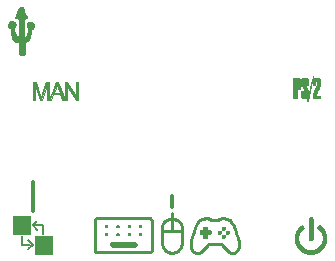
<source format=gbr>
%TF.GenerationSoftware,KiCad,Pcbnew,(6.0.6)*%
%TF.CreationDate,2022-08-23T20:39:57+01:00*%
%TF.ProjectId,rearcase,72656172-6361-4736-952e-6b696361645f,rev?*%
%TF.SameCoordinates,Original*%
%TF.FileFunction,Legend,Top*%
%TF.FilePolarity,Positive*%
%FSLAX46Y46*%
G04 Gerber Fmt 4.6, Leading zero omitted, Abs format (unit mm)*
G04 Created by KiCad (PCBNEW (6.0.6)) date 2022-08-23 20:39:57*
%MOMM*%
%LPD*%
G01*
G04 APERTURE LIST*
%ADD10C,0.003000*%
%ADD11C,0.280000*%
%ADD12C,0.291491*%
%ADD13C,0.070000*%
%ADD14C,0.210000*%
%ADD15C,0.300000*%
%ADD16C,0.040000*%
G04 APERTURE END LIST*
D10*
G36*
X164603337Y-94012456D02*
G01*
X164622037Y-94013416D01*
X164642645Y-94015688D01*
X164654957Y-94017584D01*
X164668300Y-94020107D01*
X164682443Y-94023344D01*
X164697156Y-94027387D01*
X164712208Y-94032323D01*
X164727369Y-94038243D01*
X164742408Y-94045235D01*
X164757094Y-94053390D01*
X164764233Y-94057930D01*
X164771198Y-94062795D01*
X164777959Y-94067995D01*
X164784488Y-94073541D01*
X164792785Y-94081283D01*
X164800564Y-94089186D01*
X164807841Y-94097224D01*
X164814632Y-94105370D01*
X164820956Y-94113596D01*
X164826828Y-94121878D01*
X164832266Y-94130187D01*
X164837285Y-94138497D01*
X164841903Y-94146781D01*
X164846136Y-94155013D01*
X164850002Y-94163166D01*
X164853516Y-94171214D01*
X164856696Y-94179129D01*
X164859558Y-94186885D01*
X164864395Y-94201813D01*
X164868163Y-94215784D01*
X164870994Y-94228586D01*
X164873022Y-94240004D01*
X164874382Y-94249824D01*
X164875630Y-94263820D01*
X164875808Y-94268865D01*
X164875571Y-94762505D01*
X164875362Y-94767119D01*
X164873901Y-94779808D01*
X164872312Y-94788640D01*
X164869942Y-94798841D01*
X164866637Y-94810194D01*
X164862239Y-94822484D01*
X164856593Y-94835494D01*
X164849543Y-94849008D01*
X164840933Y-94862808D01*
X164835995Y-94869748D01*
X164830608Y-94876679D01*
X164824753Y-94883574D01*
X164818411Y-94890405D01*
X164811562Y-94897145D01*
X164804186Y-94903768D01*
X164796265Y-94910246D01*
X164787779Y-94916552D01*
X164778707Y-94922659D01*
X164769032Y-94928541D01*
X164760518Y-94933251D01*
X164751848Y-94937667D01*
X164743051Y-94941797D01*
X164734154Y-94945652D01*
X164725185Y-94949241D01*
X164716172Y-94952574D01*
X164698127Y-94958507D01*
X164680242Y-94963529D01*
X164662739Y-94967715D01*
X164645844Y-94971141D01*
X164629778Y-94973884D01*
X164614765Y-94976019D01*
X164601030Y-94977622D01*
X164578283Y-94979539D01*
X164557940Y-94980343D01*
X164557649Y-95718530D01*
X164293157Y-95718401D01*
X164293546Y-94776659D01*
X164558049Y-94776659D01*
X164608135Y-94776679D01*
X164609947Y-94776615D01*
X164611736Y-94776425D01*
X164613498Y-94776110D01*
X164615233Y-94775676D01*
X164616937Y-94775123D01*
X164618608Y-94774457D01*
X164620245Y-94773679D01*
X164621844Y-94772792D01*
X164623405Y-94771801D01*
X164624924Y-94770708D01*
X164626399Y-94769517D01*
X164627828Y-94768229D01*
X164630541Y-94765379D01*
X164633043Y-94762184D01*
X164635317Y-94758668D01*
X164637346Y-94754857D01*
X164639112Y-94750775D01*
X164640596Y-94746447D01*
X164641782Y-94741897D01*
X164642652Y-94737152D01*
X164643188Y-94732235D01*
X164643372Y-94727172D01*
X164643541Y-94301920D01*
X164643497Y-94299372D01*
X164643362Y-94296857D01*
X164643139Y-94294379D01*
X164642830Y-94291940D01*
X164642438Y-94289544D01*
X164641964Y-94287194D01*
X164641411Y-94284893D01*
X164640782Y-94282644D01*
X164640077Y-94280450D01*
X164639300Y-94278315D01*
X164638453Y-94276241D01*
X164637538Y-94274231D01*
X164636557Y-94272289D01*
X164635512Y-94270418D01*
X164634406Y-94268621D01*
X164633241Y-94266901D01*
X164632018Y-94265260D01*
X164630741Y-94263703D01*
X164629411Y-94262233D01*
X164628031Y-94260852D01*
X164626603Y-94259563D01*
X164625128Y-94258370D01*
X164623610Y-94257276D01*
X164622051Y-94256283D01*
X164620452Y-94255396D01*
X164618816Y-94254617D01*
X164617145Y-94253949D01*
X164615441Y-94253395D01*
X164613707Y-94252959D01*
X164611945Y-94252643D01*
X164610156Y-94252451D01*
X164608344Y-94252386D01*
X164558258Y-94252366D01*
X164558049Y-94776659D01*
X164293546Y-94776659D01*
X164293862Y-94012329D01*
X164603337Y-94012456D01*
G37*
X164603337Y-94012456D02*
X164622037Y-94013416D01*
X164642645Y-94015688D01*
X164654957Y-94017584D01*
X164668300Y-94020107D01*
X164682443Y-94023344D01*
X164697156Y-94027387D01*
X164712208Y-94032323D01*
X164727369Y-94038243D01*
X164742408Y-94045235D01*
X164757094Y-94053390D01*
X164764233Y-94057930D01*
X164771198Y-94062795D01*
X164777959Y-94067995D01*
X164784488Y-94073541D01*
X164792785Y-94081283D01*
X164800564Y-94089186D01*
X164807841Y-94097224D01*
X164814632Y-94105370D01*
X164820956Y-94113596D01*
X164826828Y-94121878D01*
X164832266Y-94130187D01*
X164837285Y-94138497D01*
X164841903Y-94146781D01*
X164846136Y-94155013D01*
X164850002Y-94163166D01*
X164853516Y-94171214D01*
X164856696Y-94179129D01*
X164859558Y-94186885D01*
X164864395Y-94201813D01*
X164868163Y-94215784D01*
X164870994Y-94228586D01*
X164873022Y-94240004D01*
X164874382Y-94249824D01*
X164875630Y-94263820D01*
X164875808Y-94268865D01*
X164875571Y-94762505D01*
X164875362Y-94767119D01*
X164873901Y-94779808D01*
X164872312Y-94788640D01*
X164869942Y-94798841D01*
X164866637Y-94810194D01*
X164862239Y-94822484D01*
X164856593Y-94835494D01*
X164849543Y-94849008D01*
X164840933Y-94862808D01*
X164835995Y-94869748D01*
X164830608Y-94876679D01*
X164824753Y-94883574D01*
X164818411Y-94890405D01*
X164811562Y-94897145D01*
X164804186Y-94903768D01*
X164796265Y-94910246D01*
X164787779Y-94916552D01*
X164778707Y-94922659D01*
X164769032Y-94928541D01*
X164760518Y-94933251D01*
X164751848Y-94937667D01*
X164743051Y-94941797D01*
X164734154Y-94945652D01*
X164725185Y-94949241D01*
X164716172Y-94952574D01*
X164698127Y-94958507D01*
X164680242Y-94963529D01*
X164662739Y-94967715D01*
X164645844Y-94971141D01*
X164629778Y-94973884D01*
X164614765Y-94976019D01*
X164601030Y-94977622D01*
X164578283Y-94979539D01*
X164557940Y-94980343D01*
X164557649Y-95718530D01*
X164293157Y-95718401D01*
X164293546Y-94776659D01*
X164558049Y-94776659D01*
X164608135Y-94776679D01*
X164609947Y-94776615D01*
X164611736Y-94776425D01*
X164613498Y-94776110D01*
X164615233Y-94775676D01*
X164616937Y-94775123D01*
X164618608Y-94774457D01*
X164620245Y-94773679D01*
X164621844Y-94772792D01*
X164623405Y-94771801D01*
X164624924Y-94770708D01*
X164626399Y-94769517D01*
X164627828Y-94768229D01*
X164630541Y-94765379D01*
X164633043Y-94762184D01*
X164635317Y-94758668D01*
X164637346Y-94754857D01*
X164639112Y-94750775D01*
X164640596Y-94746447D01*
X164641782Y-94741897D01*
X164642652Y-94737152D01*
X164643188Y-94732235D01*
X164643372Y-94727172D01*
X164643541Y-94301920D01*
X164643497Y-94299372D01*
X164643362Y-94296857D01*
X164643139Y-94294379D01*
X164642830Y-94291940D01*
X164642438Y-94289544D01*
X164641964Y-94287194D01*
X164641411Y-94284893D01*
X164640782Y-94282644D01*
X164640077Y-94280450D01*
X164639300Y-94278315D01*
X164638453Y-94276241D01*
X164637538Y-94274231D01*
X164636557Y-94272289D01*
X164635512Y-94270418D01*
X164634406Y-94268621D01*
X164633241Y-94266901D01*
X164632018Y-94265260D01*
X164630741Y-94263703D01*
X164629411Y-94262233D01*
X164628031Y-94260852D01*
X164626603Y-94259563D01*
X164625128Y-94258370D01*
X164623610Y-94257276D01*
X164622051Y-94256283D01*
X164620452Y-94255396D01*
X164618816Y-94254617D01*
X164617145Y-94253949D01*
X164615441Y-94253395D01*
X164613707Y-94252959D01*
X164611945Y-94252643D01*
X164610156Y-94252451D01*
X164608344Y-94252386D01*
X164558258Y-94252366D01*
X164558049Y-94776659D01*
X164293546Y-94776659D01*
X164293862Y-94012329D01*
X164603337Y-94012456D01*
G36*
X166272699Y-93980697D02*
G01*
X166304744Y-93983761D01*
X166335991Y-93988965D01*
X166366232Y-93996398D01*
X166380909Y-94000978D01*
X166395256Y-94006147D01*
X166409246Y-94011918D01*
X166422853Y-94018300D01*
X166436052Y-94025305D01*
X166448816Y-94032945D01*
X166461118Y-94041228D01*
X166472933Y-94050168D01*
X166484234Y-94059774D01*
X166494995Y-94070058D01*
X166505190Y-94081031D01*
X166514794Y-94092703D01*
X166523778Y-94105086D01*
X166532118Y-94118190D01*
X166539787Y-94132027D01*
X166546760Y-94146607D01*
X166553009Y-94161941D01*
X166558508Y-94178041D01*
X166563232Y-94194917D01*
X166567155Y-94212580D01*
X166570249Y-94231042D01*
X166572489Y-94250312D01*
X166573849Y-94270403D01*
X166574303Y-94291325D01*
X166574275Y-94363211D01*
X166573155Y-94408028D01*
X166569921Y-94452183D01*
X166564716Y-94495683D01*
X166557679Y-94538534D01*
X166548952Y-94580745D01*
X166538675Y-94622322D01*
X166526990Y-94663273D01*
X166514036Y-94703604D01*
X166484890Y-94782438D01*
X166452363Y-94858881D01*
X166417582Y-94932991D01*
X166381675Y-95004825D01*
X166310990Y-95141897D01*
X166278466Y-95207250D01*
X166249325Y-95270557D01*
X166224692Y-95331877D01*
X166214419Y-95361809D01*
X166205695Y-95391267D01*
X166198663Y-95420255D01*
X166193462Y-95448783D01*
X166190233Y-95476857D01*
X166189119Y-95504485D01*
X166573836Y-95504636D01*
X166573714Y-95719482D01*
X165904994Y-95719217D01*
X165905081Y-95504418D01*
X165906246Y-95475070D01*
X165909618Y-95445004D01*
X165922395Y-95382792D01*
X165942233Y-95317942D01*
X165967955Y-95250613D01*
X165998386Y-95180963D01*
X166032347Y-95109152D01*
X166106156Y-94959681D01*
X166179967Y-94803472D01*
X166213930Y-94723238D01*
X166244364Y-94641796D01*
X166270091Y-94559305D01*
X166289934Y-94475925D01*
X166297281Y-94433951D01*
X166302716Y-94391814D01*
X166306091Y-94349534D01*
X166307260Y-94307130D01*
X166307168Y-94302591D01*
X166306892Y-94297968D01*
X166306433Y-94293277D01*
X166305796Y-94288532D01*
X166304984Y-94283748D01*
X166304001Y-94278940D01*
X166302850Y-94274124D01*
X166301534Y-94269314D01*
X166300057Y-94264524D01*
X166298422Y-94259771D01*
X166296633Y-94255068D01*
X166294693Y-94250431D01*
X166292606Y-94245875D01*
X166290374Y-94241415D01*
X166288002Y-94237065D01*
X166285493Y-94232840D01*
X166282850Y-94228756D01*
X166280077Y-94224827D01*
X166277177Y-94221068D01*
X166274153Y-94217494D01*
X166271009Y-94214120D01*
X166267749Y-94210961D01*
X166264376Y-94208033D01*
X166260893Y-94205349D01*
X166257303Y-94202924D01*
X166253611Y-94200774D01*
X166249819Y-94198914D01*
X166245931Y-94197359D01*
X166241950Y-94196122D01*
X166237880Y-94195220D01*
X166233725Y-94194668D01*
X166229487Y-94194479D01*
X166225249Y-94194665D01*
X166221093Y-94195215D01*
X166217023Y-94196114D01*
X166213041Y-94197347D01*
X166209152Y-94198900D01*
X166205359Y-94200757D01*
X166201665Y-94202904D01*
X166198073Y-94205326D01*
X166194588Y-94208007D01*
X166191212Y-94210933D01*
X166187950Y-94214089D01*
X166184803Y-94217461D01*
X166178874Y-94224788D01*
X166173451Y-94232797D01*
X166168563Y-94241368D01*
X166164237Y-94250381D01*
X166160500Y-94259718D01*
X166157381Y-94269258D01*
X166154906Y-94278882D01*
X166153103Y-94288472D01*
X166152000Y-94297908D01*
X166151623Y-94307070D01*
X166151499Y-94621835D01*
X165905453Y-94621740D01*
X165905583Y-94291060D01*
X165906053Y-94270139D01*
X165907429Y-94250049D01*
X165909685Y-94230780D01*
X165912794Y-94212321D01*
X165916730Y-94194661D01*
X165921468Y-94177788D01*
X165926980Y-94161693D01*
X165933241Y-94146363D01*
X165940225Y-94131789D01*
X165947905Y-94117958D01*
X165956256Y-94104860D01*
X165965250Y-94092485D01*
X165974862Y-94080820D01*
X165985066Y-94069856D01*
X165995836Y-94059580D01*
X166007144Y-94049983D01*
X166018966Y-94041052D01*
X166031275Y-94032778D01*
X166044044Y-94025149D01*
X166057249Y-94018154D01*
X166070861Y-94011783D01*
X166084856Y-94006023D01*
X166113887Y-93996297D01*
X166144133Y-93988888D01*
X166175385Y-93983709D01*
X166207432Y-93980671D01*
X166240066Y-93979687D01*
X166272699Y-93980697D01*
G37*
X166272699Y-93980697D02*
X166304744Y-93983761D01*
X166335991Y-93988965D01*
X166366232Y-93996398D01*
X166380909Y-94000978D01*
X166395256Y-94006147D01*
X166409246Y-94011918D01*
X166422853Y-94018300D01*
X166436052Y-94025305D01*
X166448816Y-94032945D01*
X166461118Y-94041228D01*
X166472933Y-94050168D01*
X166484234Y-94059774D01*
X166494995Y-94070058D01*
X166505190Y-94081031D01*
X166514794Y-94092703D01*
X166523778Y-94105086D01*
X166532118Y-94118190D01*
X166539787Y-94132027D01*
X166546760Y-94146607D01*
X166553009Y-94161941D01*
X166558508Y-94178041D01*
X166563232Y-94194917D01*
X166567155Y-94212580D01*
X166570249Y-94231042D01*
X166572489Y-94250312D01*
X166573849Y-94270403D01*
X166574303Y-94291325D01*
X166574275Y-94363211D01*
X166573155Y-94408028D01*
X166569921Y-94452183D01*
X166564716Y-94495683D01*
X166557679Y-94538534D01*
X166548952Y-94580745D01*
X166538675Y-94622322D01*
X166526990Y-94663273D01*
X166514036Y-94703604D01*
X166484890Y-94782438D01*
X166452363Y-94858881D01*
X166417582Y-94932991D01*
X166381675Y-95004825D01*
X166310990Y-95141897D01*
X166278466Y-95207250D01*
X166249325Y-95270557D01*
X166224692Y-95331877D01*
X166214419Y-95361809D01*
X166205695Y-95391267D01*
X166198663Y-95420255D01*
X166193462Y-95448783D01*
X166190233Y-95476857D01*
X166189119Y-95504485D01*
X166573836Y-95504636D01*
X166573714Y-95719482D01*
X165904994Y-95719217D01*
X165905081Y-95504418D01*
X165906246Y-95475070D01*
X165909618Y-95445004D01*
X165922395Y-95382792D01*
X165942233Y-95317942D01*
X165967955Y-95250613D01*
X165998386Y-95180963D01*
X166032347Y-95109152D01*
X166106156Y-94959681D01*
X166179967Y-94803472D01*
X166213930Y-94723238D01*
X166244364Y-94641796D01*
X166270091Y-94559305D01*
X166289934Y-94475925D01*
X166297281Y-94433951D01*
X166302716Y-94391814D01*
X166306091Y-94349534D01*
X166307260Y-94307130D01*
X166307168Y-94302591D01*
X166306892Y-94297968D01*
X166306433Y-94293277D01*
X166305796Y-94288532D01*
X166304984Y-94283748D01*
X166304001Y-94278940D01*
X166302850Y-94274124D01*
X166301534Y-94269314D01*
X166300057Y-94264524D01*
X166298422Y-94259771D01*
X166296633Y-94255068D01*
X166294693Y-94250431D01*
X166292606Y-94245875D01*
X166290374Y-94241415D01*
X166288002Y-94237065D01*
X166285493Y-94232840D01*
X166282850Y-94228756D01*
X166280077Y-94224827D01*
X166277177Y-94221068D01*
X166274153Y-94217494D01*
X166271009Y-94214120D01*
X166267749Y-94210961D01*
X166264376Y-94208033D01*
X166260893Y-94205349D01*
X166257303Y-94202924D01*
X166253611Y-94200774D01*
X166249819Y-94198914D01*
X166245931Y-94197359D01*
X166241950Y-94196122D01*
X166237880Y-94195220D01*
X166233725Y-94194668D01*
X166229487Y-94194479D01*
X166225249Y-94194665D01*
X166221093Y-94195215D01*
X166217023Y-94196114D01*
X166213041Y-94197347D01*
X166209152Y-94198900D01*
X166205359Y-94200757D01*
X166201665Y-94202904D01*
X166198073Y-94205326D01*
X166194588Y-94208007D01*
X166191212Y-94210933D01*
X166187950Y-94214089D01*
X166184803Y-94217461D01*
X166178874Y-94224788D01*
X166173451Y-94232797D01*
X166168563Y-94241368D01*
X166164237Y-94250381D01*
X166160500Y-94259718D01*
X166157381Y-94269258D01*
X166154906Y-94278882D01*
X166153103Y-94288472D01*
X166152000Y-94297908D01*
X166151623Y-94307070D01*
X166151499Y-94621835D01*
X165905453Y-94621740D01*
X165905583Y-94291060D01*
X165906053Y-94270139D01*
X165907429Y-94250049D01*
X165909685Y-94230780D01*
X165912794Y-94212321D01*
X165916730Y-94194661D01*
X165921468Y-94177788D01*
X165926980Y-94161693D01*
X165933241Y-94146363D01*
X165940225Y-94131789D01*
X165947905Y-94117958D01*
X165956256Y-94104860D01*
X165965250Y-94092485D01*
X165974862Y-94080820D01*
X165985066Y-94069856D01*
X165995836Y-94059580D01*
X166007144Y-94049983D01*
X166018966Y-94041052D01*
X166031275Y-94032778D01*
X166044044Y-94025149D01*
X166057249Y-94018154D01*
X166070861Y-94011783D01*
X166084856Y-94006023D01*
X166113887Y-93996297D01*
X166144133Y-93988888D01*
X166175385Y-93983709D01*
X166207432Y-93980671D01*
X166240066Y-93979687D01*
X166272699Y-93980697D01*
G36*
X165257985Y-93993652D02*
G01*
X165283156Y-93996052D01*
X165306702Y-93999918D01*
X165328678Y-94005143D01*
X165349139Y-94011624D01*
X165368139Y-94019256D01*
X165385731Y-94027935D01*
X165401970Y-94037555D01*
X165416909Y-94048012D01*
X165430604Y-94059201D01*
X165443109Y-94071018D01*
X165454476Y-94083358D01*
X165464762Y-94096116D01*
X165474019Y-94109188D01*
X165482302Y-94122469D01*
X165489665Y-94135854D01*
X165496162Y-94149239D01*
X165501847Y-94162519D01*
X165511000Y-94188345D01*
X165517556Y-94212495D01*
X165521949Y-94234131D01*
X165524611Y-94252417D01*
X165525976Y-94266515D01*
X165526548Y-94278799D01*
X165526428Y-94586147D01*
X165280382Y-94586051D01*
X165280501Y-94263647D01*
X165280421Y-94261241D01*
X165279859Y-94254897D01*
X165279245Y-94250659D01*
X165278329Y-94245928D01*
X165277050Y-94240869D01*
X165275348Y-94235646D01*
X165274319Y-94233024D01*
X165273162Y-94230423D01*
X165271868Y-94227862D01*
X165270431Y-94225363D01*
X165268842Y-94222946D01*
X165267095Y-94220632D01*
X165265181Y-94218440D01*
X165263093Y-94216392D01*
X165260823Y-94214507D01*
X165258364Y-94212808D01*
X165255709Y-94211313D01*
X165252849Y-94210044D01*
X165249778Y-94209020D01*
X165246487Y-94208263D01*
X165242969Y-94207794D01*
X165239216Y-94207631D01*
X165235463Y-94207790D01*
X165231945Y-94208257D01*
X165228653Y-94209011D01*
X165225581Y-94210031D01*
X165222720Y-94211298D01*
X165220064Y-94212791D01*
X165217604Y-94214488D01*
X165215333Y-94216371D01*
X165213243Y-94218417D01*
X165211328Y-94220607D01*
X165209578Y-94222920D01*
X165207988Y-94225336D01*
X165206549Y-94227834D01*
X165205253Y-94230394D01*
X165204093Y-94232994D01*
X165203063Y-94235615D01*
X165201356Y-94240837D01*
X165200074Y-94245896D01*
X165199154Y-94250626D01*
X165198537Y-94254864D01*
X165197970Y-94261207D01*
X165197888Y-94263614D01*
X165197793Y-94481205D01*
X165197909Y-94487752D01*
X165198251Y-94494277D01*
X165198803Y-94500768D01*
X165199550Y-94507213D01*
X165200478Y-94513600D01*
X165201572Y-94519917D01*
X165202816Y-94526151D01*
X165204196Y-94532290D01*
X165207301Y-94544235D01*
X165210767Y-94555654D01*
X165214474Y-94566449D01*
X165218302Y-94576523D01*
X165222130Y-94585778D01*
X165225837Y-94594115D01*
X165229305Y-94601438D01*
X165232412Y-94607649D01*
X165237062Y-94616343D01*
X165238826Y-94619415D01*
X165485171Y-94997454D01*
X165488647Y-95003003D01*
X165491922Y-95008658D01*
X165495001Y-95014399D01*
X165497892Y-95020208D01*
X165500600Y-95026067D01*
X165503131Y-95031957D01*
X165507685Y-95043758D01*
X165511601Y-95055462D01*
X165514928Y-95066923D01*
X165517712Y-95077992D01*
X165520002Y-95088523D01*
X165521845Y-95098367D01*
X165523288Y-95107378D01*
X165524378Y-95115407D01*
X165525164Y-95122307D01*
X165526209Y-95135667D01*
X165526074Y-95461177D01*
X165525492Y-95473460D01*
X165524115Y-95487557D01*
X165521439Y-95505840D01*
X165517029Y-95527473D01*
X165510454Y-95551617D01*
X165501281Y-95577436D01*
X165495585Y-95590711D01*
X165489078Y-95604090D01*
X165481704Y-95617469D01*
X165473411Y-95630743D01*
X165464144Y-95643808D01*
X165453848Y-95656557D01*
X165442471Y-95668888D01*
X165429957Y-95680695D01*
X165416254Y-95691873D01*
X165401306Y-95702318D01*
X165385059Y-95711925D01*
X165367461Y-95720589D01*
X165348455Y-95728206D01*
X165327989Y-95734671D01*
X165306009Y-95739879D01*
X165282459Y-95743726D01*
X165257287Y-95746106D01*
X165230438Y-95746915D01*
X165203590Y-95746085D01*
X165178420Y-95743684D01*
X165154873Y-95739819D01*
X165132897Y-95734594D01*
X165112436Y-95728113D01*
X165093437Y-95720480D01*
X165075845Y-95711802D01*
X165059606Y-95702182D01*
X165044666Y-95691725D01*
X165030971Y-95680536D01*
X165018467Y-95668719D01*
X165007099Y-95656379D01*
X164996814Y-95643621D01*
X164987557Y-95630549D01*
X164979274Y-95617268D01*
X164971911Y-95603883D01*
X164965414Y-95590498D01*
X164959728Y-95577218D01*
X164950576Y-95551392D01*
X164944020Y-95527242D01*
X164939627Y-95505605D01*
X164936965Y-95487319D01*
X164935600Y-95473221D01*
X164935027Y-95460938D01*
X164935165Y-95116296D01*
X165197547Y-95116400D01*
X165197413Y-95461014D01*
X165197492Y-95463411D01*
X165198055Y-95469731D01*
X165198668Y-95473953D01*
X165199584Y-95478666D01*
X165200863Y-95483706D01*
X165202565Y-95488909D01*
X165203594Y-95491521D01*
X165204751Y-95494113D01*
X165206045Y-95496664D01*
X165207482Y-95499153D01*
X165209071Y-95501561D01*
X165210819Y-95503867D01*
X165212733Y-95506051D01*
X165214821Y-95508091D01*
X165217090Y-95509968D01*
X165219549Y-95511661D01*
X165222205Y-95513150D01*
X165225064Y-95514415D01*
X165228136Y-95515434D01*
X165231427Y-95516188D01*
X165234945Y-95516656D01*
X165238698Y-95516817D01*
X165242451Y-95516658D01*
X165245970Y-95516193D01*
X165249262Y-95515442D01*
X165252334Y-95514425D01*
X165255195Y-95513163D01*
X165257852Y-95511677D01*
X165260312Y-95509986D01*
X165262583Y-95508111D01*
X165264673Y-95506072D01*
X165266588Y-95503891D01*
X165268338Y-95501587D01*
X165269928Y-95499181D01*
X165271368Y-95496693D01*
X165272663Y-95494143D01*
X165273823Y-95491553D01*
X165274854Y-95488942D01*
X165276560Y-95483741D01*
X165277843Y-95478703D01*
X165278763Y-95473992D01*
X165279380Y-95469771D01*
X165279947Y-95463453D01*
X165280029Y-95461056D01*
X165280130Y-95221243D01*
X165280014Y-95214696D01*
X165279673Y-95208171D01*
X165279121Y-95201680D01*
X165278373Y-95195235D01*
X165277445Y-95188848D01*
X165276351Y-95182531D01*
X165275107Y-95176297D01*
X165273728Y-95170158D01*
X165270623Y-95158213D01*
X165267157Y-95146794D01*
X165263450Y-95135999D01*
X165259622Y-95125925D01*
X165255794Y-95116670D01*
X165252086Y-95108333D01*
X165248619Y-95101010D01*
X165245512Y-95094799D01*
X165240862Y-95086105D01*
X165239098Y-95083033D01*
X164976423Y-94679936D01*
X164972948Y-94674387D01*
X164969674Y-94668733D01*
X164966595Y-94662992D01*
X164963704Y-94657184D01*
X164960997Y-94651325D01*
X164958466Y-94645435D01*
X164953913Y-94633635D01*
X164949997Y-94621931D01*
X164946671Y-94610470D01*
X164943887Y-94599401D01*
X164941597Y-94588870D01*
X164939755Y-94579026D01*
X164938312Y-94570016D01*
X164937222Y-94561987D01*
X164936436Y-94555087D01*
X164935391Y-94541727D01*
X164935502Y-94278559D01*
X164936084Y-94266277D01*
X164937460Y-94252180D01*
X164940137Y-94233896D01*
X164944546Y-94212264D01*
X164951121Y-94188119D01*
X164960294Y-94162301D01*
X164965990Y-94149026D01*
X164972498Y-94135646D01*
X164979871Y-94122267D01*
X164988165Y-94108993D01*
X164997432Y-94095929D01*
X165007727Y-94083179D01*
X165019104Y-94070849D01*
X165031618Y-94059042D01*
X165045322Y-94047864D01*
X165060270Y-94037419D01*
X165076516Y-94027812D01*
X165094115Y-94019147D01*
X165113120Y-94011530D01*
X165133586Y-94005066D01*
X165155567Y-93999858D01*
X165179116Y-93996011D01*
X165204288Y-93993631D01*
X165231137Y-93992821D01*
X165257985Y-93993652D01*
G37*
X165257985Y-93993652D02*
X165283156Y-93996052D01*
X165306702Y-93999918D01*
X165328678Y-94005143D01*
X165349139Y-94011624D01*
X165368139Y-94019256D01*
X165385731Y-94027935D01*
X165401970Y-94037555D01*
X165416909Y-94048012D01*
X165430604Y-94059201D01*
X165443109Y-94071018D01*
X165454476Y-94083358D01*
X165464762Y-94096116D01*
X165474019Y-94109188D01*
X165482302Y-94122469D01*
X165489665Y-94135854D01*
X165496162Y-94149239D01*
X165501847Y-94162519D01*
X165511000Y-94188345D01*
X165517556Y-94212495D01*
X165521949Y-94234131D01*
X165524611Y-94252417D01*
X165525976Y-94266515D01*
X165526548Y-94278799D01*
X165526428Y-94586147D01*
X165280382Y-94586051D01*
X165280501Y-94263647D01*
X165280421Y-94261241D01*
X165279859Y-94254897D01*
X165279245Y-94250659D01*
X165278329Y-94245928D01*
X165277050Y-94240869D01*
X165275348Y-94235646D01*
X165274319Y-94233024D01*
X165273162Y-94230423D01*
X165271868Y-94227862D01*
X165270431Y-94225363D01*
X165268842Y-94222946D01*
X165267095Y-94220632D01*
X165265181Y-94218440D01*
X165263093Y-94216392D01*
X165260823Y-94214507D01*
X165258364Y-94212808D01*
X165255709Y-94211313D01*
X165252849Y-94210044D01*
X165249778Y-94209020D01*
X165246487Y-94208263D01*
X165242969Y-94207794D01*
X165239216Y-94207631D01*
X165235463Y-94207790D01*
X165231945Y-94208257D01*
X165228653Y-94209011D01*
X165225581Y-94210031D01*
X165222720Y-94211298D01*
X165220064Y-94212791D01*
X165217604Y-94214488D01*
X165215333Y-94216371D01*
X165213243Y-94218417D01*
X165211328Y-94220607D01*
X165209578Y-94222920D01*
X165207988Y-94225336D01*
X165206549Y-94227834D01*
X165205253Y-94230394D01*
X165204093Y-94232994D01*
X165203063Y-94235615D01*
X165201356Y-94240837D01*
X165200074Y-94245896D01*
X165199154Y-94250626D01*
X165198537Y-94254864D01*
X165197970Y-94261207D01*
X165197888Y-94263614D01*
X165197793Y-94481205D01*
X165197909Y-94487752D01*
X165198251Y-94494277D01*
X165198803Y-94500768D01*
X165199550Y-94507213D01*
X165200478Y-94513600D01*
X165201572Y-94519917D01*
X165202816Y-94526151D01*
X165204196Y-94532290D01*
X165207301Y-94544235D01*
X165210767Y-94555654D01*
X165214474Y-94566449D01*
X165218302Y-94576523D01*
X165222130Y-94585778D01*
X165225837Y-94594115D01*
X165229305Y-94601438D01*
X165232412Y-94607649D01*
X165237062Y-94616343D01*
X165238826Y-94619415D01*
X165485171Y-94997454D01*
X165488647Y-95003003D01*
X165491922Y-95008658D01*
X165495001Y-95014399D01*
X165497892Y-95020208D01*
X165500600Y-95026067D01*
X165503131Y-95031957D01*
X165507685Y-95043758D01*
X165511601Y-95055462D01*
X165514928Y-95066923D01*
X165517712Y-95077992D01*
X165520002Y-95088523D01*
X165521845Y-95098367D01*
X165523288Y-95107378D01*
X165524378Y-95115407D01*
X165525164Y-95122307D01*
X165526209Y-95135667D01*
X165526074Y-95461177D01*
X165525492Y-95473460D01*
X165524115Y-95487557D01*
X165521439Y-95505840D01*
X165517029Y-95527473D01*
X165510454Y-95551617D01*
X165501281Y-95577436D01*
X165495585Y-95590711D01*
X165489078Y-95604090D01*
X165481704Y-95617469D01*
X165473411Y-95630743D01*
X165464144Y-95643808D01*
X165453848Y-95656557D01*
X165442471Y-95668888D01*
X165429957Y-95680695D01*
X165416254Y-95691873D01*
X165401306Y-95702318D01*
X165385059Y-95711925D01*
X165367461Y-95720589D01*
X165348455Y-95728206D01*
X165327989Y-95734671D01*
X165306009Y-95739879D01*
X165282459Y-95743726D01*
X165257287Y-95746106D01*
X165230438Y-95746915D01*
X165203590Y-95746085D01*
X165178420Y-95743684D01*
X165154873Y-95739819D01*
X165132897Y-95734594D01*
X165112436Y-95728113D01*
X165093437Y-95720480D01*
X165075845Y-95711802D01*
X165059606Y-95702182D01*
X165044666Y-95691725D01*
X165030971Y-95680536D01*
X165018467Y-95668719D01*
X165007099Y-95656379D01*
X164996814Y-95643621D01*
X164987557Y-95630549D01*
X164979274Y-95617268D01*
X164971911Y-95603883D01*
X164965414Y-95590498D01*
X164959728Y-95577218D01*
X164950576Y-95551392D01*
X164944020Y-95527242D01*
X164939627Y-95505605D01*
X164936965Y-95487319D01*
X164935600Y-95473221D01*
X164935027Y-95460938D01*
X164935165Y-95116296D01*
X165197547Y-95116400D01*
X165197413Y-95461014D01*
X165197492Y-95463411D01*
X165198055Y-95469731D01*
X165198668Y-95473953D01*
X165199584Y-95478666D01*
X165200863Y-95483706D01*
X165202565Y-95488909D01*
X165203594Y-95491521D01*
X165204751Y-95494113D01*
X165206045Y-95496664D01*
X165207482Y-95499153D01*
X165209071Y-95501561D01*
X165210819Y-95503867D01*
X165212733Y-95506051D01*
X165214821Y-95508091D01*
X165217090Y-95509968D01*
X165219549Y-95511661D01*
X165222205Y-95513150D01*
X165225064Y-95514415D01*
X165228136Y-95515434D01*
X165231427Y-95516188D01*
X165234945Y-95516656D01*
X165238698Y-95516817D01*
X165242451Y-95516658D01*
X165245970Y-95516193D01*
X165249262Y-95515442D01*
X165252334Y-95514425D01*
X165255195Y-95513163D01*
X165257852Y-95511677D01*
X165260312Y-95509986D01*
X165262583Y-95508111D01*
X165264673Y-95506072D01*
X165266588Y-95503891D01*
X165268338Y-95501587D01*
X165269928Y-95499181D01*
X165271368Y-95496693D01*
X165272663Y-95494143D01*
X165273823Y-95491553D01*
X165274854Y-95488942D01*
X165276560Y-95483741D01*
X165277843Y-95478703D01*
X165278763Y-95473992D01*
X165279380Y-95469771D01*
X165279947Y-95463453D01*
X165280029Y-95461056D01*
X165280130Y-95221243D01*
X165280014Y-95214696D01*
X165279673Y-95208171D01*
X165279121Y-95201680D01*
X165278373Y-95195235D01*
X165277445Y-95188848D01*
X165276351Y-95182531D01*
X165275107Y-95176297D01*
X165273728Y-95170158D01*
X165270623Y-95158213D01*
X165267157Y-95146794D01*
X165263450Y-95135999D01*
X165259622Y-95125925D01*
X165255794Y-95116670D01*
X165252086Y-95108333D01*
X165248619Y-95101010D01*
X165245512Y-95094799D01*
X165240862Y-95086105D01*
X165239098Y-95083033D01*
X164976423Y-94679936D01*
X164972948Y-94674387D01*
X164969674Y-94668733D01*
X164966595Y-94662992D01*
X164963704Y-94657184D01*
X164960997Y-94651325D01*
X164958466Y-94645435D01*
X164953913Y-94633635D01*
X164949997Y-94621931D01*
X164946671Y-94610470D01*
X164943887Y-94599401D01*
X164941597Y-94588870D01*
X164939755Y-94579026D01*
X164938312Y-94570016D01*
X164937222Y-94561987D01*
X164936436Y-94555087D01*
X164935391Y-94541727D01*
X164935502Y-94278559D01*
X164936084Y-94266277D01*
X164937460Y-94252180D01*
X164940137Y-94233896D01*
X164944546Y-94212264D01*
X164951121Y-94188119D01*
X164960294Y-94162301D01*
X164965990Y-94149026D01*
X164972498Y-94135646D01*
X164979871Y-94122267D01*
X164988165Y-94108993D01*
X164997432Y-94095929D01*
X165007727Y-94083179D01*
X165019104Y-94070849D01*
X165031618Y-94059042D01*
X165045322Y-94047864D01*
X165060270Y-94037419D01*
X165076516Y-94027812D01*
X165094115Y-94019147D01*
X165113120Y-94011530D01*
X165133586Y-94005066D01*
X165155567Y-93999858D01*
X165179116Y-93996011D01*
X165204288Y-93993631D01*
X165231137Y-93992821D01*
X165257985Y-93993652D01*
G36*
X165974544Y-93833411D02*
G01*
X165491639Y-95950749D01*
X165449782Y-95947666D01*
X165932686Y-93830328D01*
X165974544Y-93833411D01*
G37*
X165974544Y-93833411D02*
X165491639Y-95950749D01*
X165449782Y-95947666D01*
X165932686Y-93830328D01*
X165974544Y-93833411D01*
D11*
X156320260Y-106072477D02*
X156366513Y-106049071D01*
X147474142Y-106066747D02*
X147474885Y-106056965D01*
X156434713Y-108734328D02*
X156426695Y-108741127D01*
X157134092Y-108075580D02*
X157129410Y-108076861D01*
X159251643Y-106534662D02*
X159255948Y-106545933D01*
X158949228Y-108807107D02*
X158940138Y-108802983D01*
X147489028Y-106001684D02*
X147492885Y-105993152D01*
X159255948Y-106545933D02*
X159294288Y-106652261D01*
X153357111Y-108506167D02*
X153332437Y-108474736D01*
X152288312Y-106056965D02*
X152289056Y-106066747D01*
D12*
X150849638Y-108195316D02*
X150844682Y-108195441D01*
D11*
X147666507Y-105884043D02*
X147666507Y-105884043D01*
X158653125Y-105946119D02*
X158676391Y-105953894D01*
X155621665Y-108384475D02*
X155621665Y-108384475D01*
D12*
X150937958Y-108075064D02*
X150939034Y-108079724D01*
D11*
X155586447Y-108034064D02*
X155587701Y-108010157D01*
X153434504Y-106109884D02*
X153460606Y-106091350D01*
X158113270Y-108070844D02*
X158108519Y-108070231D01*
X152289307Y-108580677D02*
X152289307Y-108580677D01*
D12*
X148857254Y-108024817D02*
X148860893Y-108021958D01*
D11*
X158221622Y-108122391D02*
X158217951Y-108118992D01*
X155668030Y-108503506D02*
X155661259Y-108489261D01*
D12*
X148847226Y-108163889D02*
X148844199Y-108160394D01*
D11*
X158950568Y-106072477D02*
X158997713Y-106097220D01*
X159601900Y-107585576D02*
X159608448Y-107607448D01*
X158136605Y-108075580D02*
X158131994Y-108074409D01*
D13*
G36*
X166465099Y-106453502D02*
G01*
X166499876Y-106477528D01*
X166533906Y-106502613D01*
X166567187Y-106528758D01*
X166599721Y-106555963D01*
X166631507Y-106584226D01*
X166662544Y-106613549D01*
X166692834Y-106643932D01*
X166707652Y-106659248D01*
X166722189Y-106674782D01*
X166736446Y-106690535D01*
X166750422Y-106706506D01*
X166764118Y-106722695D01*
X166777534Y-106739102D01*
X166790669Y-106755727D01*
X166803523Y-106772570D01*
X166816097Y-106789632D01*
X166828391Y-106806912D01*
X166840404Y-106824410D01*
X166852137Y-106842126D01*
X166863589Y-106860061D01*
X166874761Y-106878214D01*
X166885652Y-106896584D01*
X166896263Y-106915173D01*
X166917079Y-106952381D01*
X166936649Y-106990212D01*
X166954973Y-107028666D01*
X166972050Y-107067743D01*
X166987880Y-107107443D01*
X167002464Y-107147767D01*
X167015801Y-107188714D01*
X167027891Y-107230285D01*
X167039110Y-107272323D01*
X167048833Y-107314673D01*
X167057060Y-107357334D01*
X167063791Y-107400307D01*
X167069027Y-107443592D01*
X167072766Y-107487188D01*
X167075010Y-107531096D01*
X167075758Y-107575316D01*
X167075010Y-107621467D01*
X167072766Y-107667183D01*
X167069027Y-107712462D01*
X167063791Y-107757304D01*
X167057060Y-107801711D01*
X167048833Y-107845681D01*
X167039110Y-107889216D01*
X167027891Y-107932314D01*
X167015302Y-107974382D01*
X167001466Y-108015827D01*
X166986384Y-108056650D01*
X166970055Y-108096849D01*
X166952479Y-108136426D01*
X166933657Y-108175379D01*
X166913588Y-108213709D01*
X166892273Y-108251416D01*
X166870241Y-108287938D01*
X166847025Y-108323712D01*
X166822625Y-108358738D01*
X166797040Y-108393017D01*
X166770272Y-108426547D01*
X166742319Y-108459330D01*
X166713183Y-108491365D01*
X166682862Y-108522653D01*
X166652011Y-108552537D01*
X166620288Y-108581362D01*
X166604099Y-108595377D01*
X166587692Y-108609127D01*
X166571067Y-108622613D01*
X166554224Y-108635833D01*
X166519883Y-108661480D01*
X166484669Y-108686067D01*
X166448584Y-108709595D01*
X166411625Y-108732063D01*
X166374355Y-108752910D01*
X166336336Y-108772573D01*
X166297570Y-108791052D01*
X166258056Y-108808348D01*
X166217794Y-108824459D01*
X166176784Y-108839387D01*
X166135027Y-108853130D01*
X166092521Y-108865689D01*
X166049922Y-108876907D01*
X166006886Y-108886630D01*
X165963415Y-108894857D01*
X165919507Y-108901587D01*
X165875163Y-108906822D01*
X165830383Y-108910562D01*
X165785166Y-108912805D01*
X165739514Y-108913553D01*
X165693362Y-108912805D01*
X165647647Y-108910562D01*
X165602368Y-108906822D01*
X165557525Y-108901587D01*
X165513119Y-108894857D01*
X165469148Y-108886630D01*
X165425615Y-108876907D01*
X165382517Y-108865689D01*
X165340448Y-108853130D01*
X165299002Y-108839387D01*
X165258179Y-108824459D01*
X165217980Y-108808348D01*
X165178404Y-108791052D01*
X165139452Y-108772573D01*
X165101122Y-108752910D01*
X165063416Y-108732063D01*
X165026893Y-108709595D01*
X164991119Y-108686067D01*
X164956092Y-108661480D01*
X164921813Y-108635833D01*
X164888282Y-108609127D01*
X164855499Y-108581362D01*
X164823464Y-108552537D01*
X164792177Y-108522653D01*
X164762292Y-108491365D01*
X164733466Y-108459330D01*
X164705700Y-108426547D01*
X164678994Y-108393017D01*
X164653348Y-108358738D01*
X164628761Y-108323712D01*
X164605234Y-108287938D01*
X164582766Y-108251416D01*
X164561918Y-108213709D01*
X164542254Y-108175379D01*
X164523775Y-108136426D01*
X164506480Y-108096849D01*
X164490369Y-108056650D01*
X164475443Y-108015827D01*
X164461701Y-107974382D01*
X164449143Y-107932314D01*
X164437924Y-107889216D01*
X164428201Y-107845681D01*
X164419974Y-107801711D01*
X164413243Y-107757304D01*
X164408008Y-107712462D01*
X164404268Y-107667183D01*
X164402024Y-107621467D01*
X164401276Y-107575316D01*
X164401993Y-107531096D01*
X164404143Y-107487188D01*
X164407727Y-107443592D01*
X164412744Y-107400307D01*
X164419195Y-107357334D01*
X164427079Y-107314673D01*
X164436397Y-107272323D01*
X164447148Y-107230285D01*
X164459675Y-107188714D01*
X164473324Y-107147767D01*
X164488095Y-107107443D01*
X164503988Y-107067743D01*
X164521003Y-107028666D01*
X164539139Y-106990212D01*
X164558398Y-106952381D01*
X164578778Y-106915173D01*
X164600748Y-106878214D01*
X164623777Y-106842126D01*
X164647865Y-106806912D01*
X164673013Y-106772570D01*
X164699221Y-106739102D01*
X164726488Y-106706506D01*
X164754814Y-106674782D01*
X164784200Y-106643932D01*
X164814490Y-106613549D01*
X164845527Y-106584226D01*
X164877313Y-106555963D01*
X164909847Y-106528758D01*
X164943128Y-106502613D01*
X164977158Y-106477528D01*
X165011935Y-106453502D01*
X165047460Y-106430535D01*
X165199034Y-106679834D01*
X165170458Y-106697658D01*
X165142567Y-106716231D01*
X165115362Y-106735551D01*
X165088843Y-106755620D01*
X165063009Y-106776437D01*
X165037861Y-106798001D01*
X165013399Y-106820314D01*
X164989622Y-106843375D01*
X164978255Y-106854927D01*
X164967091Y-106866652D01*
X164956130Y-106878547D01*
X164945371Y-106890615D01*
X164934815Y-106902853D01*
X164924461Y-106915264D01*
X164914310Y-106927846D01*
X164904362Y-106940599D01*
X164894616Y-106953524D01*
X164885073Y-106966620D01*
X164875732Y-106979887D01*
X164866594Y-106993326D01*
X164857658Y-107006936D01*
X164848925Y-107020718D01*
X164840394Y-107034671D01*
X164832066Y-107048795D01*
X164816080Y-107077029D01*
X164801028Y-107105886D01*
X164786911Y-107135366D01*
X164773729Y-107165469D01*
X164761483Y-107196195D01*
X164750171Y-107227544D01*
X164739794Y-107259516D01*
X164730352Y-107292111D01*
X164721938Y-107324708D01*
X164714645Y-107357678D01*
X164708475Y-107391022D01*
X164703427Y-107424739D01*
X164699501Y-107458830D01*
X164696696Y-107493295D01*
X164695013Y-107528134D01*
X164694453Y-107563349D01*
X164694764Y-107590405D01*
X164695699Y-107617229D01*
X164697257Y-107643818D01*
X164699438Y-107670174D01*
X164702243Y-107696296D01*
X164705670Y-107722185D01*
X164709721Y-107747839D01*
X164714396Y-107773260D01*
X164719693Y-107798448D01*
X164725614Y-107823401D01*
X164732158Y-107848121D01*
X164739325Y-107872607D01*
X164747116Y-107896859D01*
X164755530Y-107920877D01*
X164764567Y-107944661D01*
X164774228Y-107968211D01*
X164784675Y-107991458D01*
X164795574Y-108014331D01*
X164806925Y-108036830D01*
X164818727Y-108058955D01*
X164830982Y-108080706D01*
X164843688Y-108102084D01*
X164856846Y-108123087D01*
X164870456Y-108143717D01*
X164884518Y-108163973D01*
X164899032Y-108183854D01*
X164913998Y-108203362D01*
X164929416Y-108222496D01*
X164945285Y-108241255D01*
X164961607Y-108259641D01*
X164978380Y-108277652D01*
X164995606Y-108295289D01*
X165013493Y-108312265D01*
X165031754Y-108328789D01*
X165050389Y-108344861D01*
X165069398Y-108360482D01*
X165088781Y-108375650D01*
X165108538Y-108390367D01*
X165128669Y-108404632D01*
X165149174Y-108418445D01*
X165170053Y-108431806D01*
X165191306Y-108444715D01*
X165212933Y-108457172D01*
X165234933Y-108469178D01*
X165257308Y-108480731D01*
X165280056Y-108491833D01*
X165303178Y-108502483D01*
X165326674Y-108512681D01*
X165350716Y-108522100D01*
X165374976Y-108530911D01*
X165399454Y-108539114D01*
X165424151Y-108546710D01*
X165449065Y-108553698D01*
X165474198Y-108560079D01*
X165499549Y-108565851D01*
X165525118Y-108571016D01*
X165550904Y-108575574D01*
X165576910Y-108579524D01*
X165603133Y-108582866D01*
X165629574Y-108585600D01*
X165656234Y-108587727D01*
X165683111Y-108589246D01*
X165710207Y-108590157D01*
X165737521Y-108590461D01*
X165765068Y-108590157D01*
X165792366Y-108589246D01*
X165819415Y-108587727D01*
X165846214Y-108585600D01*
X165872765Y-108582866D01*
X165899066Y-108579524D01*
X165925117Y-108575574D01*
X165950920Y-108571016D01*
X165976473Y-108565851D01*
X166001777Y-108560079D01*
X166026831Y-108553698D01*
X166051637Y-108546710D01*
X166076193Y-108539114D01*
X166100499Y-108530911D01*
X166124557Y-108522100D01*
X166148365Y-108512681D01*
X166172095Y-108502483D01*
X166195420Y-108491833D01*
X166218340Y-108480731D01*
X166240855Y-108469178D01*
X166262965Y-108457172D01*
X166284669Y-108444715D01*
X166305969Y-108431806D01*
X166326863Y-108418445D01*
X166347352Y-108404632D01*
X166367436Y-108390367D01*
X166387115Y-108375650D01*
X166406389Y-108360482D01*
X166425258Y-108344861D01*
X166443721Y-108328789D01*
X166461780Y-108312265D01*
X166479433Y-108295289D01*
X166496892Y-108277652D01*
X166513867Y-108259641D01*
X166530360Y-108241255D01*
X166546370Y-108222496D01*
X166561896Y-108203362D01*
X166576940Y-108183854D01*
X166591501Y-108163973D01*
X166605578Y-108143717D01*
X166619173Y-108123087D01*
X166632285Y-108102084D01*
X166644913Y-108080706D01*
X166657059Y-108058955D01*
X166668721Y-108036830D01*
X166679901Y-108014331D01*
X166690597Y-107991458D01*
X166700811Y-107968211D01*
X166710713Y-107944661D01*
X166719975Y-107920877D01*
X166728600Y-107896859D01*
X166736585Y-107872607D01*
X166743932Y-107848121D01*
X166750639Y-107823401D01*
X166756708Y-107798448D01*
X166762138Y-107773260D01*
X166766930Y-107747839D01*
X166771082Y-107722185D01*
X166774596Y-107696296D01*
X166777471Y-107670174D01*
X166779707Y-107643818D01*
X166781304Y-107617229D01*
X166782262Y-107590405D01*
X166782582Y-107563349D01*
X166782021Y-107528134D01*
X166780338Y-107493295D01*
X166777533Y-107458830D01*
X166773606Y-107424739D01*
X166768558Y-107391022D01*
X166762388Y-107357678D01*
X166755096Y-107324708D01*
X166746682Y-107292111D01*
X166737240Y-107259516D01*
X166726863Y-107227544D01*
X166715551Y-107196195D01*
X166703305Y-107165469D01*
X166690123Y-107135366D01*
X166676006Y-107105886D01*
X166660954Y-107077029D01*
X166644968Y-107048795D01*
X166628078Y-107020718D01*
X166610316Y-106993326D01*
X166591681Y-106966620D01*
X166572173Y-106940599D01*
X166551793Y-106915264D01*
X166530540Y-106890615D01*
X166508415Y-106866652D01*
X166485417Y-106843375D01*
X166473856Y-106831751D01*
X166462107Y-106820314D01*
X166450172Y-106809064D01*
X166438050Y-106798001D01*
X166425741Y-106787125D01*
X166413245Y-106776437D01*
X166400562Y-106765935D01*
X166387692Y-106755620D01*
X166374635Y-106745492D01*
X166361391Y-106735551D01*
X166347960Y-106725798D01*
X166334342Y-106716231D01*
X166306545Y-106697658D01*
X166278000Y-106679834D01*
X166429574Y-106430535D01*
X166465099Y-106453502D01*
G37*
X166465099Y-106453502D02*
X166499876Y-106477528D01*
X166533906Y-106502613D01*
X166567187Y-106528758D01*
X166599721Y-106555963D01*
X166631507Y-106584226D01*
X166662544Y-106613549D01*
X166692834Y-106643932D01*
X166707652Y-106659248D01*
X166722189Y-106674782D01*
X166736446Y-106690535D01*
X166750422Y-106706506D01*
X166764118Y-106722695D01*
X166777534Y-106739102D01*
X166790669Y-106755727D01*
X166803523Y-106772570D01*
X166816097Y-106789632D01*
X166828391Y-106806912D01*
X166840404Y-106824410D01*
X166852137Y-106842126D01*
X166863589Y-106860061D01*
X166874761Y-106878214D01*
X166885652Y-106896584D01*
X166896263Y-106915173D01*
X166917079Y-106952381D01*
X166936649Y-106990212D01*
X166954973Y-107028666D01*
X166972050Y-107067743D01*
X166987880Y-107107443D01*
X167002464Y-107147767D01*
X167015801Y-107188714D01*
X167027891Y-107230285D01*
X167039110Y-107272323D01*
X167048833Y-107314673D01*
X167057060Y-107357334D01*
X167063791Y-107400307D01*
X167069027Y-107443592D01*
X167072766Y-107487188D01*
X167075010Y-107531096D01*
X167075758Y-107575316D01*
X167075010Y-107621467D01*
X167072766Y-107667183D01*
X167069027Y-107712462D01*
X167063791Y-107757304D01*
X167057060Y-107801711D01*
X167048833Y-107845681D01*
X167039110Y-107889216D01*
X167027891Y-107932314D01*
X167015302Y-107974382D01*
X167001466Y-108015827D01*
X166986384Y-108056650D01*
X166970055Y-108096849D01*
X166952479Y-108136426D01*
X166933657Y-108175379D01*
X166913588Y-108213709D01*
X166892273Y-108251416D01*
X166870241Y-108287938D01*
X166847025Y-108323712D01*
X166822625Y-108358738D01*
X166797040Y-108393017D01*
X166770272Y-108426547D01*
X166742319Y-108459330D01*
X166713183Y-108491365D01*
X166682862Y-108522653D01*
X166652011Y-108552537D01*
X166620288Y-108581362D01*
X166604099Y-108595377D01*
X166587692Y-108609127D01*
X166571067Y-108622613D01*
X166554224Y-108635833D01*
X166519883Y-108661480D01*
X166484669Y-108686067D01*
X166448584Y-108709595D01*
X166411625Y-108732063D01*
X166374355Y-108752910D01*
X166336336Y-108772573D01*
X166297570Y-108791052D01*
X166258056Y-108808348D01*
X166217794Y-108824459D01*
X166176784Y-108839387D01*
X166135027Y-108853130D01*
X166092521Y-108865689D01*
X166049922Y-108876907D01*
X166006886Y-108886630D01*
X165963415Y-108894857D01*
X165919507Y-108901587D01*
X165875163Y-108906822D01*
X165830383Y-108910562D01*
X165785166Y-108912805D01*
X165739514Y-108913553D01*
X165693362Y-108912805D01*
X165647647Y-108910562D01*
X165602368Y-108906822D01*
X165557525Y-108901587D01*
X165513119Y-108894857D01*
X165469148Y-108886630D01*
X165425615Y-108876907D01*
X165382517Y-108865689D01*
X165340448Y-108853130D01*
X165299002Y-108839387D01*
X165258179Y-108824459D01*
X165217980Y-108808348D01*
X165178404Y-108791052D01*
X165139452Y-108772573D01*
X165101122Y-108752910D01*
X165063416Y-108732063D01*
X165026893Y-108709595D01*
X164991119Y-108686067D01*
X164956092Y-108661480D01*
X164921813Y-108635833D01*
X164888282Y-108609127D01*
X164855499Y-108581362D01*
X164823464Y-108552537D01*
X164792177Y-108522653D01*
X164762292Y-108491365D01*
X164733466Y-108459330D01*
X164705700Y-108426547D01*
X164678994Y-108393017D01*
X164653348Y-108358738D01*
X164628761Y-108323712D01*
X164605234Y-108287938D01*
X164582766Y-108251416D01*
X164561918Y-108213709D01*
X164542254Y-108175379D01*
X164523775Y-108136426D01*
X164506480Y-108096849D01*
X164490369Y-108056650D01*
X164475443Y-108015827D01*
X164461701Y-107974382D01*
X164449143Y-107932314D01*
X164437924Y-107889216D01*
X164428201Y-107845681D01*
X164419974Y-107801711D01*
X164413243Y-107757304D01*
X164408008Y-107712462D01*
X164404268Y-107667183D01*
X164402024Y-107621467D01*
X164401276Y-107575316D01*
X164401993Y-107531096D01*
X164404143Y-107487188D01*
X164407727Y-107443592D01*
X164412744Y-107400307D01*
X164419195Y-107357334D01*
X164427079Y-107314673D01*
X164436397Y-107272323D01*
X164447148Y-107230285D01*
X164459675Y-107188714D01*
X164473324Y-107147767D01*
X164488095Y-107107443D01*
X164503988Y-107067743D01*
X164521003Y-107028666D01*
X164539139Y-106990212D01*
X164558398Y-106952381D01*
X164578778Y-106915173D01*
X164600748Y-106878214D01*
X164623777Y-106842126D01*
X164647865Y-106806912D01*
X164673013Y-106772570D01*
X164699221Y-106739102D01*
X164726488Y-106706506D01*
X164754814Y-106674782D01*
X164784200Y-106643932D01*
X164814490Y-106613549D01*
X164845527Y-106584226D01*
X164877313Y-106555963D01*
X164909847Y-106528758D01*
X164943128Y-106502613D01*
X164977158Y-106477528D01*
X165011935Y-106453502D01*
X165047460Y-106430535D01*
X165199034Y-106679834D01*
X165170458Y-106697658D01*
X165142567Y-106716231D01*
X165115362Y-106735551D01*
X165088843Y-106755620D01*
X165063009Y-106776437D01*
X165037861Y-106798001D01*
X165013399Y-106820314D01*
X164989622Y-106843375D01*
X164978255Y-106854927D01*
X164967091Y-106866652D01*
X164956130Y-106878547D01*
X164945371Y-106890615D01*
X164934815Y-106902853D01*
X164924461Y-106915264D01*
X164914310Y-106927846D01*
X164904362Y-106940599D01*
X164894616Y-106953524D01*
X164885073Y-106966620D01*
X164875732Y-106979887D01*
X164866594Y-106993326D01*
X164857658Y-107006936D01*
X164848925Y-107020718D01*
X164840394Y-107034671D01*
X164832066Y-107048795D01*
X164816080Y-107077029D01*
X164801028Y-107105886D01*
X164786911Y-107135366D01*
X164773729Y-107165469D01*
X164761483Y-107196195D01*
X164750171Y-107227544D01*
X164739794Y-107259516D01*
X164730352Y-107292111D01*
X164721938Y-107324708D01*
X164714645Y-107357678D01*
X164708475Y-107391022D01*
X164703427Y-107424739D01*
X164699501Y-107458830D01*
X164696696Y-107493295D01*
X164695013Y-107528134D01*
X164694453Y-107563349D01*
X164694764Y-107590405D01*
X164695699Y-107617229D01*
X164697257Y-107643818D01*
X164699438Y-107670174D01*
X164702243Y-107696296D01*
X164705670Y-107722185D01*
X164709721Y-107747839D01*
X164714396Y-107773260D01*
X164719693Y-107798448D01*
X164725614Y-107823401D01*
X164732158Y-107848121D01*
X164739325Y-107872607D01*
X164747116Y-107896859D01*
X164755530Y-107920877D01*
X164764567Y-107944661D01*
X164774228Y-107968211D01*
X164784675Y-107991458D01*
X164795574Y-108014331D01*
X164806925Y-108036830D01*
X164818727Y-108058955D01*
X164830982Y-108080706D01*
X164843688Y-108102084D01*
X164856846Y-108123087D01*
X164870456Y-108143717D01*
X164884518Y-108163973D01*
X164899032Y-108183854D01*
X164913998Y-108203362D01*
X164929416Y-108222496D01*
X164945285Y-108241255D01*
X164961607Y-108259641D01*
X164978380Y-108277652D01*
X164995606Y-108295289D01*
X165013493Y-108312265D01*
X165031754Y-108328789D01*
X165050389Y-108344861D01*
X165069398Y-108360482D01*
X165088781Y-108375650D01*
X165108538Y-108390367D01*
X165128669Y-108404632D01*
X165149174Y-108418445D01*
X165170053Y-108431806D01*
X165191306Y-108444715D01*
X165212933Y-108457172D01*
X165234933Y-108469178D01*
X165257308Y-108480731D01*
X165280056Y-108491833D01*
X165303178Y-108502483D01*
X165326674Y-108512681D01*
X165350716Y-108522100D01*
X165374976Y-108530911D01*
X165399454Y-108539114D01*
X165424151Y-108546710D01*
X165449065Y-108553698D01*
X165474198Y-108560079D01*
X165499549Y-108565851D01*
X165525118Y-108571016D01*
X165550904Y-108575574D01*
X165576910Y-108579524D01*
X165603133Y-108582866D01*
X165629574Y-108585600D01*
X165656234Y-108587727D01*
X165683111Y-108589246D01*
X165710207Y-108590157D01*
X165737521Y-108590461D01*
X165765068Y-108590157D01*
X165792366Y-108589246D01*
X165819415Y-108587727D01*
X165846214Y-108585600D01*
X165872765Y-108582866D01*
X165899066Y-108579524D01*
X165925117Y-108575574D01*
X165950920Y-108571016D01*
X165976473Y-108565851D01*
X166001777Y-108560079D01*
X166026831Y-108553698D01*
X166051637Y-108546710D01*
X166076193Y-108539114D01*
X166100499Y-108530911D01*
X166124557Y-108522100D01*
X166148365Y-108512681D01*
X166172095Y-108502483D01*
X166195420Y-108491833D01*
X166218340Y-108480731D01*
X166240855Y-108469178D01*
X166262965Y-108457172D01*
X166284669Y-108444715D01*
X166305969Y-108431806D01*
X166326863Y-108418445D01*
X166347352Y-108404632D01*
X166367436Y-108390367D01*
X166387115Y-108375650D01*
X166406389Y-108360482D01*
X166425258Y-108344861D01*
X166443721Y-108328789D01*
X166461780Y-108312265D01*
X166479433Y-108295289D01*
X166496892Y-108277652D01*
X166513867Y-108259641D01*
X166530360Y-108241255D01*
X166546370Y-108222496D01*
X166561896Y-108203362D01*
X166576940Y-108183854D01*
X166591501Y-108163973D01*
X166605578Y-108143717D01*
X166619173Y-108123087D01*
X166632285Y-108102084D01*
X166644913Y-108080706D01*
X166657059Y-108058955D01*
X166668721Y-108036830D01*
X166679901Y-108014331D01*
X166690597Y-107991458D01*
X166700811Y-107968211D01*
X166710713Y-107944661D01*
X166719975Y-107920877D01*
X166728600Y-107896859D01*
X166736585Y-107872607D01*
X166743932Y-107848121D01*
X166750639Y-107823401D01*
X166756708Y-107798448D01*
X166762138Y-107773260D01*
X166766930Y-107747839D01*
X166771082Y-107722185D01*
X166774596Y-107696296D01*
X166777471Y-107670174D01*
X166779707Y-107643818D01*
X166781304Y-107617229D01*
X166782262Y-107590405D01*
X166782582Y-107563349D01*
X166782021Y-107528134D01*
X166780338Y-107493295D01*
X166777533Y-107458830D01*
X166773606Y-107424739D01*
X166768558Y-107391022D01*
X166762388Y-107357678D01*
X166755096Y-107324708D01*
X166746682Y-107292111D01*
X166737240Y-107259516D01*
X166726863Y-107227544D01*
X166715551Y-107196195D01*
X166703305Y-107165469D01*
X166690123Y-107135366D01*
X166676006Y-107105886D01*
X166660954Y-107077029D01*
X166644968Y-107048795D01*
X166628078Y-107020718D01*
X166610316Y-106993326D01*
X166591681Y-106966620D01*
X166572173Y-106940599D01*
X166551793Y-106915264D01*
X166530540Y-106890615D01*
X166508415Y-106866652D01*
X166485417Y-106843375D01*
X166473856Y-106831751D01*
X166462107Y-106820314D01*
X166450172Y-106809064D01*
X166438050Y-106798001D01*
X166425741Y-106787125D01*
X166413245Y-106776437D01*
X166400562Y-106765935D01*
X166387692Y-106755620D01*
X166374635Y-106745492D01*
X166361391Y-106735551D01*
X166347960Y-106725798D01*
X166334342Y-106716231D01*
X166306545Y-106697658D01*
X166278000Y-106679834D01*
X166429574Y-106430535D01*
X166465099Y-106453502D01*
D11*
X155914119Y-108775008D02*
X155900870Y-108767053D01*
X156320703Y-108805325D02*
X156320703Y-108805325D01*
D13*
G36*
X143865946Y-108880875D02*
G01*
X142384280Y-108880875D01*
X142384280Y-107399208D01*
X143865946Y-107399208D01*
X143865946Y-108880875D01*
G37*
X143865946Y-108880875D02*
X142384280Y-108880875D01*
X142384280Y-107399208D01*
X143865946Y-107399208D01*
X143865946Y-108880875D01*
D11*
X159631854Y-107695494D02*
X159637009Y-107717646D01*
X157152816Y-108071568D02*
X157148135Y-108072403D01*
X147646814Y-105885037D02*
X147656595Y-105884293D01*
X147501777Y-105976781D02*
X147506787Y-105968965D01*
X158181778Y-108093414D02*
X158177411Y-108091129D01*
X157927422Y-106018087D02*
X158009453Y-105975290D01*
X153193582Y-108184542D02*
X153184316Y-108144196D01*
X154589231Y-108565231D02*
X154560348Y-108592762D01*
X156109177Y-108836949D02*
X156092668Y-108835194D01*
X155621665Y-108384475D02*
X155612888Y-108352849D01*
X147477804Y-108619496D02*
X147476110Y-108610010D01*
X153409360Y-106129624D02*
X153434504Y-106109884D01*
X153170886Y-106575649D02*
X153175107Y-106542242D01*
X159666823Y-107873432D02*
X159669888Y-107896197D01*
X158823111Y-108721844D02*
X158815483Y-108714378D01*
D12*
X148822332Y-108094177D02*
X148822704Y-108089286D01*
D11*
X147566629Y-105911928D02*
X147574695Y-105907290D01*
X155631584Y-108415319D02*
X155626485Y-108399988D01*
X154000000Y-105478379D02*
X154000000Y-106976952D01*
X156157536Y-106322580D02*
X156173418Y-106306392D01*
X159222888Y-106471133D02*
X159228029Y-106481233D01*
X153487624Y-106074061D02*
X153515516Y-106058060D01*
X156710013Y-105920037D02*
X156733976Y-105914770D01*
X159233030Y-106491529D02*
X159237893Y-106502020D01*
X152277619Y-108646905D02*
X152274170Y-108655652D01*
D12*
X148903848Y-108003935D02*
X148908668Y-108003322D01*
D11*
X157018629Y-105890476D02*
X157030387Y-105891451D01*
X158210401Y-108112528D02*
X158206521Y-108109463D01*
X155862627Y-108741349D02*
X155850381Y-108732168D01*
X156348894Y-108792285D02*
X156339623Y-108796854D01*
X159217608Y-106461227D02*
X159222888Y-106471133D01*
X147474142Y-108590589D02*
X147473891Y-108580677D01*
X158629692Y-105938846D02*
X158653125Y-105946119D01*
X153309268Y-108442109D02*
X153287658Y-108408337D01*
D12*
X148847226Y-108034378D02*
X148850415Y-108031033D01*
D11*
X155636296Y-107695494D02*
X155641730Y-107673399D01*
X159685715Y-108133037D02*
X159685715Y-108133037D01*
D12*
X148833831Y-108053227D02*
X148836150Y-108049194D01*
X150849638Y-108002950D02*
X150854529Y-108003322D01*
D11*
X156044645Y-108826918D02*
X156029139Y-108823156D01*
X153249314Y-108337564D02*
X153232684Y-108300665D01*
X147473891Y-108580677D02*
X147473891Y-106076659D01*
D12*
X150905943Y-108024817D02*
X150909438Y-108027844D01*
X150909438Y-108027844D02*
X150912782Y-108031033D01*
D11*
X154301066Y-105991388D02*
X154333342Y-105998801D01*
X147637174Y-105886262D02*
X147646814Y-105885037D01*
X159240790Y-108823156D02*
X159225284Y-108826918D01*
X156099580Y-106389005D02*
X156113234Y-106372148D01*
X159294288Y-106652261D02*
X159330845Y-106759035D01*
X155584802Y-108164270D02*
X155584217Y-108133037D01*
D12*
X148824164Y-108118543D02*
X148823317Y-108113800D01*
D11*
X158159244Y-108083104D02*
X158159244Y-108083104D01*
X158830836Y-108729089D02*
X158823111Y-108721844D01*
X155937750Y-106759035D02*
X155974865Y-106652261D01*
X154166509Y-105977903D02*
X154200883Y-105978767D01*
D12*
X148903848Y-108194332D02*
X148899106Y-108193485D01*
D11*
X155641730Y-107673399D02*
X155647441Y-107651359D01*
X152211936Y-108735027D02*
X152204384Y-108740397D01*
X158020153Y-105969578D02*
X158030852Y-105964033D01*
X156189858Y-106290371D02*
X156206854Y-106274516D01*
X159648265Y-108384475D02*
X159648265Y-108384475D01*
X152180198Y-105903037D02*
X152188503Y-105907290D01*
X158009453Y-105975290D02*
X158020153Y-105969578D01*
X154395971Y-106018190D02*
X154426241Y-106030083D01*
X159097350Y-106306392D02*
X159113288Y-106322580D01*
X158127398Y-105920565D02*
X158138293Y-105916442D01*
D12*
X148822332Y-108104089D02*
X148822207Y-108099133D01*
D11*
X156418552Y-108747702D02*
X156410284Y-108754055D01*
X157174886Y-105934274D02*
X157174886Y-105934274D01*
X154000000Y-108808541D02*
X153957032Y-108807462D01*
X156142212Y-106338935D02*
X156157536Y-106322580D01*
X159237893Y-106502020D02*
X159242615Y-106512706D01*
D12*
X150854529Y-108194944D02*
X150849638Y-108195316D01*
D11*
X154466109Y-108666733D02*
X154432337Y-108688344D01*
D12*
X148918515Y-108195441D02*
X148918515Y-108195441D01*
D11*
X154286827Y-108758183D02*
X154248103Y-108771234D01*
X156099580Y-106389005D02*
X156099580Y-106389005D01*
X157071942Y-108101659D02*
X157068056Y-108104278D01*
X147591532Y-105899179D02*
X147600280Y-105895731D01*
X147574695Y-108750046D02*
X147566629Y-108745408D01*
X153219640Y-106384204D02*
X153232943Y-106354685D01*
X156272847Y-108823191D02*
X156263025Y-108825970D01*
D13*
G36*
X148441930Y-107136176D02*
G01*
X148446821Y-107136548D01*
X148451640Y-107137161D01*
X148456383Y-107138008D01*
X148461043Y-107139083D01*
X148465613Y-107140381D01*
X148470088Y-107141895D01*
X148474461Y-107143619D01*
X148478727Y-107145548D01*
X148482880Y-107147675D01*
X148486913Y-107149994D01*
X148490820Y-107152499D01*
X148494596Y-107155184D01*
X148498235Y-107158043D01*
X148501729Y-107161070D01*
X148505074Y-107164259D01*
X148508263Y-107167604D01*
X148511290Y-107171098D01*
X148514149Y-107174737D01*
X148516834Y-107178512D01*
X148519339Y-107182420D01*
X148521658Y-107186453D01*
X148523785Y-107190606D01*
X148525713Y-107194872D01*
X148527438Y-107199245D01*
X148528952Y-107203720D01*
X148530250Y-107208290D01*
X148531325Y-107212950D01*
X148532172Y-107217692D01*
X148532785Y-107222512D01*
X148533157Y-107227403D01*
X148533282Y-107232359D01*
X148533157Y-107237315D01*
X148532785Y-107242206D01*
X148532172Y-107247026D01*
X148531325Y-107251769D01*
X148530250Y-107256428D01*
X148528952Y-107260998D01*
X148527438Y-107265473D01*
X148525713Y-107269847D01*
X148523785Y-107274113D01*
X148521658Y-107278265D01*
X148519339Y-107282299D01*
X148516834Y-107286206D01*
X148514149Y-107289982D01*
X148511290Y-107293620D01*
X148508263Y-107297115D01*
X148505074Y-107300459D01*
X148501729Y-107303648D01*
X148498235Y-107306675D01*
X148494596Y-107309534D01*
X148490820Y-107312219D01*
X148486913Y-107314725D01*
X148482880Y-107317044D01*
X148478727Y-107319170D01*
X148474461Y-107321099D01*
X148470088Y-107322823D01*
X148465613Y-107324338D01*
X148461043Y-107325635D01*
X148456383Y-107326711D01*
X148451640Y-107327558D01*
X148446821Y-107328170D01*
X148441930Y-107328542D01*
X148436974Y-107328667D01*
X148432018Y-107328542D01*
X148427127Y-107328170D01*
X148422307Y-107327558D01*
X148417564Y-107326711D01*
X148412905Y-107325635D01*
X148408335Y-107324338D01*
X148403860Y-107322823D01*
X148399486Y-107321099D01*
X148395220Y-107319170D01*
X148391067Y-107317044D01*
X148387034Y-107314725D01*
X148383127Y-107312219D01*
X148379351Y-107309534D01*
X148375713Y-107306675D01*
X148372218Y-107303648D01*
X148368874Y-107300459D01*
X148365685Y-107297115D01*
X148362658Y-107293620D01*
X148359798Y-107289982D01*
X148357113Y-107286206D01*
X148354608Y-107282299D01*
X148352289Y-107278265D01*
X148350162Y-107274113D01*
X148348234Y-107269847D01*
X148346509Y-107265473D01*
X148344995Y-107260998D01*
X148343697Y-107256428D01*
X148342622Y-107251769D01*
X148341775Y-107247026D01*
X148341163Y-107242206D01*
X148340791Y-107237315D01*
X148340665Y-107232359D01*
X148340791Y-107227403D01*
X148341163Y-107222512D01*
X148341775Y-107217692D01*
X148342622Y-107212950D01*
X148343697Y-107208290D01*
X148344995Y-107203720D01*
X148346509Y-107199245D01*
X148348234Y-107194872D01*
X148350162Y-107190606D01*
X148352289Y-107186453D01*
X148354608Y-107182420D01*
X148357113Y-107178512D01*
X148359798Y-107174737D01*
X148362658Y-107171098D01*
X148365685Y-107167604D01*
X148368874Y-107164259D01*
X148372218Y-107161070D01*
X148375713Y-107158043D01*
X148379351Y-107155184D01*
X148383127Y-107152499D01*
X148387034Y-107149994D01*
X148391067Y-107147675D01*
X148395220Y-107145548D01*
X148399486Y-107143619D01*
X148403860Y-107141895D01*
X148408335Y-107140381D01*
X148412905Y-107139083D01*
X148417564Y-107138008D01*
X148422307Y-107137161D01*
X148427127Y-107136548D01*
X148432018Y-107136176D01*
X148436974Y-107136051D01*
X148441930Y-107136176D01*
G37*
X148441930Y-107136176D02*
X148446821Y-107136548D01*
X148451640Y-107137161D01*
X148456383Y-107138008D01*
X148461043Y-107139083D01*
X148465613Y-107140381D01*
X148470088Y-107141895D01*
X148474461Y-107143619D01*
X148478727Y-107145548D01*
X148482880Y-107147675D01*
X148486913Y-107149994D01*
X148490820Y-107152499D01*
X148494596Y-107155184D01*
X148498235Y-107158043D01*
X148501729Y-107161070D01*
X148505074Y-107164259D01*
X148508263Y-107167604D01*
X148511290Y-107171098D01*
X148514149Y-107174737D01*
X148516834Y-107178512D01*
X148519339Y-107182420D01*
X148521658Y-107186453D01*
X148523785Y-107190606D01*
X148525713Y-107194872D01*
X148527438Y-107199245D01*
X148528952Y-107203720D01*
X148530250Y-107208290D01*
X148531325Y-107212950D01*
X148532172Y-107217692D01*
X148532785Y-107222512D01*
X148533157Y-107227403D01*
X148533282Y-107232359D01*
X148533157Y-107237315D01*
X148532785Y-107242206D01*
X148532172Y-107247026D01*
X148531325Y-107251769D01*
X148530250Y-107256428D01*
X148528952Y-107260998D01*
X148527438Y-107265473D01*
X148525713Y-107269847D01*
X148523785Y-107274113D01*
X148521658Y-107278265D01*
X148519339Y-107282299D01*
X148516834Y-107286206D01*
X148514149Y-107289982D01*
X148511290Y-107293620D01*
X148508263Y-107297115D01*
X148505074Y-107300459D01*
X148501729Y-107303648D01*
X148498235Y-107306675D01*
X148494596Y-107309534D01*
X148490820Y-107312219D01*
X148486913Y-107314725D01*
X148482880Y-107317044D01*
X148478727Y-107319170D01*
X148474461Y-107321099D01*
X148470088Y-107322823D01*
X148465613Y-107324338D01*
X148461043Y-107325635D01*
X148456383Y-107326711D01*
X148451640Y-107327558D01*
X148446821Y-107328170D01*
X148441930Y-107328542D01*
X148436974Y-107328667D01*
X148432018Y-107328542D01*
X148427127Y-107328170D01*
X148422307Y-107327558D01*
X148417564Y-107326711D01*
X148412905Y-107325635D01*
X148408335Y-107324338D01*
X148403860Y-107322823D01*
X148399486Y-107321099D01*
X148395220Y-107319170D01*
X148391067Y-107317044D01*
X148387034Y-107314725D01*
X148383127Y-107312219D01*
X148379351Y-107309534D01*
X148375713Y-107306675D01*
X148372218Y-107303648D01*
X148368874Y-107300459D01*
X148365685Y-107297115D01*
X148362658Y-107293620D01*
X148359798Y-107289982D01*
X148357113Y-107286206D01*
X148354608Y-107282299D01*
X148352289Y-107278265D01*
X148350162Y-107274113D01*
X148348234Y-107269847D01*
X148346509Y-107265473D01*
X148344995Y-107260998D01*
X148343697Y-107256428D01*
X148342622Y-107251769D01*
X148341775Y-107247026D01*
X148341163Y-107242206D01*
X148340791Y-107237315D01*
X148340665Y-107232359D01*
X148340791Y-107227403D01*
X148341163Y-107222512D01*
X148341775Y-107217692D01*
X148342622Y-107212950D01*
X148343697Y-107208290D01*
X148344995Y-107203720D01*
X148346509Y-107199245D01*
X148348234Y-107194872D01*
X148350162Y-107190606D01*
X148352289Y-107186453D01*
X148354608Y-107182420D01*
X148357113Y-107178512D01*
X148359798Y-107174737D01*
X148362658Y-107171098D01*
X148365685Y-107167604D01*
X148368874Y-107164259D01*
X148372218Y-107161070D01*
X148375713Y-107158043D01*
X148379351Y-107155184D01*
X148383127Y-107152499D01*
X148387034Y-107149994D01*
X148391067Y-107147675D01*
X148395220Y-107145548D01*
X148399486Y-107143619D01*
X148403860Y-107141895D01*
X148408335Y-107140381D01*
X148412905Y-107139083D01*
X148417564Y-107138008D01*
X148422307Y-107137161D01*
X148427127Y-107136548D01*
X148432018Y-107136176D01*
X148436974Y-107136051D01*
X148441930Y-107136176D01*
D11*
X147476110Y-106047326D02*
X147477804Y-106037840D01*
X155593135Y-107940443D02*
X155593135Y-107940443D01*
X159554059Y-108585176D02*
X159545136Y-108598153D01*
X159557765Y-107448821D02*
X159573369Y-107495074D01*
X158846579Y-108742908D02*
X158838659Y-108736110D01*
D12*
X150940865Y-108094177D02*
X150940990Y-108099133D01*
X150918998Y-108037872D02*
X150921857Y-108041510D01*
D11*
X154822982Y-108103118D02*
X154815685Y-108144196D01*
X155584217Y-108133037D02*
X155584356Y-108107792D01*
X158225223Y-108125902D02*
X158225223Y-108125902D01*
D14*
X143125112Y-106473166D02*
X143125112Y-107214000D01*
D11*
X158896149Y-108779019D02*
X158887643Y-108773558D01*
X152144828Y-108767229D02*
X152135509Y-108769380D01*
X152266059Y-108672489D02*
X152261421Y-108680555D01*
D12*
X150929366Y-108053227D02*
X150931493Y-108057380D01*
D15*
X142198800Y-102794400D02*
X142198800Y-105232800D01*
D11*
X152116384Y-108772299D02*
X152106603Y-108773043D01*
X154659919Y-106195657D02*
X154680821Y-106219803D01*
X159621203Y-108460227D02*
X159614913Y-108474834D01*
X152289056Y-108590589D02*
X152288312Y-108600371D01*
X159497246Y-108659319D02*
X159486916Y-108670646D01*
X152266059Y-105984847D02*
X152270313Y-105993152D01*
X147558814Y-108740397D02*
X147551262Y-108735027D01*
D12*
X150937958Y-108123202D02*
X150936661Y-108127772D01*
D11*
X152171665Y-108758157D02*
X152162918Y-108761605D01*
X159614913Y-108474834D02*
X159608330Y-108489261D01*
X152162918Y-108761605D02*
X152153969Y-108764634D01*
X153635011Y-106007749D02*
X153666660Y-105998801D01*
X156339623Y-108796854D02*
X156330226Y-108801201D01*
X155631141Y-107717646D02*
X155636296Y-107695494D01*
D12*
X150868751Y-108005857D02*
X150873321Y-108007155D01*
D11*
X156013986Y-106545933D02*
X156013986Y-106545933D01*
X159545136Y-108598153D02*
X159535920Y-108610950D01*
X159571028Y-108558677D02*
X159562690Y-108572017D01*
D13*
G36*
X150368099Y-106462018D02*
G01*
X150372990Y-106462390D01*
X150377809Y-106463002D01*
X150382552Y-106463849D01*
X150387212Y-106464925D01*
X150391782Y-106466222D01*
X150396257Y-106467736D01*
X150400630Y-106469461D01*
X150404896Y-106471390D01*
X150409049Y-106473516D01*
X150413082Y-106475835D01*
X150416990Y-106478340D01*
X150420765Y-106481026D01*
X150424404Y-106483885D01*
X150427898Y-106486912D01*
X150431243Y-106490101D01*
X150434432Y-106493445D01*
X150437459Y-106496940D01*
X150440318Y-106500578D01*
X150443003Y-106504354D01*
X150445508Y-106508261D01*
X150447827Y-106512295D01*
X150449954Y-106516447D01*
X150451883Y-106520713D01*
X150453607Y-106525087D01*
X150455121Y-106529562D01*
X150456419Y-106534132D01*
X150457494Y-106538791D01*
X150458341Y-106543534D01*
X150458954Y-106548354D01*
X150459326Y-106553245D01*
X150459451Y-106558201D01*
X150459326Y-106563157D01*
X150458954Y-106568048D01*
X150458341Y-106572867D01*
X150457494Y-106577610D01*
X150456419Y-106582270D01*
X150455121Y-106586840D01*
X150453607Y-106591315D01*
X150451883Y-106595688D01*
X150449954Y-106599954D01*
X150447827Y-106604107D01*
X150445508Y-106608140D01*
X150443003Y-106612047D01*
X150440318Y-106615823D01*
X150437459Y-106619462D01*
X150434432Y-106622956D01*
X150431243Y-106626301D01*
X150427898Y-106629490D01*
X150424404Y-106632517D01*
X150420765Y-106635376D01*
X150416990Y-106638061D01*
X150413082Y-106640566D01*
X150409049Y-106642885D01*
X150404896Y-106645012D01*
X150400630Y-106646941D01*
X150396257Y-106648665D01*
X150391782Y-106650179D01*
X150387212Y-106651477D01*
X150382552Y-106652552D01*
X150377809Y-106653399D01*
X150372990Y-106654012D01*
X150368099Y-106654384D01*
X150363143Y-106654509D01*
X150358187Y-106654384D01*
X150353296Y-106654012D01*
X150348476Y-106653399D01*
X150343733Y-106652552D01*
X150339074Y-106651477D01*
X150334504Y-106650179D01*
X150330029Y-106648665D01*
X150325655Y-106646941D01*
X150321389Y-106645012D01*
X150317237Y-106642885D01*
X150313203Y-106640566D01*
X150309296Y-106638061D01*
X150305520Y-106635376D01*
X150301882Y-106632517D01*
X150298387Y-106629490D01*
X150295043Y-106626301D01*
X150291854Y-106622956D01*
X150288827Y-106619462D01*
X150285968Y-106615823D01*
X150283282Y-106612047D01*
X150280777Y-106608140D01*
X150278458Y-106604107D01*
X150276332Y-106599954D01*
X150274403Y-106595688D01*
X150272678Y-106591315D01*
X150271164Y-106586840D01*
X150269867Y-106582270D01*
X150268791Y-106577610D01*
X150267944Y-106572867D01*
X150267332Y-106568048D01*
X150266960Y-106563157D01*
X150266834Y-106558201D01*
X150266960Y-106553245D01*
X150267332Y-106548354D01*
X150267944Y-106543534D01*
X150268791Y-106538791D01*
X150269867Y-106534132D01*
X150271164Y-106529562D01*
X150272678Y-106525087D01*
X150274403Y-106520713D01*
X150276332Y-106516447D01*
X150278458Y-106512295D01*
X150280777Y-106508261D01*
X150283282Y-106504354D01*
X150285968Y-106500578D01*
X150288827Y-106496940D01*
X150291854Y-106493445D01*
X150295043Y-106490101D01*
X150298387Y-106486912D01*
X150301882Y-106483885D01*
X150305520Y-106481026D01*
X150309296Y-106478340D01*
X150313203Y-106475835D01*
X150317237Y-106473516D01*
X150321389Y-106471390D01*
X150325655Y-106469461D01*
X150330029Y-106467736D01*
X150334504Y-106466222D01*
X150339074Y-106464925D01*
X150343733Y-106463849D01*
X150348476Y-106463002D01*
X150353296Y-106462390D01*
X150358187Y-106462018D01*
X150363143Y-106461892D01*
X150368099Y-106462018D01*
G37*
X150368099Y-106462018D02*
X150372990Y-106462390D01*
X150377809Y-106463002D01*
X150382552Y-106463849D01*
X150387212Y-106464925D01*
X150391782Y-106466222D01*
X150396257Y-106467736D01*
X150400630Y-106469461D01*
X150404896Y-106471390D01*
X150409049Y-106473516D01*
X150413082Y-106475835D01*
X150416990Y-106478340D01*
X150420765Y-106481026D01*
X150424404Y-106483885D01*
X150427898Y-106486912D01*
X150431243Y-106490101D01*
X150434432Y-106493445D01*
X150437459Y-106496940D01*
X150440318Y-106500578D01*
X150443003Y-106504354D01*
X150445508Y-106508261D01*
X150447827Y-106512295D01*
X150449954Y-106516447D01*
X150451883Y-106520713D01*
X150453607Y-106525087D01*
X150455121Y-106529562D01*
X150456419Y-106534132D01*
X150457494Y-106538791D01*
X150458341Y-106543534D01*
X150458954Y-106548354D01*
X150459326Y-106553245D01*
X150459451Y-106558201D01*
X150459326Y-106563157D01*
X150458954Y-106568048D01*
X150458341Y-106572867D01*
X150457494Y-106577610D01*
X150456419Y-106582270D01*
X150455121Y-106586840D01*
X150453607Y-106591315D01*
X150451883Y-106595688D01*
X150449954Y-106599954D01*
X150447827Y-106604107D01*
X150445508Y-106608140D01*
X150443003Y-106612047D01*
X150440318Y-106615823D01*
X150437459Y-106619462D01*
X150434432Y-106622956D01*
X150431243Y-106626301D01*
X150427898Y-106629490D01*
X150424404Y-106632517D01*
X150420765Y-106635376D01*
X150416990Y-106638061D01*
X150413082Y-106640566D01*
X150409049Y-106642885D01*
X150404896Y-106645012D01*
X150400630Y-106646941D01*
X150396257Y-106648665D01*
X150391782Y-106650179D01*
X150387212Y-106651477D01*
X150382552Y-106652552D01*
X150377809Y-106653399D01*
X150372990Y-106654012D01*
X150368099Y-106654384D01*
X150363143Y-106654509D01*
X150358187Y-106654384D01*
X150353296Y-106654012D01*
X150348476Y-106653399D01*
X150343733Y-106652552D01*
X150339074Y-106651477D01*
X150334504Y-106650179D01*
X150330029Y-106648665D01*
X150325655Y-106646941D01*
X150321389Y-106645012D01*
X150317237Y-106642885D01*
X150313203Y-106640566D01*
X150309296Y-106638061D01*
X150305520Y-106635376D01*
X150301882Y-106632517D01*
X150298387Y-106629490D01*
X150295043Y-106626301D01*
X150291854Y-106622956D01*
X150288827Y-106619462D01*
X150285968Y-106615823D01*
X150283282Y-106612047D01*
X150280777Y-106608140D01*
X150278458Y-106604107D01*
X150276332Y-106599954D01*
X150274403Y-106595688D01*
X150272678Y-106591315D01*
X150271164Y-106586840D01*
X150269867Y-106582270D01*
X150268791Y-106577610D01*
X150267944Y-106572867D01*
X150267332Y-106568048D01*
X150266960Y-106563157D01*
X150266834Y-106558201D01*
X150266960Y-106553245D01*
X150267332Y-106548354D01*
X150267944Y-106543534D01*
X150268791Y-106538791D01*
X150269867Y-106534132D01*
X150271164Y-106529562D01*
X150272678Y-106525087D01*
X150274403Y-106520713D01*
X150276332Y-106516447D01*
X150278458Y-106512295D01*
X150280777Y-106508261D01*
X150283282Y-106504354D01*
X150285968Y-106500578D01*
X150288827Y-106496940D01*
X150291854Y-106493445D01*
X150295043Y-106490101D01*
X150298387Y-106486912D01*
X150301882Y-106483885D01*
X150305520Y-106481026D01*
X150309296Y-106478340D01*
X150313203Y-106475835D01*
X150317237Y-106473516D01*
X150321389Y-106471390D01*
X150325655Y-106469461D01*
X150330029Y-106467736D01*
X150334504Y-106466222D01*
X150339074Y-106464925D01*
X150343733Y-106463849D01*
X150348476Y-106463002D01*
X150353296Y-106462390D01*
X150358187Y-106462018D01*
X150363143Y-106461892D01*
X150368099Y-106462018D01*
D14*
X142199071Y-108140041D02*
X142199071Y-108140041D01*
D11*
X152245323Y-105954137D02*
X152251041Y-105961414D01*
D12*
X148836150Y-108049194D02*
X148838655Y-108045286D01*
X148868576Y-108181498D02*
X148864668Y-108178993D01*
D11*
X156410284Y-108754055D02*
X156401890Y-108760185D01*
X155711388Y-107448821D02*
X155728662Y-107401899D01*
X159228029Y-106481233D02*
X159233030Y-106491529D01*
X152196569Y-108745408D02*
X152188503Y-108750046D01*
X158103740Y-108069730D02*
X158098934Y-108069340D01*
D12*
X148876762Y-108012322D02*
X148881028Y-108010393D01*
D11*
X159365619Y-106866254D02*
X159398610Y-106973918D01*
X154767316Y-108300665D02*
X154750687Y-108337563D01*
X155697900Y-108558677D02*
X155690014Y-108545156D01*
X159608330Y-108489261D02*
X159601455Y-108503506D01*
D12*
X150890588Y-108014449D02*
X150894621Y-108016768D01*
D11*
X154208542Y-108782419D02*
X154168196Y-108791685D01*
D12*
X150859349Y-108194332D02*
X150854529Y-108194944D01*
X150940990Y-108099133D02*
X150940990Y-108099133D01*
D11*
X158858285Y-106027004D02*
X158858285Y-106027004D01*
X159099063Y-108839081D02*
X159088489Y-108838705D01*
D16*
G36*
X142857210Y-95412497D02*
G01*
X142898078Y-95537317D01*
X142913712Y-95586249D01*
X142926145Y-95626193D01*
X142940178Y-95582186D01*
X142957657Y-95528947D01*
X142978584Y-95466475D01*
X143002958Y-95394770D01*
X143348615Y-94390295D01*
X143605643Y-94390295D01*
X143605643Y-95824627D01*
X143602050Y-95833981D01*
X143421489Y-95833981D01*
X143421489Y-94625656D01*
X143001973Y-95833981D01*
X142829636Y-95833981D01*
X142412090Y-94604978D01*
X142412090Y-95833981D01*
X142227936Y-95833981D01*
X142227936Y-94390295D01*
X142515492Y-94390295D01*
X142857210Y-95412497D01*
G37*
X142857210Y-95412497D02*
X142898078Y-95537317D01*
X142913712Y-95586249D01*
X142926145Y-95626193D01*
X142940178Y-95582186D01*
X142957657Y-95528947D01*
X142978584Y-95466475D01*
X143002958Y-95394770D01*
X143348615Y-94390295D01*
X143605643Y-94390295D01*
X143605643Y-95824627D01*
X143602050Y-95833981D01*
X143421489Y-95833981D01*
X143421489Y-94625656D01*
X143001973Y-95833981D01*
X142829636Y-95833981D01*
X142412090Y-94604978D01*
X142412090Y-95833981D01*
X142227936Y-95833981D01*
X142227936Y-94390295D01*
X142515492Y-94390295D01*
X142857210Y-95412497D01*
D11*
X156282586Y-108820147D02*
X156272847Y-108823191D01*
X155732228Y-108610950D02*
X155723228Y-108598153D01*
D14*
X143125112Y-106473166D02*
X143125112Y-106473166D01*
D11*
X156041905Y-106482071D02*
X156052326Y-106462121D01*
X159643438Y-108399988D02*
X159638318Y-108415319D01*
X158159244Y-108083104D02*
X158154772Y-108081376D01*
D13*
G36*
X142013862Y-107213999D02*
G01*
X140532196Y-107213999D01*
X140532196Y-105732333D01*
X142013862Y-105732333D01*
X142013862Y-107213999D01*
G37*
X142013862Y-107213999D02*
X140532196Y-107213999D01*
X140532196Y-105732333D01*
X142013862Y-105732333D01*
X142013862Y-107213999D01*
D11*
X157238082Y-105964033D02*
X157248419Y-105969578D01*
X154637894Y-106172551D02*
X154659919Y-106195657D01*
X156411651Y-106027004D02*
X156434388Y-106016500D01*
X157258701Y-105975290D02*
X157258701Y-105975290D01*
X152277619Y-106010431D02*
X152280647Y-106019381D01*
X147523929Y-105947148D02*
X147530307Y-105940459D01*
X153263618Y-106298066D02*
X153280907Y-106271049D01*
X154168196Y-108791685D02*
X154127118Y-108798982D01*
D12*
X148850415Y-108167233D02*
X148847226Y-108163889D01*
D11*
X159535920Y-108610950D02*
X159526649Y-108623502D01*
X154832541Y-107976000D02*
X154832541Y-107976000D01*
X153287658Y-108408337D02*
X153267656Y-108373471D01*
X157046490Y-108122334D02*
X157046490Y-108122334D01*
D12*
X148838655Y-108152980D02*
X148836150Y-108149072D01*
D11*
X155695227Y-107495074D02*
X155711388Y-107448821D01*
X154832542Y-106643936D02*
X154832541Y-107976000D01*
X154614788Y-106150526D02*
X154637894Y-106172551D01*
D12*
X150940990Y-108099133D02*
X150940865Y-108104089D01*
D11*
X158858285Y-106027004D02*
X158904092Y-106049071D01*
X157162178Y-108070231D02*
X157157497Y-108070844D01*
X158149243Y-105912541D02*
X158160249Y-105908863D01*
D12*
X150898529Y-108019273D02*
X150902305Y-108021958D01*
D11*
X152106603Y-108773043D02*
X152096691Y-108773293D01*
X158485583Y-105905743D02*
X158510020Y-105910006D01*
X152196569Y-105911928D02*
X152204384Y-105916939D01*
X159685130Y-108164270D02*
X159683374Y-108195560D01*
X155653432Y-107629376D02*
X155659701Y-107607448D01*
X147591532Y-108758157D02*
X147583000Y-108754299D01*
X152171665Y-105899179D02*
X152180198Y-105903037D01*
X158870925Y-108761967D02*
X158862712Y-108755837D01*
X159016810Y-108829050D02*
X159006905Y-108826668D01*
X158435651Y-105898722D02*
X158460840Y-105901982D01*
X154806418Y-108184541D02*
X154795234Y-108224102D01*
X152261421Y-108680555D02*
X152256411Y-108688370D01*
X158204942Y-105896716D02*
X158216366Y-105894571D01*
X159398610Y-106973918D02*
X159432269Y-107080912D01*
X154397471Y-108708346D02*
X154361563Y-108726687D01*
X159200932Y-106432681D02*
X159206630Y-106442001D01*
D12*
X150844682Y-108002825D02*
X150849638Y-108002950D01*
X148822207Y-108099133D02*
X148822207Y-108099133D01*
D11*
X158835939Y-106016500D02*
X158858285Y-106027004D01*
D12*
X148833831Y-108145039D02*
X148831704Y-108140887D01*
D11*
X159442947Y-108712886D02*
X159431293Y-108722680D01*
D12*
X150902305Y-108021958D02*
X150905943Y-108024817D01*
D11*
X154426241Y-106030083D02*
X154455760Y-106043386D01*
X156224409Y-106123301D02*
X156224409Y-106123301D01*
X156222902Y-108834441D02*
X156212662Y-108835897D01*
X155998880Y-108814128D02*
X155984126Y-108808862D01*
X159626420Y-107673399D02*
X159631854Y-107695494D01*
D12*
X150864092Y-108004782D02*
X150868751Y-108005857D01*
D11*
X157053569Y-105894571D02*
X157064993Y-105896716D01*
D12*
X148881028Y-108187873D02*
X148876762Y-108185944D01*
D11*
X159541270Y-107401899D02*
X159541270Y-107401899D01*
X159170352Y-106389005D02*
X159170352Y-106389005D01*
X156233058Y-108832720D02*
X156222902Y-108834441D01*
X159045527Y-106123301D02*
X159045523Y-106258828D01*
X153439652Y-108592762D02*
X153410770Y-108565231D01*
D12*
X148918515Y-108002825D02*
X148918515Y-108002825D01*
D11*
X157115367Y-108081376D02*
X157110686Y-108083104D01*
X153383239Y-108536349D02*
X153357111Y-108506167D01*
X154824895Y-106542242D02*
X154829116Y-106575649D01*
X158145744Y-108078255D02*
X158141189Y-108076861D01*
X153831804Y-108791685D02*
X153791459Y-108782419D01*
X154819057Y-106509379D02*
X154824895Y-106542242D01*
X159614718Y-107629376D02*
X159620708Y-107651359D01*
D12*
X150921857Y-108041510D02*
X150924542Y-108045286D01*
X148864668Y-108178993D02*
X148860893Y-108176308D01*
D11*
X153675336Y-108743317D02*
X153638437Y-108726687D01*
D12*
X150924542Y-108152980D02*
X150921857Y-108156756D01*
D11*
X159675015Y-107942224D02*
X159677522Y-107965101D01*
X159465461Y-108692379D02*
X159454336Y-108702786D01*
X154455760Y-106043386D02*
X154484486Y-106058060D01*
X152289307Y-106076659D02*
X152289307Y-106076659D01*
D12*
X150927047Y-108149072D02*
X150924542Y-108152980D01*
D11*
X158239548Y-105891451D02*
X158251307Y-105890476D01*
X156253120Y-108828485D02*
X156243131Y-108830735D01*
X147666507Y-108773293D02*
X147666507Y-108773293D01*
X157110686Y-108083104D02*
X157110686Y-108083104D01*
X159573369Y-107495074D02*
X159588081Y-107540658D01*
X159355811Y-108775008D02*
X159355811Y-108775008D01*
D14*
X141273030Y-108140043D02*
X141273030Y-107399209D01*
D11*
X157248419Y-105969578D02*
X157258701Y-105975290D01*
X159641885Y-107739854D02*
X159646483Y-107762119D01*
X155589483Y-108226906D02*
X155586557Y-108195560D01*
X156994778Y-105889696D02*
X157006759Y-105889891D01*
X156458014Y-108712596D02*
X156458014Y-108712596D01*
X156320703Y-108805325D02*
X156311299Y-108809428D01*
X159088489Y-108838705D02*
X159077998Y-108838078D01*
X157180903Y-108068894D02*
X157176222Y-108069061D01*
D12*
X150931493Y-108057380D02*
X150933422Y-108061646D01*
D11*
X159177262Y-108835194D02*
X159160753Y-108836949D01*
X158009453Y-105975290D02*
X158009453Y-105975290D01*
X158182428Y-105902175D02*
X158182428Y-105902175D01*
X158854597Y-108749484D02*
X158846579Y-108742908D01*
X159398610Y-106973918D02*
X159398610Y-106973918D01*
X157097019Y-108088286D02*
X157092631Y-108090236D01*
D12*
X150935146Y-108066019D02*
X150936661Y-108070494D01*
D11*
X152126024Y-105886262D02*
X152135509Y-105887956D01*
X152280647Y-106019381D02*
X152283243Y-106028521D01*
X157138773Y-108074409D02*
X157134092Y-108075580D01*
D12*
X150864092Y-108193485D02*
X150859349Y-108194332D01*
X150886436Y-108012322D02*
X150890588Y-108014449D01*
D11*
X156366513Y-106049071D02*
X156411651Y-106027004D01*
D12*
X150927047Y-108049194D02*
X150929366Y-108053227D01*
D11*
X153267656Y-108373471D02*
X153249314Y-108337564D01*
X155984126Y-108808862D02*
X155969623Y-108803094D01*
X154484486Y-106058060D02*
X154512379Y-106074061D01*
D12*
X148853760Y-108027844D02*
X148857254Y-108024817D01*
D11*
X147485579Y-106010431D02*
X147489028Y-106001684D01*
X153362108Y-106172551D02*
X153385214Y-106150526D01*
X158558390Y-105920037D02*
X158582325Y-105925805D01*
X155803905Y-108692379D02*
X155792913Y-108681666D01*
X159109721Y-108839206D02*
X159099063Y-108839081D01*
X147497139Y-105984847D02*
X147501777Y-105976781D01*
D13*
G36*
X165750311Y-105804498D02*
G01*
X165760767Y-105805105D01*
X165770879Y-105806118D01*
X165780648Y-105807536D01*
X165790075Y-105809359D01*
X165799159Y-105811587D01*
X165807900Y-105814220D01*
X165816298Y-105817258D01*
X165824353Y-105820701D01*
X165832066Y-105824550D01*
X165839436Y-105828803D01*
X165846463Y-105833462D01*
X165853147Y-105838526D01*
X165859489Y-105843996D01*
X165865488Y-105849870D01*
X165871144Y-105856150D01*
X165876457Y-105862772D01*
X165881428Y-105869674D01*
X165886055Y-105876857D01*
X165890340Y-105884320D01*
X165894282Y-105892063D01*
X165897881Y-105900087D01*
X165901138Y-105908392D01*
X165904051Y-105916977D01*
X165906622Y-105925842D01*
X165908850Y-105934988D01*
X165910735Y-105944415D01*
X165912278Y-105954122D01*
X165913477Y-105964110D01*
X165914334Y-105974378D01*
X165914849Y-105984927D01*
X165915020Y-105995757D01*
X165915020Y-107535428D01*
X165914849Y-107546023D01*
X165914334Y-107556368D01*
X165913477Y-107566465D01*
X165912278Y-107576312D01*
X165910735Y-107585910D01*
X165908850Y-107595259D01*
X165906622Y-107604358D01*
X165904051Y-107613209D01*
X165901138Y-107621810D01*
X165897881Y-107630161D01*
X165894282Y-107638264D01*
X165890340Y-107646117D01*
X165886055Y-107653720D01*
X165881428Y-107661075D01*
X165876457Y-107668179D01*
X165871144Y-107675035D01*
X165865488Y-107681315D01*
X165859489Y-107687189D01*
X165853147Y-107692659D01*
X165846463Y-107697723D01*
X165839436Y-107702382D01*
X165832066Y-107706635D01*
X165824353Y-107710484D01*
X165816298Y-107713927D01*
X165807900Y-107716965D01*
X165799159Y-107719598D01*
X165790075Y-107721826D01*
X165780648Y-107723649D01*
X165770879Y-107725067D01*
X165760767Y-107726080D01*
X165750311Y-107726687D01*
X165739514Y-107726890D01*
X165728957Y-107726687D01*
X165718728Y-107726080D01*
X165708826Y-107725067D01*
X165699251Y-107723649D01*
X165690004Y-107721826D01*
X165681084Y-107719598D01*
X165672491Y-107716965D01*
X165664225Y-107713927D01*
X165656287Y-107710484D01*
X165648675Y-107706635D01*
X165641391Y-107702382D01*
X165634434Y-107697723D01*
X165627805Y-107692659D01*
X165621502Y-107687189D01*
X165615527Y-107681315D01*
X165609879Y-107675035D01*
X165604807Y-107668179D01*
X165600063Y-107661075D01*
X165595645Y-107653720D01*
X165591555Y-107646117D01*
X165587793Y-107638264D01*
X165584357Y-107630161D01*
X165581248Y-107621810D01*
X165578467Y-107613209D01*
X165576013Y-107604358D01*
X165573886Y-107595259D01*
X165572086Y-107585910D01*
X165570614Y-107576312D01*
X165569468Y-107566465D01*
X165568650Y-107556368D01*
X165568159Y-107546023D01*
X165567996Y-107535428D01*
X165567996Y-105997752D01*
X165568159Y-105986682D01*
X165568650Y-105975907D01*
X165569468Y-105965429D01*
X165570614Y-105955247D01*
X165572086Y-105945360D01*
X165573886Y-105935770D01*
X165576013Y-105926476D01*
X165578467Y-105917477D01*
X165581248Y-105908775D01*
X165584357Y-105900369D01*
X165587793Y-105892259D01*
X165591555Y-105884445D01*
X165595645Y-105876927D01*
X165600063Y-105869705D01*
X165604807Y-105862780D01*
X165609879Y-105856150D01*
X165615527Y-105849870D01*
X165621502Y-105843996D01*
X165627805Y-105838526D01*
X165634434Y-105833462D01*
X165641391Y-105828803D01*
X165648675Y-105824550D01*
X165656287Y-105820701D01*
X165664225Y-105817258D01*
X165672491Y-105814220D01*
X165681084Y-105811587D01*
X165690004Y-105809359D01*
X165699251Y-105807536D01*
X165708826Y-105806118D01*
X165718728Y-105805105D01*
X165728957Y-105804498D01*
X165739514Y-105804295D01*
X165750311Y-105804498D01*
G37*
X165750311Y-105804498D02*
X165760767Y-105805105D01*
X165770879Y-105806118D01*
X165780648Y-105807536D01*
X165790075Y-105809359D01*
X165799159Y-105811587D01*
X165807900Y-105814220D01*
X165816298Y-105817258D01*
X165824353Y-105820701D01*
X165832066Y-105824550D01*
X165839436Y-105828803D01*
X165846463Y-105833462D01*
X165853147Y-105838526D01*
X165859489Y-105843996D01*
X165865488Y-105849870D01*
X165871144Y-105856150D01*
X165876457Y-105862772D01*
X165881428Y-105869674D01*
X165886055Y-105876857D01*
X165890340Y-105884320D01*
X165894282Y-105892063D01*
X165897881Y-105900087D01*
X165901138Y-105908392D01*
X165904051Y-105916977D01*
X165906622Y-105925842D01*
X165908850Y-105934988D01*
X165910735Y-105944415D01*
X165912278Y-105954122D01*
X165913477Y-105964110D01*
X165914334Y-105974378D01*
X165914849Y-105984927D01*
X165915020Y-105995757D01*
X165915020Y-107535428D01*
X165914849Y-107546023D01*
X165914334Y-107556368D01*
X165913477Y-107566465D01*
X165912278Y-107576312D01*
X165910735Y-107585910D01*
X165908850Y-107595259D01*
X165906622Y-107604358D01*
X165904051Y-107613209D01*
X165901138Y-107621810D01*
X165897881Y-107630161D01*
X165894282Y-107638264D01*
X165890340Y-107646117D01*
X165886055Y-107653720D01*
X165881428Y-107661075D01*
X165876457Y-107668179D01*
X165871144Y-107675035D01*
X165865488Y-107681315D01*
X165859489Y-107687189D01*
X165853147Y-107692659D01*
X165846463Y-107697723D01*
X165839436Y-107702382D01*
X165832066Y-107706635D01*
X165824353Y-107710484D01*
X165816298Y-107713927D01*
X165807900Y-107716965D01*
X165799159Y-107719598D01*
X165790075Y-107721826D01*
X165780648Y-107723649D01*
X165770879Y-107725067D01*
X165760767Y-107726080D01*
X165750311Y-107726687D01*
X165739514Y-107726890D01*
X165728957Y-107726687D01*
X165718728Y-107726080D01*
X165708826Y-107725067D01*
X165699251Y-107723649D01*
X165690004Y-107721826D01*
X165681084Y-107719598D01*
X165672491Y-107716965D01*
X165664225Y-107713927D01*
X165656287Y-107710484D01*
X165648675Y-107706635D01*
X165641391Y-107702382D01*
X165634434Y-107697723D01*
X165627805Y-107692659D01*
X165621502Y-107687189D01*
X165615527Y-107681315D01*
X165609879Y-107675035D01*
X165604807Y-107668179D01*
X165600063Y-107661075D01*
X165595645Y-107653720D01*
X165591555Y-107646117D01*
X165587793Y-107638264D01*
X165584357Y-107630161D01*
X165581248Y-107621810D01*
X165578467Y-107613209D01*
X165576013Y-107604358D01*
X165573886Y-107595259D01*
X165572086Y-107585910D01*
X165570614Y-107576312D01*
X165569468Y-107566465D01*
X165568650Y-107556368D01*
X165568159Y-107546023D01*
X165567996Y-107535428D01*
X165567996Y-105997752D01*
X165568159Y-105986682D01*
X165568650Y-105975907D01*
X165569468Y-105965429D01*
X165570614Y-105955247D01*
X165572086Y-105945360D01*
X165573886Y-105935770D01*
X165576013Y-105926476D01*
X165578467Y-105917477D01*
X165581248Y-105908775D01*
X165584357Y-105900369D01*
X165587793Y-105892259D01*
X165591555Y-105884445D01*
X165595645Y-105876927D01*
X165600063Y-105869705D01*
X165604807Y-105862780D01*
X165609879Y-105856150D01*
X165615527Y-105849870D01*
X165621502Y-105843996D01*
X165627805Y-105838526D01*
X165634434Y-105833462D01*
X165641391Y-105828803D01*
X165648675Y-105824550D01*
X165656287Y-105820701D01*
X165664225Y-105817258D01*
X165672491Y-105814220D01*
X165681084Y-105811587D01*
X165690004Y-105809359D01*
X165699251Y-105807536D01*
X165708826Y-105806118D01*
X165718728Y-105805105D01*
X165728957Y-105804498D01*
X165739514Y-105804295D01*
X165750311Y-105804498D01*
G36*
X151331181Y-107136176D02*
G01*
X151336072Y-107136548D01*
X151340892Y-107137161D01*
X151345634Y-107138008D01*
X151350294Y-107139083D01*
X151354864Y-107140381D01*
X151359339Y-107141895D01*
X151363712Y-107143619D01*
X151367978Y-107145548D01*
X151372131Y-107147675D01*
X151376164Y-107149994D01*
X151380072Y-107152499D01*
X151383848Y-107155184D01*
X151387486Y-107158043D01*
X151390980Y-107161070D01*
X151394325Y-107164259D01*
X151397514Y-107167604D01*
X151400541Y-107171098D01*
X151403400Y-107174737D01*
X151406085Y-107178512D01*
X151408590Y-107182420D01*
X151410909Y-107186453D01*
X151413036Y-107190606D01*
X151414965Y-107194872D01*
X151416689Y-107199245D01*
X151418203Y-107203720D01*
X151419501Y-107208290D01*
X151420576Y-107212950D01*
X151421423Y-107217692D01*
X151422036Y-107222512D01*
X151422408Y-107227403D01*
X151422533Y-107232359D01*
X151422408Y-107237315D01*
X151422036Y-107242206D01*
X151421423Y-107247026D01*
X151420576Y-107251769D01*
X151419501Y-107256428D01*
X151418203Y-107260998D01*
X151416689Y-107265473D01*
X151414965Y-107269847D01*
X151413036Y-107274113D01*
X151410909Y-107278265D01*
X151408590Y-107282299D01*
X151406085Y-107286206D01*
X151403400Y-107289982D01*
X151400541Y-107293620D01*
X151397514Y-107297115D01*
X151394325Y-107300459D01*
X151390980Y-107303648D01*
X151387486Y-107306675D01*
X151383848Y-107309534D01*
X151380072Y-107312219D01*
X151376164Y-107314725D01*
X151372131Y-107317044D01*
X151367978Y-107319170D01*
X151363712Y-107321099D01*
X151359339Y-107322823D01*
X151354864Y-107324338D01*
X151350294Y-107325635D01*
X151345634Y-107326711D01*
X151340892Y-107327558D01*
X151336072Y-107328170D01*
X151331181Y-107328542D01*
X151326225Y-107328667D01*
X151321269Y-107328542D01*
X151316378Y-107328170D01*
X151311558Y-107327558D01*
X151306815Y-107326711D01*
X151302156Y-107325635D01*
X151297586Y-107324338D01*
X151293111Y-107322823D01*
X151288737Y-107321099D01*
X151284471Y-107319170D01*
X151280319Y-107317044D01*
X151276286Y-107314725D01*
X151272378Y-107312219D01*
X151268602Y-107309534D01*
X151264964Y-107306675D01*
X151261469Y-107303648D01*
X151258125Y-107300459D01*
X151254936Y-107297115D01*
X151251909Y-107293620D01*
X151249050Y-107289982D01*
X151246365Y-107286206D01*
X151243860Y-107282299D01*
X151241541Y-107278265D01*
X151239414Y-107274113D01*
X151237485Y-107269847D01*
X151235761Y-107265473D01*
X151234246Y-107260998D01*
X151232949Y-107256428D01*
X151231873Y-107251769D01*
X151231026Y-107247026D01*
X151230414Y-107242206D01*
X151230042Y-107237315D01*
X151229917Y-107232359D01*
X151230042Y-107227403D01*
X151230414Y-107222512D01*
X151231026Y-107217692D01*
X151231873Y-107212950D01*
X151232949Y-107208290D01*
X151234246Y-107203720D01*
X151235761Y-107199245D01*
X151237485Y-107194872D01*
X151239414Y-107190606D01*
X151241541Y-107186453D01*
X151243860Y-107182420D01*
X151246365Y-107178512D01*
X151249050Y-107174737D01*
X151251909Y-107171098D01*
X151254936Y-107167604D01*
X151258125Y-107164259D01*
X151261469Y-107161070D01*
X151264964Y-107158043D01*
X151268602Y-107155184D01*
X151272378Y-107152499D01*
X151276286Y-107149994D01*
X151280319Y-107147675D01*
X151284471Y-107145548D01*
X151288737Y-107143619D01*
X151293111Y-107141895D01*
X151297586Y-107140381D01*
X151302156Y-107139083D01*
X151306815Y-107138008D01*
X151311558Y-107137161D01*
X151316378Y-107136548D01*
X151321269Y-107136176D01*
X151326225Y-107136051D01*
X151331181Y-107136176D01*
G37*
X151331181Y-107136176D02*
X151336072Y-107136548D01*
X151340892Y-107137161D01*
X151345634Y-107138008D01*
X151350294Y-107139083D01*
X151354864Y-107140381D01*
X151359339Y-107141895D01*
X151363712Y-107143619D01*
X151367978Y-107145548D01*
X151372131Y-107147675D01*
X151376164Y-107149994D01*
X151380072Y-107152499D01*
X151383848Y-107155184D01*
X151387486Y-107158043D01*
X151390980Y-107161070D01*
X151394325Y-107164259D01*
X151397514Y-107167604D01*
X151400541Y-107171098D01*
X151403400Y-107174737D01*
X151406085Y-107178512D01*
X151408590Y-107182420D01*
X151410909Y-107186453D01*
X151413036Y-107190606D01*
X151414965Y-107194872D01*
X151416689Y-107199245D01*
X151418203Y-107203720D01*
X151419501Y-107208290D01*
X151420576Y-107212950D01*
X151421423Y-107217692D01*
X151422036Y-107222512D01*
X151422408Y-107227403D01*
X151422533Y-107232359D01*
X151422408Y-107237315D01*
X151422036Y-107242206D01*
X151421423Y-107247026D01*
X151420576Y-107251769D01*
X151419501Y-107256428D01*
X151418203Y-107260998D01*
X151416689Y-107265473D01*
X151414965Y-107269847D01*
X151413036Y-107274113D01*
X151410909Y-107278265D01*
X151408590Y-107282299D01*
X151406085Y-107286206D01*
X151403400Y-107289982D01*
X151400541Y-107293620D01*
X151397514Y-107297115D01*
X151394325Y-107300459D01*
X151390980Y-107303648D01*
X151387486Y-107306675D01*
X151383848Y-107309534D01*
X151380072Y-107312219D01*
X151376164Y-107314725D01*
X151372131Y-107317044D01*
X151367978Y-107319170D01*
X151363712Y-107321099D01*
X151359339Y-107322823D01*
X151354864Y-107324338D01*
X151350294Y-107325635D01*
X151345634Y-107326711D01*
X151340892Y-107327558D01*
X151336072Y-107328170D01*
X151331181Y-107328542D01*
X151326225Y-107328667D01*
X151321269Y-107328542D01*
X151316378Y-107328170D01*
X151311558Y-107327558D01*
X151306815Y-107326711D01*
X151302156Y-107325635D01*
X151297586Y-107324338D01*
X151293111Y-107322823D01*
X151288737Y-107321099D01*
X151284471Y-107319170D01*
X151280319Y-107317044D01*
X151276286Y-107314725D01*
X151272378Y-107312219D01*
X151268602Y-107309534D01*
X151264964Y-107306675D01*
X151261469Y-107303648D01*
X151258125Y-107300459D01*
X151254936Y-107297115D01*
X151251909Y-107293620D01*
X151249050Y-107289982D01*
X151246365Y-107286206D01*
X151243860Y-107282299D01*
X151241541Y-107278265D01*
X151239414Y-107274113D01*
X151237485Y-107269847D01*
X151235761Y-107265473D01*
X151234246Y-107260998D01*
X151232949Y-107256428D01*
X151231873Y-107251769D01*
X151231026Y-107247026D01*
X151230414Y-107242206D01*
X151230042Y-107237315D01*
X151229917Y-107232359D01*
X151230042Y-107227403D01*
X151230414Y-107222512D01*
X151231026Y-107217692D01*
X151231873Y-107212950D01*
X151232949Y-107208290D01*
X151234246Y-107203720D01*
X151235761Y-107199245D01*
X151237485Y-107194872D01*
X151239414Y-107190606D01*
X151241541Y-107186453D01*
X151243860Y-107182420D01*
X151246365Y-107178512D01*
X151249050Y-107174737D01*
X151251909Y-107171098D01*
X151254936Y-107167604D01*
X151258125Y-107164259D01*
X151261469Y-107161070D01*
X151264964Y-107158043D01*
X151268602Y-107155184D01*
X151272378Y-107152499D01*
X151276286Y-107149994D01*
X151280319Y-107147675D01*
X151284471Y-107145548D01*
X151288737Y-107143619D01*
X151293111Y-107141895D01*
X151297586Y-107140381D01*
X151302156Y-107139083D01*
X151306815Y-107138008D01*
X151311558Y-107137161D01*
X151316378Y-107136548D01*
X151321269Y-107136176D01*
X151326225Y-107136051D01*
X151331181Y-107136176D01*
D11*
X152232891Y-108716877D02*
X152226201Y-108723255D01*
X156052326Y-106462121D02*
X156063304Y-106442840D01*
X158127354Y-108073351D02*
X158122687Y-108072403D01*
X155869540Y-106973918D02*
X155902642Y-106866254D01*
X147517875Y-105954137D02*
X147523929Y-105947148D01*
X154811644Y-106477103D02*
X154819057Y-106509379D01*
X159143158Y-106355458D02*
X159157089Y-106372148D01*
X155771681Y-108659319D02*
X155761442Y-108647687D01*
X158958632Y-108810994D02*
X158949228Y-108807107D01*
X147666507Y-105884043D02*
X152096691Y-105884043D01*
X156301812Y-108813265D02*
X156292241Y-108816839D01*
X158073649Y-105943524D02*
X158084349Y-105938816D01*
X156292241Y-108816839D02*
X156282586Y-108820147D01*
X154831461Y-108018968D02*
X154828258Y-108061358D01*
D12*
X150844682Y-108002825D02*
X150844682Y-108002825D01*
D11*
X155621667Y-107762119D02*
X155621667Y-107762119D01*
X154795234Y-108224102D02*
X154782182Y-108262827D01*
D13*
G36*
X150368096Y-107136176D02*
G01*
X150372986Y-107136548D01*
X150377806Y-107137161D01*
X150382549Y-107138008D01*
X150387208Y-107139083D01*
X150391779Y-107140381D01*
X150396253Y-107141895D01*
X150400627Y-107143619D01*
X150404893Y-107145548D01*
X150409046Y-107147675D01*
X150413079Y-107149994D01*
X150416986Y-107152499D01*
X150420762Y-107155184D01*
X150424400Y-107158043D01*
X150427895Y-107161070D01*
X150431240Y-107164259D01*
X150434429Y-107167604D01*
X150437456Y-107171098D01*
X150440315Y-107174737D01*
X150443000Y-107178512D01*
X150445505Y-107182420D01*
X150447824Y-107186453D01*
X150449951Y-107190606D01*
X150451879Y-107194872D01*
X150453604Y-107199245D01*
X150455118Y-107203720D01*
X150456416Y-107208290D01*
X150457491Y-107212950D01*
X150458338Y-107217692D01*
X150458950Y-107222512D01*
X150459322Y-107227403D01*
X150459448Y-107232359D01*
X150459322Y-107237315D01*
X150458950Y-107242206D01*
X150458338Y-107247026D01*
X150457491Y-107251769D01*
X150456416Y-107256428D01*
X150455118Y-107260998D01*
X150453604Y-107265473D01*
X150451879Y-107269847D01*
X150449951Y-107274113D01*
X150447824Y-107278265D01*
X150445505Y-107282299D01*
X150443000Y-107286206D01*
X150440315Y-107289982D01*
X150437456Y-107293620D01*
X150434429Y-107297115D01*
X150431240Y-107300459D01*
X150427895Y-107303648D01*
X150424400Y-107306675D01*
X150420762Y-107309534D01*
X150416986Y-107312219D01*
X150413079Y-107314725D01*
X150409046Y-107317044D01*
X150404893Y-107319170D01*
X150400627Y-107321099D01*
X150396253Y-107322823D01*
X150391779Y-107324338D01*
X150387208Y-107325635D01*
X150382549Y-107326711D01*
X150377806Y-107327558D01*
X150372986Y-107328170D01*
X150368096Y-107328542D01*
X150363140Y-107328667D01*
X150358183Y-107328542D01*
X150353293Y-107328170D01*
X150348473Y-107327558D01*
X150343730Y-107326711D01*
X150339071Y-107325635D01*
X150334500Y-107324338D01*
X150330026Y-107322823D01*
X150325652Y-107321099D01*
X150321386Y-107319170D01*
X150317233Y-107317044D01*
X150313200Y-107314725D01*
X150309293Y-107312219D01*
X150305517Y-107309534D01*
X150301879Y-107306675D01*
X150298384Y-107303648D01*
X150295039Y-107300459D01*
X150291850Y-107297115D01*
X150288823Y-107293620D01*
X150285964Y-107289982D01*
X150283279Y-107286206D01*
X150280774Y-107282299D01*
X150278455Y-107278265D01*
X150276328Y-107274113D01*
X150274400Y-107269847D01*
X150272675Y-107265473D01*
X150271161Y-107260998D01*
X150269863Y-107256428D01*
X150268788Y-107251769D01*
X150267941Y-107247026D01*
X150267329Y-107242206D01*
X150266957Y-107237315D01*
X150266831Y-107232359D01*
X150266957Y-107227403D01*
X150267329Y-107222512D01*
X150267941Y-107217692D01*
X150268788Y-107212950D01*
X150269863Y-107208290D01*
X150271161Y-107203720D01*
X150272675Y-107199245D01*
X150274400Y-107194872D01*
X150276328Y-107190606D01*
X150278455Y-107186453D01*
X150280774Y-107182420D01*
X150283279Y-107178512D01*
X150285964Y-107174737D01*
X150288823Y-107171098D01*
X150291850Y-107167604D01*
X150295039Y-107164259D01*
X150298384Y-107161070D01*
X150301879Y-107158043D01*
X150305517Y-107155184D01*
X150309293Y-107152499D01*
X150313200Y-107149994D01*
X150317233Y-107147675D01*
X150321386Y-107145548D01*
X150325652Y-107143619D01*
X150330026Y-107141895D01*
X150334500Y-107140381D01*
X150339071Y-107139083D01*
X150343730Y-107138008D01*
X150348473Y-107137161D01*
X150353293Y-107136548D01*
X150358183Y-107136176D01*
X150363140Y-107136051D01*
X150368096Y-107136176D01*
G37*
X150368096Y-107136176D02*
X150372986Y-107136548D01*
X150377806Y-107137161D01*
X150382549Y-107138008D01*
X150387208Y-107139083D01*
X150391779Y-107140381D01*
X150396253Y-107141895D01*
X150400627Y-107143619D01*
X150404893Y-107145548D01*
X150409046Y-107147675D01*
X150413079Y-107149994D01*
X150416986Y-107152499D01*
X150420762Y-107155184D01*
X150424400Y-107158043D01*
X150427895Y-107161070D01*
X150431240Y-107164259D01*
X150434429Y-107167604D01*
X150437456Y-107171098D01*
X150440315Y-107174737D01*
X150443000Y-107178512D01*
X150445505Y-107182420D01*
X150447824Y-107186453D01*
X150449951Y-107190606D01*
X150451879Y-107194872D01*
X150453604Y-107199245D01*
X150455118Y-107203720D01*
X150456416Y-107208290D01*
X150457491Y-107212950D01*
X150458338Y-107217692D01*
X150458950Y-107222512D01*
X150459322Y-107227403D01*
X150459448Y-107232359D01*
X150459322Y-107237315D01*
X150458950Y-107242206D01*
X150458338Y-107247026D01*
X150457491Y-107251769D01*
X150456416Y-107256428D01*
X150455118Y-107260998D01*
X150453604Y-107265473D01*
X150451879Y-107269847D01*
X150449951Y-107274113D01*
X150447824Y-107278265D01*
X150445505Y-107282299D01*
X150443000Y-107286206D01*
X150440315Y-107289982D01*
X150437456Y-107293620D01*
X150434429Y-107297115D01*
X150431240Y-107300459D01*
X150427895Y-107303648D01*
X150424400Y-107306675D01*
X150420762Y-107309534D01*
X150416986Y-107312219D01*
X150413079Y-107314725D01*
X150409046Y-107317044D01*
X150404893Y-107319170D01*
X150400627Y-107321099D01*
X150396253Y-107322823D01*
X150391779Y-107324338D01*
X150387208Y-107325635D01*
X150382549Y-107326711D01*
X150377806Y-107327558D01*
X150372986Y-107328170D01*
X150368096Y-107328542D01*
X150363140Y-107328667D01*
X150358183Y-107328542D01*
X150353293Y-107328170D01*
X150348473Y-107327558D01*
X150343730Y-107326711D01*
X150339071Y-107325635D01*
X150334500Y-107324338D01*
X150330026Y-107322823D01*
X150325652Y-107321099D01*
X150321386Y-107319170D01*
X150317233Y-107317044D01*
X150313200Y-107314725D01*
X150309293Y-107312219D01*
X150305517Y-107309534D01*
X150301879Y-107306675D01*
X150298384Y-107303648D01*
X150295039Y-107300459D01*
X150291850Y-107297115D01*
X150288823Y-107293620D01*
X150285964Y-107289982D01*
X150283279Y-107286206D01*
X150280774Y-107282299D01*
X150278455Y-107278265D01*
X150276328Y-107274113D01*
X150274400Y-107269847D01*
X150272675Y-107265473D01*
X150271161Y-107260998D01*
X150269863Y-107256428D01*
X150268788Y-107251769D01*
X150267941Y-107247026D01*
X150267329Y-107242206D01*
X150266957Y-107237315D01*
X150266831Y-107232359D01*
X150266957Y-107227403D01*
X150267329Y-107222512D01*
X150267941Y-107217692D01*
X150268788Y-107212950D01*
X150269863Y-107208290D01*
X150271161Y-107203720D01*
X150272675Y-107199245D01*
X150274400Y-107194872D01*
X150276328Y-107190606D01*
X150278455Y-107186453D01*
X150280774Y-107182420D01*
X150283279Y-107178512D01*
X150285964Y-107174737D01*
X150288823Y-107171098D01*
X150291850Y-107167604D01*
X150295039Y-107164259D01*
X150298384Y-107161070D01*
X150301879Y-107158043D01*
X150305517Y-107155184D01*
X150309293Y-107152499D01*
X150313200Y-107149994D01*
X150317233Y-107147675D01*
X150321386Y-107145548D01*
X150325652Y-107143619D01*
X150330026Y-107141895D01*
X150334500Y-107140381D01*
X150339071Y-107139083D01*
X150343730Y-107138008D01*
X150348473Y-107137161D01*
X150353293Y-107136548D01*
X150358183Y-107136176D01*
X150363140Y-107136051D01*
X150368096Y-107136176D01*
D11*
X153751898Y-108771234D02*
X153713173Y-108758183D01*
X155826642Y-108712886D02*
X155815148Y-108702786D01*
X158813481Y-106006386D02*
X158835939Y-106016500D01*
X159535920Y-108610950D02*
X159535920Y-108610950D01*
X158117992Y-108071568D02*
X158113270Y-108070844D01*
X147489028Y-108655652D02*
X147485579Y-108646905D01*
X152126024Y-108771074D02*
X152116384Y-108772299D01*
D12*
X150912782Y-108031033D02*
X150915971Y-108034378D01*
D11*
X155593135Y-107940443D02*
X155598931Y-107895193D01*
X157301053Y-105996689D02*
X157342514Y-106018087D01*
X157042034Y-105892816D02*
X157053569Y-105894571D01*
D12*
X148857254Y-108173449D02*
X148853760Y-108170422D01*
D11*
X152256411Y-105968965D02*
X152261421Y-105976781D01*
X155838386Y-108722680D02*
X155826642Y-108712886D01*
X159601900Y-107585576D02*
X159601900Y-107585576D01*
X159126983Y-108838955D02*
X159109721Y-108839206D01*
X152232891Y-105940459D02*
X152239269Y-105947148D01*
X156662757Y-105932075D02*
X156686274Y-105925805D01*
X157131643Y-105916442D02*
X157142537Y-105920565D01*
X158904751Y-108784258D02*
X158896149Y-108779019D01*
X152287088Y-106047326D02*
X152288312Y-106056965D01*
D12*
X150933422Y-108061646D02*
X150935146Y-108066019D01*
D16*
G36*
X141264637Y-87975835D02*
G01*
X141281826Y-87978892D01*
X141298616Y-87983990D01*
X141314937Y-87991144D01*
X141330719Y-88000370D01*
X141345892Y-88011683D01*
X141360386Y-88025098D01*
X141374131Y-88040630D01*
X141387059Y-88058296D01*
X141399098Y-88078110D01*
X141410180Y-88100088D01*
X141420233Y-88124244D01*
X141429190Y-88150595D01*
X141436979Y-88179156D01*
X141443077Y-88200688D01*
X141452367Y-88228549D01*
X141478968Y-88299693D01*
X141513676Y-88385459D01*
X141553389Y-88478713D01*
X141595002Y-88572325D01*
X141635412Y-88659162D01*
X141671516Y-88732094D01*
X141686983Y-88761117D01*
X141700209Y-88783989D01*
X141708420Y-88797784D01*
X141715475Y-88810611D01*
X141721370Y-88822553D01*
X141726097Y-88833696D01*
X141728021Y-88838993D01*
X141729651Y-88844121D01*
X141730986Y-88849092D01*
X141732026Y-88853914D01*
X141732770Y-88858600D01*
X141733216Y-88863158D01*
X141733365Y-88867600D01*
X141733216Y-88871936D01*
X141732768Y-88876177D01*
X141732020Y-88880333D01*
X141730971Y-88884415D01*
X141729621Y-88888433D01*
X141727969Y-88892397D01*
X141726014Y-88896318D01*
X141723756Y-88900206D01*
X141721193Y-88904072D01*
X141718326Y-88907927D01*
X141715153Y-88911781D01*
X141707887Y-88919526D01*
X141699389Y-88927392D01*
X141689654Y-88935464D01*
X141681354Y-88941405D01*
X141671681Y-88947216D01*
X141660760Y-88952862D01*
X141648720Y-88958308D01*
X141635686Y-88963522D01*
X141621787Y-88968469D01*
X141607149Y-88973115D01*
X141591900Y-88977428D01*
X141576165Y-88981372D01*
X141560072Y-88984914D01*
X141543749Y-88988020D01*
X141527321Y-88990657D01*
X141510916Y-88992790D01*
X141494662Y-88994386D01*
X141478684Y-88995411D01*
X141463110Y-88995830D01*
X141458028Y-88995880D01*
X141453588Y-88996004D01*
X141451599Y-88996119D01*
X141449758Y-88996282D01*
X141448062Y-88996502D01*
X141446505Y-88996791D01*
X141445084Y-88997156D01*
X141443795Y-88997609D01*
X141442634Y-88998159D01*
X141441596Y-88998816D01*
X141440677Y-88999588D01*
X141439873Y-89000487D01*
X141439180Y-89001522D01*
X141438594Y-89002703D01*
X141438111Y-89004039D01*
X141437726Y-89005540D01*
X141437436Y-89007217D01*
X141437235Y-89009078D01*
X141437121Y-89011133D01*
X141437089Y-89013393D01*
X141437134Y-89015866D01*
X141437253Y-89018564D01*
X141437696Y-89024669D01*
X141438383Y-89031787D01*
X141440359Y-89049370D01*
X141441786Y-89071387D01*
X141443483Y-89113773D01*
X141447430Y-89249697D01*
X141451694Y-89437223D01*
X141455770Y-89656431D01*
X141460820Y-89908866D01*
X141466701Y-90110287D01*
X141473433Y-90261310D01*
X141481039Y-90362551D01*
X141492364Y-90471322D01*
X141497088Y-90518828D01*
X141497334Y-90519637D01*
X141498048Y-90520289D01*
X141499207Y-90520789D01*
X141500785Y-90521143D01*
X141505101Y-90521434D01*
X141510803Y-90521203D01*
X141517693Y-90520492D01*
X141525578Y-90519345D01*
X141534262Y-90517802D01*
X141543549Y-90515906D01*
X141553244Y-90513700D01*
X141563151Y-90511226D01*
X141573075Y-90508526D01*
X141582821Y-90505641D01*
X141592193Y-90502615D01*
X141600995Y-90499489D01*
X141609034Y-90496306D01*
X141616112Y-90493108D01*
X141623472Y-90488879D01*
X141630891Y-90483379D01*
X141638353Y-90476654D01*
X141645843Y-90468748D01*
X141653345Y-90459707D01*
X141660842Y-90449578D01*
X141675764Y-90426231D01*
X141690481Y-90399069D01*
X141704870Y-90368457D01*
X141718805Y-90334755D01*
X141732161Y-90298328D01*
X141744812Y-90259536D01*
X141756632Y-90218744D01*
X141767497Y-90176313D01*
X141777281Y-90132606D01*
X141785859Y-90087985D01*
X141793105Y-90042814D01*
X141798894Y-89997455D01*
X141803100Y-89952271D01*
X141814241Y-89803751D01*
X141778510Y-89750748D01*
X141767679Y-89733660D01*
X141757880Y-89716112D01*
X141749101Y-89698159D01*
X141741330Y-89679859D01*
X141734555Y-89661267D01*
X141728764Y-89642441D01*
X141723945Y-89623436D01*
X141720086Y-89604309D01*
X141717174Y-89585117D01*
X141715199Y-89565917D01*
X141714147Y-89546764D01*
X141714007Y-89527715D01*
X141714766Y-89508827D01*
X141716413Y-89490157D01*
X141718935Y-89471760D01*
X141722321Y-89453694D01*
X141726559Y-89436015D01*
X141731635Y-89418779D01*
X141737539Y-89402042D01*
X141744258Y-89385862D01*
X141751781Y-89370295D01*
X141760094Y-89355398D01*
X141769187Y-89341226D01*
X141779046Y-89327837D01*
X141789661Y-89315286D01*
X141801019Y-89303631D01*
X141813107Y-89292929D01*
X141825914Y-89283234D01*
X141839428Y-89274604D01*
X141853637Y-89267096D01*
X141868528Y-89260766D01*
X141884090Y-89255671D01*
X141922113Y-89246807D01*
X141958909Y-89241752D01*
X141994402Y-89240310D01*
X142028520Y-89242284D01*
X142061186Y-89247477D01*
X142092328Y-89255693D01*
X142121869Y-89266734D01*
X142149737Y-89280405D01*
X142175856Y-89296508D01*
X142200152Y-89314847D01*
X142222551Y-89335225D01*
X142242977Y-89357446D01*
X142261357Y-89381314D01*
X142277616Y-89406630D01*
X142291680Y-89433199D01*
X142303475Y-89460824D01*
X142312925Y-89489309D01*
X142319956Y-89518456D01*
X142324494Y-89548069D01*
X142326464Y-89577952D01*
X142325793Y-89607907D01*
X142322405Y-89637739D01*
X142316226Y-89667250D01*
X142307182Y-89696244D01*
X142295197Y-89724524D01*
X142280199Y-89751893D01*
X142262111Y-89778156D01*
X142240860Y-89803114D01*
X142216372Y-89826572D01*
X142188571Y-89848334D01*
X142157384Y-89868201D01*
X142122736Y-89885978D01*
X142069163Y-89910504D01*
X142062291Y-90040007D01*
X142058025Y-90104023D01*
X142052101Y-90167200D01*
X142044593Y-90229296D01*
X142035569Y-90290063D01*
X142025102Y-90349258D01*
X142013261Y-90406635D01*
X142000118Y-90461949D01*
X141985744Y-90514955D01*
X141970210Y-90565408D01*
X141953585Y-90613063D01*
X141935942Y-90657674D01*
X141917351Y-90698997D01*
X141897883Y-90736786D01*
X141877609Y-90770796D01*
X141856600Y-90800782D01*
X141834925Y-90826500D01*
X141824166Y-90837808D01*
X141813854Y-90848208D01*
X141803849Y-90857785D01*
X141794010Y-90866623D01*
X141784196Y-90874808D01*
X141774268Y-90882426D01*
X141764084Y-90889561D01*
X141753505Y-90896298D01*
X141742391Y-90902723D01*
X141730600Y-90908921D01*
X141717992Y-90914977D01*
X141704427Y-90920976D01*
X141689765Y-90927004D01*
X141673865Y-90933145D01*
X141656586Y-90939486D01*
X141637789Y-90946110D01*
X141552990Y-90975503D01*
X141553230Y-91177026D01*
X141554239Y-91405903D01*
X141556350Y-91673190D01*
X141559242Y-91967830D01*
X141505321Y-92015822D01*
X141484605Y-92034045D01*
X141475745Y-92041526D01*
X141467613Y-92048041D01*
X141460005Y-92053681D01*
X141452717Y-92058537D01*
X141449129Y-92060699D01*
X141445546Y-92062699D01*
X141441940Y-92064549D01*
X141438288Y-92066260D01*
X141434563Y-92067842D01*
X141430740Y-92069309D01*
X141426793Y-92070670D01*
X141422697Y-92071937D01*
X141413958Y-92074235D01*
X141404317Y-92076295D01*
X141393571Y-92078206D01*
X141381518Y-92080061D01*
X141352671Y-92083962D01*
X141315996Y-92088430D01*
X141285644Y-92091330D01*
X141272476Y-92092166D01*
X141260452Y-92092580D01*
X141249428Y-92092561D01*
X141239258Y-92092098D01*
X141229796Y-92091183D01*
X141220897Y-92089803D01*
X141212416Y-92087950D01*
X141204208Y-92085613D01*
X141196126Y-92082782D01*
X141188026Y-92079446D01*
X141179762Y-92075596D01*
X141171189Y-92071221D01*
X141171180Y-92071221D01*
X141163405Y-92066821D01*
X141156035Y-92062009D01*
X141149057Y-92056709D01*
X141142461Y-92050845D01*
X141136238Y-92044341D01*
X141130375Y-92037121D01*
X141124863Y-92029107D01*
X141119690Y-92020225D01*
X141114846Y-92010397D01*
X141110320Y-91999547D01*
X141106102Y-91987600D01*
X141102180Y-91974479D01*
X141098545Y-91960108D01*
X141095184Y-91944409D01*
X141092088Y-91927309D01*
X141089246Y-91908729D01*
X141086648Y-91888593D01*
X141084281Y-91866826D01*
X141082136Y-91843351D01*
X141080203Y-91818093D01*
X141078469Y-91790973D01*
X141076925Y-91761918D01*
X141074363Y-91697691D01*
X141072430Y-91624803D01*
X141071041Y-91542644D01*
X141070111Y-91450603D01*
X141069552Y-91348071D01*
X141069528Y-91219242D01*
X141068503Y-91125281D01*
X141066652Y-91089523D01*
X141063396Y-91060259D01*
X141058350Y-91036748D01*
X141055035Y-91026918D01*
X141051128Y-91018248D01*
X141046582Y-91010646D01*
X141041347Y-91004019D01*
X141035375Y-90998274D01*
X141028620Y-90993320D01*
X141021031Y-90989062D01*
X141012562Y-90985408D01*
X140992789Y-90979545D01*
X140968916Y-90974988D01*
X140940558Y-90970996D01*
X140868845Y-90961744D01*
X140825687Y-90954568D01*
X140785568Y-90945487D01*
X140766596Y-90940176D01*
X140748322Y-90934324D01*
X140730725Y-90927906D01*
X140713784Y-90920903D01*
X140697478Y-90913292D01*
X140681786Y-90905050D01*
X140666688Y-90896157D01*
X140652163Y-90886589D01*
X140638190Y-90876326D01*
X140624749Y-90865345D01*
X140611818Y-90853625D01*
X140599376Y-90841143D01*
X140587404Y-90827878D01*
X140575880Y-90813807D01*
X140564783Y-90798908D01*
X140554092Y-90783161D01*
X140543788Y-90766543D01*
X140533849Y-90749031D01*
X140524253Y-90730604D01*
X140514982Y-90711241D01*
X140497325Y-90669615D01*
X140480714Y-90623979D01*
X140464980Y-90574157D01*
X140449959Y-90519974D01*
X140430936Y-90444741D01*
X140415455Y-90377780D01*
X140403202Y-90316905D01*
X140393866Y-90259929D01*
X140387131Y-90204664D01*
X140382687Y-90148924D01*
X140380218Y-90090522D01*
X140379413Y-90027271D01*
X140379236Y-89963824D01*
X140378356Y-89916001D01*
X140377405Y-89897127D01*
X140375981Y-89881174D01*
X140373985Y-89867811D01*
X140371318Y-89856711D01*
X140367880Y-89847545D01*
X140363573Y-89839984D01*
X140358298Y-89833700D01*
X140351955Y-89828363D01*
X140344445Y-89823645D01*
X140335669Y-89819217D01*
X140313923Y-89809916D01*
X140295701Y-89801659D01*
X140278466Y-89792430D01*
X140262225Y-89782273D01*
X140246982Y-89771230D01*
X140232744Y-89759347D01*
X140219515Y-89746667D01*
X140207300Y-89733232D01*
X140196106Y-89719088D01*
X140185938Y-89704278D01*
X140176802Y-89688844D01*
X140168702Y-89672832D01*
X140161644Y-89656284D01*
X140155634Y-89639245D01*
X140150677Y-89621757D01*
X140146778Y-89603865D01*
X140143944Y-89585613D01*
X140142179Y-89567043D01*
X140141489Y-89548200D01*
X140141879Y-89529127D01*
X140143355Y-89509868D01*
X140145922Y-89490467D01*
X140149587Y-89470967D01*
X140154353Y-89451412D01*
X140160227Y-89431846D01*
X140167214Y-89412312D01*
X140175320Y-89392853D01*
X140184549Y-89373515D01*
X140194908Y-89354339D01*
X140206402Y-89335371D01*
X140219037Y-89316653D01*
X140232817Y-89298229D01*
X140247749Y-89280143D01*
X140264272Y-89262157D01*
X140281355Y-89245647D01*
X140298907Y-89230644D01*
X140316837Y-89217179D01*
X140335054Y-89205281D01*
X140353467Y-89194982D01*
X140371986Y-89186310D01*
X140390519Y-89179298D01*
X140408976Y-89173975D01*
X140418147Y-89171956D01*
X140427266Y-89170370D01*
X140436320Y-89169222D01*
X140445297Y-89168516D01*
X140454188Y-89168254D01*
X140462980Y-89168441D01*
X140471663Y-89169080D01*
X140480223Y-89170176D01*
X140488652Y-89171732D01*
X140496936Y-89173752D01*
X140505065Y-89176240D01*
X140513027Y-89179199D01*
X140520811Y-89182633D01*
X140528406Y-89186546D01*
X140548043Y-89197867D01*
X140566917Y-89209625D01*
X140585016Y-89221792D01*
X140602327Y-89234342D01*
X140618838Y-89247246D01*
X140634537Y-89260475D01*
X140649412Y-89274002D01*
X140663452Y-89287799D01*
X140676644Y-89301838D01*
X140688975Y-89316091D01*
X140700435Y-89330530D01*
X140711010Y-89345127D01*
X140720689Y-89359854D01*
X140729460Y-89374683D01*
X140737311Y-89389586D01*
X140744229Y-89404535D01*
X140750203Y-89419502D01*
X140755220Y-89434460D01*
X140759269Y-89449379D01*
X140762337Y-89464232D01*
X140764413Y-89478992D01*
X140765484Y-89493630D01*
X140765538Y-89508118D01*
X140764563Y-89522428D01*
X140762548Y-89536533D01*
X140759479Y-89550404D01*
X140755346Y-89564013D01*
X140750135Y-89577332D01*
X140743835Y-89590334D01*
X140736434Y-89602990D01*
X140727920Y-89615272D01*
X140718281Y-89627153D01*
X140701148Y-89649390D01*
X140686479Y-89673914D01*
X140674202Y-89700530D01*
X140664246Y-89729042D01*
X140656538Y-89759252D01*
X140651007Y-89790965D01*
X140647582Y-89823984D01*
X140646190Y-89858113D01*
X140646761Y-89893155D01*
X140649222Y-89928915D01*
X140659530Y-90001801D01*
X140676540Y-90075200D01*
X140699679Y-90147541D01*
X140728375Y-90217253D01*
X140762054Y-90282767D01*
X140780583Y-90313458D01*
X140800142Y-90342511D01*
X140820661Y-90369728D01*
X140842068Y-90394914D01*
X140864290Y-90417873D01*
X140887257Y-90438407D01*
X140910896Y-90456321D01*
X140935136Y-90471417D01*
X140959906Y-90483501D01*
X140985133Y-90492376D01*
X141010747Y-90497844D01*
X141036675Y-90499711D01*
X141039055Y-90498233D01*
X141041341Y-90493902D01*
X141045616Y-90477288D01*
X141049477Y-90451091D01*
X141052898Y-90416529D01*
X141058326Y-90327196D01*
X141061704Y-90219050D01*
X141062836Y-90101854D01*
X141061527Y-89985371D01*
X141057582Y-89879362D01*
X141054560Y-89833337D01*
X141050806Y-89793591D01*
X141048794Y-89769850D01*
X141046625Y-89733371D01*
X141042094Y-89629491D01*
X141037759Y-89496536D01*
X141034166Y-89349091D01*
X141028648Y-89092329D01*
X141025732Y-88985064D01*
X141023183Y-88984636D01*
X141016290Y-88983725D01*
X140991365Y-88980679D01*
X140954748Y-88976376D01*
X140910229Y-88971270D01*
X140881248Y-88967544D01*
X140855201Y-88963245D01*
X140832042Y-88958324D01*
X140811731Y-88952732D01*
X140802629Y-88949669D01*
X140794223Y-88946420D01*
X140786506Y-88942978D01*
X140779475Y-88939337D01*
X140773123Y-88935492D01*
X140767445Y-88931435D01*
X140762435Y-88927162D01*
X140758089Y-88922665D01*
X140754401Y-88917938D01*
X140751365Y-88912976D01*
X140748976Y-88907772D01*
X140747229Y-88902320D01*
X140746119Y-88896614D01*
X140745639Y-88890648D01*
X140745785Y-88884415D01*
X140746552Y-88877909D01*
X140747933Y-88871125D01*
X140749924Y-88864055D01*
X140752519Y-88856694D01*
X140755712Y-88849036D01*
X140763875Y-88832803D01*
X140774367Y-88815306D01*
X140777546Y-88810173D01*
X140780709Y-88804720D01*
X140783836Y-88798995D01*
X140786908Y-88793045D01*
X140789906Y-88786918D01*
X140792809Y-88780663D01*
X140798256Y-88767960D01*
X140800760Y-88761608D01*
X140803093Y-88755320D01*
X140805234Y-88749144D01*
X140807163Y-88743127D01*
X140808863Y-88737318D01*
X140810312Y-88731765D01*
X140811492Y-88726516D01*
X140812383Y-88721619D01*
X140814851Y-88709550D01*
X140819137Y-88692679D01*
X140825005Y-88671776D01*
X140832220Y-88647611D01*
X140840547Y-88620956D01*
X140849748Y-88592580D01*
X140859590Y-88563255D01*
X140869837Y-88533751D01*
X140915584Y-88402041D01*
X140954968Y-88285118D01*
X140966485Y-88252313D01*
X140978930Y-88221257D01*
X140992231Y-88191966D01*
X141006320Y-88164456D01*
X141021126Y-88138740D01*
X141036579Y-88114835D01*
X141052610Y-88092757D01*
X141069149Y-88072520D01*
X141086126Y-88054139D01*
X141103472Y-88037631D01*
X141121115Y-88023010D01*
X141138988Y-88010292D01*
X141157020Y-87999493D01*
X141175140Y-87990626D01*
X141193280Y-87983709D01*
X141211370Y-87978756D01*
X141229339Y-87975782D01*
X141247118Y-87974803D01*
X141264637Y-87975835D01*
G37*
X141264637Y-87975835D02*
X141281826Y-87978892D01*
X141298616Y-87983990D01*
X141314937Y-87991144D01*
X141330719Y-88000370D01*
X141345892Y-88011683D01*
X141360386Y-88025098D01*
X141374131Y-88040630D01*
X141387059Y-88058296D01*
X141399098Y-88078110D01*
X141410180Y-88100088D01*
X141420233Y-88124244D01*
X141429190Y-88150595D01*
X141436979Y-88179156D01*
X141443077Y-88200688D01*
X141452367Y-88228549D01*
X141478968Y-88299693D01*
X141513676Y-88385459D01*
X141553389Y-88478713D01*
X141595002Y-88572325D01*
X141635412Y-88659162D01*
X141671516Y-88732094D01*
X141686983Y-88761117D01*
X141700209Y-88783989D01*
X141708420Y-88797784D01*
X141715475Y-88810611D01*
X141721370Y-88822553D01*
X141726097Y-88833696D01*
X141728021Y-88838993D01*
X141729651Y-88844121D01*
X141730986Y-88849092D01*
X141732026Y-88853914D01*
X141732770Y-88858600D01*
X141733216Y-88863158D01*
X141733365Y-88867600D01*
X141733216Y-88871936D01*
X141732768Y-88876177D01*
X141732020Y-88880333D01*
X141730971Y-88884415D01*
X141729621Y-88888433D01*
X141727969Y-88892397D01*
X141726014Y-88896318D01*
X141723756Y-88900206D01*
X141721193Y-88904072D01*
X141718326Y-88907927D01*
X141715153Y-88911781D01*
X141707887Y-88919526D01*
X141699389Y-88927392D01*
X141689654Y-88935464D01*
X141681354Y-88941405D01*
X141671681Y-88947216D01*
X141660760Y-88952862D01*
X141648720Y-88958308D01*
X141635686Y-88963522D01*
X141621787Y-88968469D01*
X141607149Y-88973115D01*
X141591900Y-88977428D01*
X141576165Y-88981372D01*
X141560072Y-88984914D01*
X141543749Y-88988020D01*
X141527321Y-88990657D01*
X141510916Y-88992790D01*
X141494662Y-88994386D01*
X141478684Y-88995411D01*
X141463110Y-88995830D01*
X141458028Y-88995880D01*
X141453588Y-88996004D01*
X141451599Y-88996119D01*
X141449758Y-88996282D01*
X141448062Y-88996502D01*
X141446505Y-88996791D01*
X141445084Y-88997156D01*
X141443795Y-88997609D01*
X141442634Y-88998159D01*
X141441596Y-88998816D01*
X141440677Y-88999588D01*
X141439873Y-89000487D01*
X141439180Y-89001522D01*
X141438594Y-89002703D01*
X141438111Y-89004039D01*
X141437726Y-89005540D01*
X141437436Y-89007217D01*
X141437235Y-89009078D01*
X141437121Y-89011133D01*
X141437089Y-89013393D01*
X141437134Y-89015866D01*
X141437253Y-89018564D01*
X141437696Y-89024669D01*
X141438383Y-89031787D01*
X141440359Y-89049370D01*
X141441786Y-89071387D01*
X141443483Y-89113773D01*
X141447430Y-89249697D01*
X141451694Y-89437223D01*
X141455770Y-89656431D01*
X141460820Y-89908866D01*
X141466701Y-90110287D01*
X141473433Y-90261310D01*
X141481039Y-90362551D01*
X141492364Y-90471322D01*
X141497088Y-90518828D01*
X141497334Y-90519637D01*
X141498048Y-90520289D01*
X141499207Y-90520789D01*
X141500785Y-90521143D01*
X141505101Y-90521434D01*
X141510803Y-90521203D01*
X141517693Y-90520492D01*
X141525578Y-90519345D01*
X141534262Y-90517802D01*
X141543549Y-90515906D01*
X141553244Y-90513700D01*
X141563151Y-90511226D01*
X141573075Y-90508526D01*
X141582821Y-90505641D01*
X141592193Y-90502615D01*
X141600995Y-90499489D01*
X141609034Y-90496306D01*
X141616112Y-90493108D01*
X141623472Y-90488879D01*
X141630891Y-90483379D01*
X141638353Y-90476654D01*
X141645843Y-90468748D01*
X141653345Y-90459707D01*
X141660842Y-90449578D01*
X141675764Y-90426231D01*
X141690481Y-90399069D01*
X141704870Y-90368457D01*
X141718805Y-90334755D01*
X141732161Y-90298328D01*
X141744812Y-90259536D01*
X141756632Y-90218744D01*
X141767497Y-90176313D01*
X141777281Y-90132606D01*
X141785859Y-90087985D01*
X141793105Y-90042814D01*
X141798894Y-89997455D01*
X141803100Y-89952271D01*
X141814241Y-89803751D01*
X141778510Y-89750748D01*
X141767679Y-89733660D01*
X141757880Y-89716112D01*
X141749101Y-89698159D01*
X141741330Y-89679859D01*
X141734555Y-89661267D01*
X141728764Y-89642441D01*
X141723945Y-89623436D01*
X141720086Y-89604309D01*
X141717174Y-89585117D01*
X141715199Y-89565917D01*
X141714147Y-89546764D01*
X141714007Y-89527715D01*
X141714766Y-89508827D01*
X141716413Y-89490157D01*
X141718935Y-89471760D01*
X141722321Y-89453694D01*
X141726559Y-89436015D01*
X141731635Y-89418779D01*
X141737539Y-89402042D01*
X141744258Y-89385862D01*
X141751781Y-89370295D01*
X141760094Y-89355398D01*
X141769187Y-89341226D01*
X141779046Y-89327837D01*
X141789661Y-89315286D01*
X141801019Y-89303631D01*
X141813107Y-89292929D01*
X141825914Y-89283234D01*
X141839428Y-89274604D01*
X141853637Y-89267096D01*
X141868528Y-89260766D01*
X141884090Y-89255671D01*
X141922113Y-89246807D01*
X141958909Y-89241752D01*
X141994402Y-89240310D01*
X142028520Y-89242284D01*
X142061186Y-89247477D01*
X142092328Y-89255693D01*
X142121869Y-89266734D01*
X142149737Y-89280405D01*
X142175856Y-89296508D01*
X142200152Y-89314847D01*
X142222551Y-89335225D01*
X142242977Y-89357446D01*
X142261357Y-89381314D01*
X142277616Y-89406630D01*
X142291680Y-89433199D01*
X142303475Y-89460824D01*
X142312925Y-89489309D01*
X142319956Y-89518456D01*
X142324494Y-89548069D01*
X142326464Y-89577952D01*
X142325793Y-89607907D01*
X142322405Y-89637739D01*
X142316226Y-89667250D01*
X142307182Y-89696244D01*
X142295197Y-89724524D01*
X142280199Y-89751893D01*
X142262111Y-89778156D01*
X142240860Y-89803114D01*
X142216372Y-89826572D01*
X142188571Y-89848334D01*
X142157384Y-89868201D01*
X142122736Y-89885978D01*
X142069163Y-89910504D01*
X142062291Y-90040007D01*
X142058025Y-90104023D01*
X142052101Y-90167200D01*
X142044593Y-90229296D01*
X142035569Y-90290063D01*
X142025102Y-90349258D01*
X142013261Y-90406635D01*
X142000118Y-90461949D01*
X141985744Y-90514955D01*
X141970210Y-90565408D01*
X141953585Y-90613063D01*
X141935942Y-90657674D01*
X141917351Y-90698997D01*
X141897883Y-90736786D01*
X141877609Y-90770796D01*
X141856600Y-90800782D01*
X141834925Y-90826500D01*
X141824166Y-90837808D01*
X141813854Y-90848208D01*
X141803849Y-90857785D01*
X141794010Y-90866623D01*
X141784196Y-90874808D01*
X141774268Y-90882426D01*
X141764084Y-90889561D01*
X141753505Y-90896298D01*
X141742391Y-90902723D01*
X141730600Y-90908921D01*
X141717992Y-90914977D01*
X141704427Y-90920976D01*
X141689765Y-90927004D01*
X141673865Y-90933145D01*
X141656586Y-90939486D01*
X141637789Y-90946110D01*
X141552990Y-90975503D01*
X141553230Y-91177026D01*
X141554239Y-91405903D01*
X141556350Y-91673190D01*
X141559242Y-91967830D01*
X141505321Y-92015822D01*
X141484605Y-92034045D01*
X141475745Y-92041526D01*
X141467613Y-92048041D01*
X141460005Y-92053681D01*
X141452717Y-92058537D01*
X141449129Y-92060699D01*
X141445546Y-92062699D01*
X141441940Y-92064549D01*
X141438288Y-92066260D01*
X141434563Y-92067842D01*
X141430740Y-92069309D01*
X141426793Y-92070670D01*
X141422697Y-92071937D01*
X141413958Y-92074235D01*
X141404317Y-92076295D01*
X141393571Y-92078206D01*
X141381518Y-92080061D01*
X141352671Y-92083962D01*
X141315996Y-92088430D01*
X141285644Y-92091330D01*
X141272476Y-92092166D01*
X141260452Y-92092580D01*
X141249428Y-92092561D01*
X141239258Y-92092098D01*
X141229796Y-92091183D01*
X141220897Y-92089803D01*
X141212416Y-92087950D01*
X141204208Y-92085613D01*
X141196126Y-92082782D01*
X141188026Y-92079446D01*
X141179762Y-92075596D01*
X141171189Y-92071221D01*
X141171180Y-92071221D01*
X141163405Y-92066821D01*
X141156035Y-92062009D01*
X141149057Y-92056709D01*
X141142461Y-92050845D01*
X141136238Y-92044341D01*
X141130375Y-92037121D01*
X141124863Y-92029107D01*
X141119690Y-92020225D01*
X141114846Y-92010397D01*
X141110320Y-91999547D01*
X141106102Y-91987600D01*
X141102180Y-91974479D01*
X141098545Y-91960108D01*
X141095184Y-91944409D01*
X141092088Y-91927309D01*
X141089246Y-91908729D01*
X141086648Y-91888593D01*
X141084281Y-91866826D01*
X141082136Y-91843351D01*
X141080203Y-91818093D01*
X141078469Y-91790973D01*
X141076925Y-91761918D01*
X141074363Y-91697691D01*
X141072430Y-91624803D01*
X141071041Y-91542644D01*
X141070111Y-91450603D01*
X141069552Y-91348071D01*
X141069528Y-91219242D01*
X141068503Y-91125281D01*
X141066652Y-91089523D01*
X141063396Y-91060259D01*
X141058350Y-91036748D01*
X141055035Y-91026918D01*
X141051128Y-91018248D01*
X141046582Y-91010646D01*
X141041347Y-91004019D01*
X141035375Y-90998274D01*
X141028620Y-90993320D01*
X141021031Y-90989062D01*
X141012562Y-90985408D01*
X140992789Y-90979545D01*
X140968916Y-90974988D01*
X140940558Y-90970996D01*
X140868845Y-90961744D01*
X140825687Y-90954568D01*
X140785568Y-90945487D01*
X140766596Y-90940176D01*
X140748322Y-90934324D01*
X140730725Y-90927906D01*
X140713784Y-90920903D01*
X140697478Y-90913292D01*
X140681786Y-90905050D01*
X140666688Y-90896157D01*
X140652163Y-90886589D01*
X140638190Y-90876326D01*
X140624749Y-90865345D01*
X140611818Y-90853625D01*
X140599376Y-90841143D01*
X140587404Y-90827878D01*
X140575880Y-90813807D01*
X140564783Y-90798908D01*
X140554092Y-90783161D01*
X140543788Y-90766543D01*
X140533849Y-90749031D01*
X140524253Y-90730604D01*
X140514982Y-90711241D01*
X140497325Y-90669615D01*
X140480714Y-90623979D01*
X140464980Y-90574157D01*
X140449959Y-90519974D01*
X140430936Y-90444741D01*
X140415455Y-90377780D01*
X140403202Y-90316905D01*
X140393866Y-90259929D01*
X140387131Y-90204664D01*
X140382687Y-90148924D01*
X140380218Y-90090522D01*
X140379413Y-90027271D01*
X140379236Y-89963824D01*
X140378356Y-89916001D01*
X140377405Y-89897127D01*
X140375981Y-89881174D01*
X140373985Y-89867811D01*
X140371318Y-89856711D01*
X140367880Y-89847545D01*
X140363573Y-89839984D01*
X140358298Y-89833700D01*
X140351955Y-89828363D01*
X140344445Y-89823645D01*
X140335669Y-89819217D01*
X140313923Y-89809916D01*
X140295701Y-89801659D01*
X140278466Y-89792430D01*
X140262225Y-89782273D01*
X140246982Y-89771230D01*
X140232744Y-89759347D01*
X140219515Y-89746667D01*
X140207300Y-89733232D01*
X140196106Y-89719088D01*
X140185938Y-89704278D01*
X140176802Y-89688844D01*
X140168702Y-89672832D01*
X140161644Y-89656284D01*
X140155634Y-89639245D01*
X140150677Y-89621757D01*
X140146778Y-89603865D01*
X140143944Y-89585613D01*
X140142179Y-89567043D01*
X140141489Y-89548200D01*
X140141879Y-89529127D01*
X140143355Y-89509868D01*
X140145922Y-89490467D01*
X140149587Y-89470967D01*
X140154353Y-89451412D01*
X140160227Y-89431846D01*
X140167214Y-89412312D01*
X140175320Y-89392853D01*
X140184549Y-89373515D01*
X140194908Y-89354339D01*
X140206402Y-89335371D01*
X140219037Y-89316653D01*
X140232817Y-89298229D01*
X140247749Y-89280143D01*
X140264272Y-89262157D01*
X140281355Y-89245647D01*
X140298907Y-89230644D01*
X140316837Y-89217179D01*
X140335054Y-89205281D01*
X140353467Y-89194982D01*
X140371986Y-89186310D01*
X140390519Y-89179298D01*
X140408976Y-89173975D01*
X140418147Y-89171956D01*
X140427266Y-89170370D01*
X140436320Y-89169222D01*
X140445297Y-89168516D01*
X140454188Y-89168254D01*
X140462980Y-89168441D01*
X140471663Y-89169080D01*
X140480223Y-89170176D01*
X140488652Y-89171732D01*
X140496936Y-89173752D01*
X140505065Y-89176240D01*
X140513027Y-89179199D01*
X140520811Y-89182633D01*
X140528406Y-89186546D01*
X140548043Y-89197867D01*
X140566917Y-89209625D01*
X140585016Y-89221792D01*
X140602327Y-89234342D01*
X140618838Y-89247246D01*
X140634537Y-89260475D01*
X140649412Y-89274002D01*
X140663452Y-89287799D01*
X140676644Y-89301838D01*
X140688975Y-89316091D01*
X140700435Y-89330530D01*
X140711010Y-89345127D01*
X140720689Y-89359854D01*
X140729460Y-89374683D01*
X140737311Y-89389586D01*
X140744229Y-89404535D01*
X140750203Y-89419502D01*
X140755220Y-89434460D01*
X140759269Y-89449379D01*
X140762337Y-89464232D01*
X140764413Y-89478992D01*
X140765484Y-89493630D01*
X140765538Y-89508118D01*
X140764563Y-89522428D01*
X140762548Y-89536533D01*
X140759479Y-89550404D01*
X140755346Y-89564013D01*
X140750135Y-89577332D01*
X140743835Y-89590334D01*
X140736434Y-89602990D01*
X140727920Y-89615272D01*
X140718281Y-89627153D01*
X140701148Y-89649390D01*
X140686479Y-89673914D01*
X140674202Y-89700530D01*
X140664246Y-89729042D01*
X140656538Y-89759252D01*
X140651007Y-89790965D01*
X140647582Y-89823984D01*
X140646190Y-89858113D01*
X140646761Y-89893155D01*
X140649222Y-89928915D01*
X140659530Y-90001801D01*
X140676540Y-90075200D01*
X140699679Y-90147541D01*
X140728375Y-90217253D01*
X140762054Y-90282767D01*
X140780583Y-90313458D01*
X140800142Y-90342511D01*
X140820661Y-90369728D01*
X140842068Y-90394914D01*
X140864290Y-90417873D01*
X140887257Y-90438407D01*
X140910896Y-90456321D01*
X140935136Y-90471417D01*
X140959906Y-90483501D01*
X140985133Y-90492376D01*
X141010747Y-90497844D01*
X141036675Y-90499711D01*
X141039055Y-90498233D01*
X141041341Y-90493902D01*
X141045616Y-90477288D01*
X141049477Y-90451091D01*
X141052898Y-90416529D01*
X141058326Y-90327196D01*
X141061704Y-90219050D01*
X141062836Y-90101854D01*
X141061527Y-89985371D01*
X141057582Y-89879362D01*
X141054560Y-89833337D01*
X141050806Y-89793591D01*
X141048794Y-89769850D01*
X141046625Y-89733371D01*
X141042094Y-89629491D01*
X141037759Y-89496536D01*
X141034166Y-89349091D01*
X141028648Y-89092329D01*
X141025732Y-88985064D01*
X141023183Y-88984636D01*
X141016290Y-88983725D01*
X140991365Y-88980679D01*
X140954748Y-88976376D01*
X140910229Y-88971270D01*
X140881248Y-88967544D01*
X140855201Y-88963245D01*
X140832042Y-88958324D01*
X140811731Y-88952732D01*
X140802629Y-88949669D01*
X140794223Y-88946420D01*
X140786506Y-88942978D01*
X140779475Y-88939337D01*
X140773123Y-88935492D01*
X140767445Y-88931435D01*
X140762435Y-88927162D01*
X140758089Y-88922665D01*
X140754401Y-88917938D01*
X140751365Y-88912976D01*
X140748976Y-88907772D01*
X140747229Y-88902320D01*
X140746119Y-88896614D01*
X140745639Y-88890648D01*
X140745785Y-88884415D01*
X140746552Y-88877909D01*
X140747933Y-88871125D01*
X140749924Y-88864055D01*
X140752519Y-88856694D01*
X140755712Y-88849036D01*
X140763875Y-88832803D01*
X140774367Y-88815306D01*
X140777546Y-88810173D01*
X140780709Y-88804720D01*
X140783836Y-88798995D01*
X140786908Y-88793045D01*
X140789906Y-88786918D01*
X140792809Y-88780663D01*
X140798256Y-88767960D01*
X140800760Y-88761608D01*
X140803093Y-88755320D01*
X140805234Y-88749144D01*
X140807163Y-88743127D01*
X140808863Y-88737318D01*
X140810312Y-88731765D01*
X140811492Y-88726516D01*
X140812383Y-88721619D01*
X140814851Y-88709550D01*
X140819137Y-88692679D01*
X140825005Y-88671776D01*
X140832220Y-88647611D01*
X140840547Y-88620956D01*
X140849748Y-88592580D01*
X140859590Y-88563255D01*
X140869837Y-88533751D01*
X140915584Y-88402041D01*
X140954968Y-88285118D01*
X140966485Y-88252313D01*
X140978930Y-88221257D01*
X140992231Y-88191966D01*
X141006320Y-88164456D01*
X141021126Y-88138740D01*
X141036579Y-88114835D01*
X141052610Y-88092757D01*
X141069149Y-88072520D01*
X141086126Y-88054139D01*
X141103472Y-88037631D01*
X141121115Y-88023010D01*
X141138988Y-88010292D01*
X141157020Y-87999493D01*
X141175140Y-87990626D01*
X141193280Y-87983709D01*
X141211370Y-87978756D01*
X141229339Y-87975782D01*
X141247118Y-87974803D01*
X141264637Y-87975835D01*
D11*
X153217818Y-108262828D02*
X153204767Y-108224103D01*
X155680180Y-107540658D02*
X155695227Y-107495074D01*
X155661259Y-108489261D02*
X155654767Y-108474834D01*
X158098934Y-108069340D02*
X158094100Y-108069061D01*
X158676391Y-105953894D02*
X158699518Y-105961667D01*
D12*
X150844682Y-108195441D02*
X150844682Y-108195441D01*
D11*
X152245323Y-108703199D02*
X152239269Y-108710188D01*
D12*
X148860893Y-108176308D02*
X148857254Y-108173449D01*
D11*
X158815483Y-108714378D02*
X158225223Y-108125902D01*
X156311299Y-108809428D02*
X156301812Y-108813265D01*
X156375956Y-108777238D02*
X156367061Y-108782476D01*
X156686274Y-105925805D02*
X156710013Y-105920037D01*
X158676391Y-105953894D02*
X158676391Y-105953894D01*
X158383936Y-105893707D02*
X158410016Y-105895964D01*
X147618370Y-108767229D02*
X147609229Y-108764634D01*
D12*
X150877796Y-108008669D02*
X150882170Y-108010393D01*
D11*
X154831678Y-106609561D02*
X154832542Y-106643936D01*
X158108519Y-108070231D02*
X158103740Y-108069730D01*
X158094100Y-108069061D02*
X158089238Y-108068894D01*
X147474885Y-106056965D02*
X147476110Y-106047326D01*
D12*
X150882170Y-108187873D02*
X150877796Y-108189597D01*
D11*
X159128557Y-106338935D02*
X159143158Y-106355458D01*
X155642618Y-108445439D02*
X155636962Y-108430469D01*
X147551262Y-105922309D02*
X147558814Y-105916939D01*
X152274170Y-108655652D02*
X152270313Y-108664184D01*
X156502597Y-105987328D02*
X156525334Y-105978384D01*
X155900870Y-108767053D02*
X155887872Y-108758792D01*
X159067591Y-108837200D02*
X159057268Y-108836072D01*
X157109687Y-105908863D02*
X157120693Y-105912541D01*
X158217951Y-108118992D02*
X158214211Y-108115704D01*
X147506787Y-108688370D02*
X147501777Y-108680555D01*
X159342311Y-108782782D02*
X159328560Y-108790054D01*
X155591045Y-107963346D02*
X155593135Y-107940443D01*
X159036872Y-108833063D02*
X159026799Y-108831182D01*
X159669888Y-107896197D02*
X159672619Y-107919127D01*
X156142947Y-108838955D02*
X156125937Y-108838203D01*
X152261421Y-105976781D02*
X152266059Y-105984847D01*
X157142537Y-105920565D02*
X157153376Y-105924912D01*
X158977690Y-108818016D02*
X158968119Y-108814631D01*
X156782569Y-105905743D02*
X156782569Y-105905743D01*
X153698936Y-105991388D02*
X153731799Y-105985550D01*
D12*
X148868576Y-108016768D02*
X148872609Y-108014449D01*
D11*
X147574695Y-105907290D02*
X147583000Y-105903037D01*
D12*
X150931493Y-108140887D02*
X150929366Y-108145039D01*
D14*
X142198800Y-106472896D02*
X142569218Y-106102479D01*
D12*
X150924542Y-108045286D02*
X150927047Y-108049194D01*
D11*
X152116384Y-105885037D02*
X152126024Y-105886262D01*
X159684210Y-108059392D02*
X159685046Y-108083661D01*
X152270313Y-105993152D02*
X152274170Y-106001684D01*
D12*
X148872609Y-108183817D02*
X148868576Y-108181498D01*
D11*
X147479955Y-108628815D02*
X147477804Y-108619496D01*
X156807340Y-105901982D02*
X156832613Y-105898722D01*
X155593578Y-108258307D02*
X155589483Y-108226906D01*
X154590642Y-106129624D02*
X154614788Y-106150526D01*
X147473891Y-106076659D02*
X147473891Y-106076659D01*
X155914119Y-108775008D02*
X155914119Y-108775008D01*
X152096691Y-105884043D02*
X152106603Y-105884293D01*
D14*
X142384280Y-106473166D02*
X143125112Y-106473166D01*
D11*
X155682408Y-108531454D02*
X155675080Y-108517570D01*
X158182428Y-105902175D02*
X158193630Y-105899251D01*
D12*
X148822207Y-108099133D02*
X148822207Y-108099133D01*
D11*
X152226201Y-105934081D02*
X152232891Y-105940459D01*
X158186076Y-108095810D02*
X158181778Y-108093414D01*
X158227901Y-105892816D02*
X158239548Y-105891451D01*
X157196174Y-105943524D02*
X157206735Y-105948401D01*
X156272892Y-106097220D02*
X156320260Y-106072477D01*
X158997083Y-108824035D02*
X158987345Y-108821151D01*
X157088326Y-108092297D02*
X157084105Y-108094470D01*
X159503598Y-107294903D02*
X159541270Y-107401899D01*
X158172974Y-108088956D02*
X158168467Y-108086894D01*
D12*
X148899106Y-108004782D02*
X148903848Y-108003935D01*
D11*
X155626485Y-108399988D02*
X155621665Y-108384475D01*
X158949228Y-108807107D02*
X158949228Y-108807107D01*
X157171541Y-108069340D02*
X157166860Y-108069730D01*
X147523929Y-108710188D02*
X147517875Y-108703199D01*
D12*
X148853760Y-108170422D02*
X148850415Y-108167233D01*
X150940493Y-108108980D02*
X150939881Y-108113800D01*
D11*
X158206521Y-108109463D02*
X158202571Y-108106509D01*
X156570808Y-105961667D02*
X156593545Y-105953894D01*
D12*
X148885401Y-108189597D02*
X148881028Y-108187873D01*
D11*
X153765207Y-105981329D02*
X153799118Y-105978767D01*
X158131994Y-108074409D02*
X158127354Y-108073351D01*
D12*
X148826537Y-108070494D02*
X148828051Y-108066019D01*
D11*
X157157497Y-108070844D02*
X157152816Y-108071568D01*
D12*
X148864668Y-108019273D02*
X148868576Y-108016768D01*
D11*
X152188503Y-108750046D02*
X152180198Y-108754299D01*
X147536997Y-108723255D02*
X147530307Y-108716877D01*
X153232684Y-108300665D02*
X153217818Y-108262828D01*
X155782172Y-108670646D02*
X155771681Y-108659319D01*
X157258701Y-105975290D02*
X157301053Y-105996689D01*
X152251041Y-108695922D02*
X152245323Y-108703199D01*
X159300307Y-108803094D02*
X159285804Y-108808862D01*
X157056896Y-108112804D02*
X157053344Y-108115870D01*
X153171743Y-108061358D02*
X153168539Y-108018968D01*
X155598845Y-108289765D02*
X155593578Y-108258307D01*
X157129410Y-108076861D02*
X157124729Y-108078255D01*
X152153969Y-105892702D02*
X152162918Y-105895731D01*
X152106603Y-105884293D02*
X152116384Y-105885037D01*
D12*
X148825239Y-108123202D02*
X148824164Y-108118543D01*
D11*
X156170866Y-108839074D02*
X156160208Y-108839206D01*
X158116559Y-105924912D02*
X158127398Y-105920565D01*
X154127118Y-108798982D02*
X154085358Y-108804258D01*
X153340083Y-106195657D02*
X153362108Y-106172551D01*
X153604031Y-106018190D02*
X153635011Y-106007749D01*
D12*
X150873321Y-108007155D02*
X150877796Y-108008669D01*
D11*
X156160208Y-108839206D02*
X156160208Y-108839206D01*
X152219212Y-105928027D02*
X152226201Y-105934081D01*
X152096691Y-105884043D02*
X152096691Y-105884043D01*
X159026799Y-108831182D02*
X159016810Y-108829050D01*
X159077998Y-108838078D02*
X159067591Y-108837200D01*
D12*
X148860893Y-108021958D02*
X148864668Y-108019273D01*
D11*
X153666660Y-105998801D02*
X153698936Y-105991388D01*
D12*
X148831704Y-108140887D02*
X148829775Y-108136621D01*
D11*
X157079967Y-108096755D02*
X157075913Y-108099151D01*
X159285804Y-108808862D02*
X159271050Y-108814128D01*
X159526649Y-108623502D02*
X159517113Y-108635747D01*
D12*
X148889876Y-108007155D02*
X148894446Y-108005857D01*
D11*
X156442605Y-108727307D02*
X156434713Y-108734328D01*
X153501265Y-108643565D02*
X153469834Y-108618891D01*
D12*
X148876762Y-108185944D02*
X148872609Y-108183817D01*
D11*
X157185584Y-108068839D02*
X157185584Y-108068839D01*
X158138293Y-105916442D02*
X158149243Y-105912541D01*
X153791459Y-108782419D02*
X153751898Y-108771234D01*
X147492885Y-105993152D02*
X147497139Y-105984847D01*
X153460606Y-106091350D02*
X153487624Y-106074061D01*
X159113288Y-106322580D02*
X159128557Y-106338935D01*
X152251041Y-105961414D02*
X152256411Y-105968965D01*
D12*
X150854529Y-108003322D02*
X150859349Y-108003935D01*
D11*
X158997713Y-106097220D02*
X159045527Y-106123301D01*
X152256411Y-108688370D02*
X152251041Y-108695922D01*
X158171311Y-105905408D02*
X158182428Y-105902175D01*
X157068056Y-108104278D02*
X157064252Y-108107009D01*
X155636962Y-108430469D02*
X155631584Y-108415319D01*
X154539396Y-106091350D02*
X154565498Y-106109884D01*
X154767059Y-106354685D02*
X154780362Y-106384204D01*
D12*
X148829775Y-108061646D02*
X148831704Y-108057380D01*
D11*
X156457124Y-106006386D02*
X156479861Y-105996662D01*
X147473891Y-108580677D02*
X147473891Y-108580677D01*
X156450372Y-108720063D02*
X156442605Y-108727307D01*
X153167460Y-106976952D02*
X154832541Y-106976952D01*
X158177411Y-108091129D02*
X158172974Y-108088956D01*
X159394743Y-108750223D02*
X159382030Y-108758792D01*
X155598931Y-107895193D02*
X155605618Y-107850388D01*
D12*
X148824164Y-108079724D02*
X148825239Y-108075064D01*
D11*
X147474885Y-108600371D02*
X147474142Y-108590589D01*
X157106047Y-108084720D02*
X157101491Y-108086447D01*
X157185584Y-108068839D02*
X157180903Y-108068894D01*
X159189118Y-106414625D02*
X159195094Y-106423555D01*
X157087508Y-105902175D02*
X157087508Y-105902175D01*
X152289307Y-108580677D02*
X152289056Y-108590589D01*
X156125937Y-108838203D02*
X156109177Y-108836949D01*
X154530166Y-108618890D02*
X154498736Y-108643565D01*
X152226201Y-108723255D02*
X152219212Y-108729309D01*
X157153376Y-105924912D02*
X157164159Y-105929482D01*
X159685715Y-108133037D02*
X159685130Y-108164270D01*
X159045523Y-106258828D02*
X159063467Y-106274516D01*
X155741715Y-108623502D02*
X155732228Y-108610950D01*
X147609229Y-105892702D02*
X147618370Y-105890107D01*
X156858386Y-105895964D02*
X156884661Y-105893707D01*
D14*
X142198800Y-106472896D02*
X142198800Y-106472896D01*
D11*
X153197306Y-106445454D02*
X153207747Y-106414474D01*
D12*
X150877796Y-108189597D02*
X150873321Y-108191112D01*
D11*
X147485579Y-108646905D02*
X147482551Y-108637955D01*
D12*
X148828051Y-108066019D02*
X148829775Y-108061646D01*
D11*
X158606092Y-105932075D02*
X158629692Y-105938846D01*
X158225223Y-108125902D02*
X158221622Y-108122391D01*
X159507312Y-108647687D02*
X159497246Y-108659319D01*
X153602529Y-108708346D02*
X153567664Y-108688344D01*
X158357410Y-105891952D02*
X158383936Y-105893707D01*
X147473891Y-106076659D02*
X147474142Y-106066747D01*
D13*
G36*
X151331181Y-106462018D02*
G01*
X151336072Y-106462390D01*
X151340892Y-106463002D01*
X151345635Y-106463849D01*
X151350294Y-106464925D01*
X151354864Y-106466222D01*
X151359339Y-106467736D01*
X151363713Y-106469461D01*
X151367979Y-106471390D01*
X151372132Y-106473516D01*
X151376165Y-106475835D01*
X151380072Y-106478340D01*
X151383848Y-106481026D01*
X151387486Y-106483885D01*
X151390981Y-106486912D01*
X151394326Y-106490101D01*
X151397514Y-106493445D01*
X151400541Y-106496940D01*
X151403401Y-106500578D01*
X151406086Y-106504354D01*
X151408591Y-106508261D01*
X151410910Y-106512295D01*
X151413037Y-106516447D01*
X151414965Y-106520713D01*
X151416690Y-106525087D01*
X151418204Y-106529562D01*
X151419502Y-106534132D01*
X151420577Y-106538791D01*
X151421424Y-106543534D01*
X151422036Y-106548354D01*
X151422408Y-106553245D01*
X151422534Y-106558201D01*
X151422408Y-106563157D01*
X151422036Y-106568048D01*
X151421424Y-106572867D01*
X151420577Y-106577610D01*
X151419502Y-106582270D01*
X151418204Y-106586840D01*
X151416690Y-106591315D01*
X151414965Y-106595688D01*
X151413037Y-106599954D01*
X151410910Y-106604107D01*
X151408591Y-106608140D01*
X151406086Y-106612047D01*
X151403401Y-106615823D01*
X151400541Y-106619462D01*
X151397514Y-106622956D01*
X151394326Y-106626301D01*
X151390981Y-106629490D01*
X151387486Y-106632517D01*
X151383848Y-106635376D01*
X151380072Y-106638061D01*
X151376165Y-106640566D01*
X151372132Y-106642885D01*
X151367979Y-106645012D01*
X151363713Y-106646941D01*
X151359339Y-106648665D01*
X151354864Y-106650179D01*
X151350294Y-106651477D01*
X151345635Y-106652552D01*
X151340892Y-106653399D01*
X151336072Y-106654012D01*
X151331181Y-106654384D01*
X151326225Y-106654509D01*
X151321269Y-106654384D01*
X151316378Y-106654012D01*
X151311559Y-106653399D01*
X151306816Y-106652552D01*
X151302156Y-106651477D01*
X151297586Y-106650179D01*
X151293111Y-106648665D01*
X151288738Y-106646941D01*
X151284472Y-106645012D01*
X151280319Y-106642885D01*
X151276286Y-106640566D01*
X151272379Y-106638061D01*
X151268603Y-106635376D01*
X151264964Y-106632517D01*
X151261470Y-106629490D01*
X151258125Y-106626301D01*
X151254936Y-106622956D01*
X151251909Y-106619462D01*
X151249050Y-106615823D01*
X151246365Y-106612047D01*
X151243860Y-106608140D01*
X151241541Y-106604107D01*
X151239414Y-106599954D01*
X151237486Y-106595688D01*
X151235761Y-106591315D01*
X151234247Y-106586840D01*
X151232949Y-106582270D01*
X151231874Y-106577610D01*
X151231027Y-106572867D01*
X151230414Y-106568048D01*
X151230042Y-106563157D01*
X151229917Y-106558201D01*
X151230042Y-106553245D01*
X151230414Y-106548354D01*
X151231027Y-106543534D01*
X151231874Y-106538791D01*
X151232949Y-106534132D01*
X151234247Y-106529562D01*
X151235761Y-106525087D01*
X151237486Y-106520713D01*
X151239414Y-106516447D01*
X151241541Y-106512295D01*
X151243860Y-106508261D01*
X151246365Y-106504354D01*
X151249050Y-106500578D01*
X151251909Y-106496940D01*
X151254936Y-106493445D01*
X151258125Y-106490101D01*
X151261470Y-106486912D01*
X151264964Y-106483885D01*
X151268603Y-106481026D01*
X151272379Y-106478340D01*
X151276286Y-106475835D01*
X151280319Y-106473516D01*
X151284472Y-106471390D01*
X151288738Y-106469461D01*
X151293111Y-106467736D01*
X151297586Y-106466222D01*
X151302156Y-106464925D01*
X151306816Y-106463849D01*
X151311559Y-106463002D01*
X151316378Y-106462390D01*
X151321269Y-106462018D01*
X151326225Y-106461892D01*
X151331181Y-106462018D01*
G37*
X151331181Y-106462018D02*
X151336072Y-106462390D01*
X151340892Y-106463002D01*
X151345635Y-106463849D01*
X151350294Y-106464925D01*
X151354864Y-106466222D01*
X151359339Y-106467736D01*
X151363713Y-106469461D01*
X151367979Y-106471390D01*
X151372132Y-106473516D01*
X151376165Y-106475835D01*
X151380072Y-106478340D01*
X151383848Y-106481026D01*
X151387486Y-106483885D01*
X151390981Y-106486912D01*
X151394326Y-106490101D01*
X151397514Y-106493445D01*
X151400541Y-106496940D01*
X151403401Y-106500578D01*
X151406086Y-106504354D01*
X151408591Y-106508261D01*
X151410910Y-106512295D01*
X151413037Y-106516447D01*
X151414965Y-106520713D01*
X151416690Y-106525087D01*
X151418204Y-106529562D01*
X151419502Y-106534132D01*
X151420577Y-106538791D01*
X151421424Y-106543534D01*
X151422036Y-106548354D01*
X151422408Y-106553245D01*
X151422534Y-106558201D01*
X151422408Y-106563157D01*
X151422036Y-106568048D01*
X151421424Y-106572867D01*
X151420577Y-106577610D01*
X151419502Y-106582270D01*
X151418204Y-106586840D01*
X151416690Y-106591315D01*
X151414965Y-106595688D01*
X151413037Y-106599954D01*
X151410910Y-106604107D01*
X151408591Y-106608140D01*
X151406086Y-106612047D01*
X151403401Y-106615823D01*
X151400541Y-106619462D01*
X151397514Y-106622956D01*
X151394326Y-106626301D01*
X151390981Y-106629490D01*
X151387486Y-106632517D01*
X151383848Y-106635376D01*
X151380072Y-106638061D01*
X151376165Y-106640566D01*
X151372132Y-106642885D01*
X151367979Y-106645012D01*
X151363713Y-106646941D01*
X151359339Y-106648665D01*
X151354864Y-106650179D01*
X151350294Y-106651477D01*
X151345635Y-106652552D01*
X151340892Y-106653399D01*
X151336072Y-106654012D01*
X151331181Y-106654384D01*
X151326225Y-106654509D01*
X151321269Y-106654384D01*
X151316378Y-106654012D01*
X151311559Y-106653399D01*
X151306816Y-106652552D01*
X151302156Y-106651477D01*
X151297586Y-106650179D01*
X151293111Y-106648665D01*
X151288738Y-106646941D01*
X151284472Y-106645012D01*
X151280319Y-106642885D01*
X151276286Y-106640566D01*
X151272379Y-106638061D01*
X151268603Y-106635376D01*
X151264964Y-106632517D01*
X151261470Y-106629490D01*
X151258125Y-106626301D01*
X151254936Y-106622956D01*
X151251909Y-106619462D01*
X151249050Y-106615823D01*
X151246365Y-106612047D01*
X151243860Y-106608140D01*
X151241541Y-106604107D01*
X151239414Y-106599954D01*
X151237486Y-106595688D01*
X151235761Y-106591315D01*
X151234247Y-106586840D01*
X151232949Y-106582270D01*
X151231874Y-106577610D01*
X151231027Y-106572867D01*
X151230414Y-106568048D01*
X151230042Y-106563157D01*
X151229917Y-106558201D01*
X151230042Y-106553245D01*
X151230414Y-106548354D01*
X151231027Y-106543534D01*
X151231874Y-106538791D01*
X151232949Y-106534132D01*
X151234247Y-106529562D01*
X151235761Y-106525087D01*
X151237486Y-106520713D01*
X151239414Y-106516447D01*
X151241541Y-106512295D01*
X151243860Y-106508261D01*
X151246365Y-106504354D01*
X151249050Y-106500578D01*
X151251909Y-106496940D01*
X151254936Y-106493445D01*
X151258125Y-106490101D01*
X151261470Y-106486912D01*
X151264964Y-106483885D01*
X151268603Y-106481026D01*
X151272379Y-106478340D01*
X151276286Y-106475835D01*
X151280319Y-106473516D01*
X151284472Y-106471390D01*
X151288738Y-106469461D01*
X151293111Y-106467736D01*
X151297586Y-106466222D01*
X151302156Y-106464925D01*
X151306816Y-106463849D01*
X151311559Y-106463002D01*
X151316378Y-106462390D01*
X151321269Y-106462018D01*
X151326225Y-106461892D01*
X151331181Y-106462018D01*
D12*
X150933422Y-108136621D02*
X150931493Y-108140887D01*
D11*
X147566629Y-108745408D02*
X147558814Y-108740397D01*
X156434388Y-106016500D02*
X156457124Y-106006386D01*
X152180198Y-108754299D02*
X152171665Y-108758157D01*
X147482551Y-106019381D02*
X147485579Y-106010431D01*
X159664649Y-108321279D02*
X159657042Y-108352849D01*
X153168539Y-108018968D02*
X153167460Y-107976000D01*
D13*
G36*
X158700902Y-106954436D02*
G01*
X158707422Y-106954848D01*
X158713796Y-106955535D01*
X158720023Y-106956496D01*
X158726104Y-106957733D01*
X158732038Y-106959243D01*
X158737826Y-106961029D01*
X158743467Y-106963089D01*
X158748962Y-106965425D01*
X158754310Y-106968035D01*
X158759512Y-106970919D01*
X158764567Y-106974079D01*
X158769476Y-106977513D01*
X158774238Y-106981223D01*
X158778853Y-106985207D01*
X158783322Y-106989465D01*
X158787865Y-106993934D01*
X158792114Y-106998549D01*
X158796071Y-107003311D01*
X158799734Y-107008219D01*
X158803104Y-107013274D01*
X158806181Y-107018475D01*
X158808965Y-107023823D01*
X158811456Y-107029317D01*
X158813653Y-107034958D01*
X158815558Y-107040745D01*
X158817170Y-107046679D01*
X158818488Y-107052760D01*
X158819514Y-107058988D01*
X158820246Y-107065362D01*
X158820686Y-107071883D01*
X158820832Y-107078551D01*
X158820686Y-107085227D01*
X158820246Y-107091775D01*
X158819514Y-107098194D01*
X158818488Y-107104486D01*
X158817170Y-107110649D01*
X158815558Y-107116684D01*
X158813653Y-107122591D01*
X158811456Y-107128369D01*
X158808965Y-107134019D01*
X158806181Y-107139541D01*
X158803104Y-107144935D01*
X158799734Y-107150201D01*
X158796071Y-107155338D01*
X158792114Y-107160347D01*
X158787865Y-107165228D01*
X158783322Y-107169981D01*
X158778853Y-107174239D01*
X158774238Y-107178223D01*
X158769476Y-107181931D01*
X158764567Y-107185365D01*
X158759512Y-107188525D01*
X158754310Y-107191409D01*
X158748962Y-107194019D01*
X158743467Y-107196354D01*
X158737826Y-107198414D01*
X158732038Y-107200199D01*
X158726104Y-107201710D01*
X158720023Y-107202946D01*
X158713796Y-107203908D01*
X158707422Y-107204594D01*
X158700902Y-107205006D01*
X158694235Y-107205144D01*
X158687559Y-107205006D01*
X158681011Y-107204594D01*
X158674592Y-107203908D01*
X158668300Y-107202946D01*
X158662137Y-107201710D01*
X158656102Y-107200199D01*
X158650195Y-107198414D01*
X158644416Y-107196354D01*
X158638766Y-107194019D01*
X158633243Y-107191409D01*
X158627849Y-107188525D01*
X158622583Y-107185365D01*
X158617446Y-107181931D01*
X158612436Y-107178223D01*
X158607555Y-107174239D01*
X158602802Y-107169981D01*
X158598544Y-107165228D01*
X158594560Y-107160347D01*
X158590851Y-107155338D01*
X158587416Y-107150201D01*
X158584257Y-107144935D01*
X158581372Y-107139541D01*
X158578762Y-107134019D01*
X158576427Y-107128369D01*
X158574366Y-107122591D01*
X158572581Y-107116684D01*
X158571070Y-107110649D01*
X158569833Y-107104486D01*
X158568872Y-107098194D01*
X158568185Y-107091775D01*
X158567773Y-107085227D01*
X158567636Y-107078551D01*
X158567773Y-107071883D01*
X158568185Y-107065362D01*
X158568872Y-107058988D01*
X158569833Y-107052760D01*
X158571070Y-107046679D01*
X158572581Y-107040745D01*
X158574366Y-107034958D01*
X158576427Y-107029317D01*
X158578762Y-107023823D01*
X158581372Y-107018475D01*
X158584257Y-107013274D01*
X158587416Y-107008219D01*
X158590851Y-107003311D01*
X158594560Y-106998549D01*
X158598544Y-106993934D01*
X158602802Y-106989465D01*
X158607555Y-106985207D01*
X158612436Y-106981223D01*
X158617445Y-106977513D01*
X158622583Y-106974079D01*
X158627849Y-106970919D01*
X158633243Y-106968035D01*
X158638765Y-106965425D01*
X158644415Y-106963089D01*
X158650194Y-106961029D01*
X158656101Y-106959243D01*
X158662136Y-106957733D01*
X158668299Y-106956496D01*
X158674591Y-106955535D01*
X158681011Y-106954848D01*
X158687559Y-106954436D01*
X158694235Y-106954299D01*
X158700902Y-106954436D01*
G37*
X158700902Y-106954436D02*
X158707422Y-106954848D01*
X158713796Y-106955535D01*
X158720023Y-106956496D01*
X158726104Y-106957733D01*
X158732038Y-106959243D01*
X158737826Y-106961029D01*
X158743467Y-106963089D01*
X158748962Y-106965425D01*
X158754310Y-106968035D01*
X158759512Y-106970919D01*
X158764567Y-106974079D01*
X158769476Y-106977513D01*
X158774238Y-106981223D01*
X158778853Y-106985207D01*
X158783322Y-106989465D01*
X158787865Y-106993934D01*
X158792114Y-106998549D01*
X158796071Y-107003311D01*
X158799734Y-107008219D01*
X158803104Y-107013274D01*
X158806181Y-107018475D01*
X158808965Y-107023823D01*
X158811456Y-107029317D01*
X158813653Y-107034958D01*
X158815558Y-107040745D01*
X158817170Y-107046679D01*
X158818488Y-107052760D01*
X158819514Y-107058988D01*
X158820246Y-107065362D01*
X158820686Y-107071883D01*
X158820832Y-107078551D01*
X158820686Y-107085227D01*
X158820246Y-107091775D01*
X158819514Y-107098194D01*
X158818488Y-107104486D01*
X158817170Y-107110649D01*
X158815558Y-107116684D01*
X158813653Y-107122591D01*
X158811456Y-107128369D01*
X158808965Y-107134019D01*
X158806181Y-107139541D01*
X158803104Y-107144935D01*
X158799734Y-107150201D01*
X158796071Y-107155338D01*
X158792114Y-107160347D01*
X158787865Y-107165228D01*
X158783322Y-107169981D01*
X158778853Y-107174239D01*
X158774238Y-107178223D01*
X158769476Y-107181931D01*
X158764567Y-107185365D01*
X158759512Y-107188525D01*
X158754310Y-107191409D01*
X158748962Y-107194019D01*
X158743467Y-107196354D01*
X158737826Y-107198414D01*
X158732038Y-107200199D01*
X158726104Y-107201710D01*
X158720023Y-107202946D01*
X158713796Y-107203908D01*
X158707422Y-107204594D01*
X158700902Y-107205006D01*
X158694235Y-107205144D01*
X158687559Y-107205006D01*
X158681011Y-107204594D01*
X158674592Y-107203908D01*
X158668300Y-107202946D01*
X158662137Y-107201710D01*
X158656102Y-107200199D01*
X158650195Y-107198414D01*
X158644416Y-107196354D01*
X158638766Y-107194019D01*
X158633243Y-107191409D01*
X158627849Y-107188525D01*
X158622583Y-107185365D01*
X158617446Y-107181931D01*
X158612436Y-107178223D01*
X158607555Y-107174239D01*
X158602802Y-107169981D01*
X158598544Y-107165228D01*
X158594560Y-107160347D01*
X158590851Y-107155338D01*
X158587416Y-107150201D01*
X158584257Y-107144935D01*
X158581372Y-107139541D01*
X158578762Y-107134019D01*
X158576427Y-107128369D01*
X158574366Y-107122591D01*
X158572581Y-107116684D01*
X158571070Y-107110649D01*
X158569833Y-107104486D01*
X158568872Y-107098194D01*
X158568185Y-107091775D01*
X158567773Y-107085227D01*
X158567636Y-107078551D01*
X158567773Y-107071883D01*
X158568185Y-107065362D01*
X158568872Y-107058988D01*
X158569833Y-107052760D01*
X158571070Y-107046679D01*
X158572581Y-107040745D01*
X158574366Y-107034958D01*
X158576427Y-107029317D01*
X158578762Y-107023823D01*
X158581372Y-107018475D01*
X158584257Y-107013274D01*
X158587416Y-107008219D01*
X158590851Y-107003311D01*
X158594560Y-106998549D01*
X158598544Y-106993934D01*
X158602802Y-106989465D01*
X158607555Y-106985207D01*
X158612436Y-106981223D01*
X158617445Y-106977513D01*
X158622583Y-106974079D01*
X158627849Y-106970919D01*
X158633243Y-106968035D01*
X158638765Y-106965425D01*
X158644415Y-106963089D01*
X158650194Y-106961029D01*
X158656101Y-106959243D01*
X158662136Y-106957733D01*
X158668299Y-106956496D01*
X158674591Y-106955535D01*
X158681011Y-106954848D01*
X158687559Y-106954436D01*
X158694235Y-106954299D01*
X158700902Y-106954436D01*
D12*
X150939034Y-108118543D02*
X150937958Y-108123202D01*
D11*
X159432269Y-107080912D02*
X159467265Y-107187907D01*
D12*
X148825239Y-108075064D02*
X148826537Y-108070494D01*
D11*
X158216366Y-105894571D02*
X158227901Y-105892816D01*
X157148135Y-108072403D02*
X157143454Y-108073351D01*
D14*
X142013863Y-108140043D02*
X141273030Y-108140043D01*
D13*
G36*
X156822635Y-106609429D02*
G01*
X156831462Y-106609785D01*
X156840391Y-106610378D01*
X156849422Y-106611208D01*
X156858554Y-106612276D01*
X156867788Y-106613580D01*
X156877123Y-106615122D01*
X156886560Y-106616901D01*
X156896099Y-106618917D01*
X156905739Y-106621171D01*
X156915482Y-106623661D01*
X156925325Y-106626389D01*
X156935271Y-106629353D01*
X156945318Y-106632555D01*
X156965717Y-106639671D01*
X156965717Y-106921640D01*
X157251982Y-106921640D01*
X157258082Y-106941158D01*
X157263368Y-106960676D01*
X157267841Y-106980194D01*
X157271501Y-106999712D01*
X157274347Y-107019230D01*
X157276380Y-107038748D01*
X157277599Y-107058265D01*
X157278006Y-107077782D01*
X157277599Y-107097299D01*
X157276380Y-107116817D01*
X157274347Y-107136335D01*
X157271501Y-107155853D01*
X157267841Y-107175371D01*
X157263368Y-107194889D01*
X157258082Y-107214408D01*
X157251982Y-107233927D01*
X156965717Y-107233927D01*
X156965717Y-107515854D01*
X156945318Y-107522969D01*
X156925325Y-107529136D01*
X156905739Y-107534354D01*
X156886560Y-107538624D01*
X156877123Y-107540403D01*
X156867788Y-107541944D01*
X156858554Y-107543249D01*
X156849422Y-107544316D01*
X156840391Y-107545147D01*
X156831462Y-107545740D01*
X156822635Y-107546096D01*
X156813910Y-107546214D01*
X156804151Y-107546079D01*
X156794392Y-107545672D01*
X156784633Y-107544994D01*
X156774874Y-107544044D01*
X156765114Y-107542824D01*
X156755355Y-107541331D01*
X156745596Y-107539568D01*
X156735837Y-107537533D01*
X156726077Y-107535294D01*
X156716317Y-107532921D01*
X156706558Y-107530412D01*
X156696798Y-107527768D01*
X156687039Y-107524988D01*
X156677281Y-107522074D01*
X156667522Y-107519023D01*
X156657764Y-107515837D01*
X156657764Y-107233910D01*
X156371497Y-107233910D01*
X156365397Y-107214392D01*
X156360111Y-107194874D01*
X156355638Y-107175356D01*
X156351978Y-107155837D01*
X156349132Y-107136319D01*
X156347099Y-107116800D01*
X156345880Y-107097282D01*
X156345473Y-107077764D01*
X156345880Y-107058245D01*
X156347099Y-107038727D01*
X156349132Y-107019208D01*
X156351978Y-106999689D01*
X156355638Y-106980171D01*
X156360111Y-106960652D01*
X156365397Y-106941134D01*
X156371497Y-106921615D01*
X156657764Y-106921615D01*
X156657764Y-106639688D01*
X156667523Y-106636502D01*
X156677282Y-106633452D01*
X156687042Y-106630537D01*
X156696801Y-106627758D01*
X156706560Y-106625115D01*
X156716319Y-106622606D01*
X156726078Y-106620232D01*
X156735837Y-106617992D01*
X156745596Y-106615957D01*
X156755355Y-106614193D01*
X156765114Y-106612701D01*
X156774874Y-106611480D01*
X156784633Y-106610531D01*
X156794392Y-106609853D01*
X156804151Y-106609446D01*
X156813910Y-106609310D01*
X156822635Y-106609429D01*
G37*
X156822635Y-106609429D02*
X156831462Y-106609785D01*
X156840391Y-106610378D01*
X156849422Y-106611208D01*
X156858554Y-106612276D01*
X156867788Y-106613580D01*
X156877123Y-106615122D01*
X156886560Y-106616901D01*
X156896099Y-106618917D01*
X156905739Y-106621171D01*
X156915482Y-106623661D01*
X156925325Y-106626389D01*
X156935271Y-106629353D01*
X156945318Y-106632555D01*
X156965717Y-106639671D01*
X156965717Y-106921640D01*
X157251982Y-106921640D01*
X157258082Y-106941158D01*
X157263368Y-106960676D01*
X157267841Y-106980194D01*
X157271501Y-106999712D01*
X157274347Y-107019230D01*
X157276380Y-107038748D01*
X157277599Y-107058265D01*
X157278006Y-107077782D01*
X157277599Y-107097299D01*
X157276380Y-107116817D01*
X157274347Y-107136335D01*
X157271501Y-107155853D01*
X157267841Y-107175371D01*
X157263368Y-107194889D01*
X157258082Y-107214408D01*
X157251982Y-107233927D01*
X156965717Y-107233927D01*
X156965717Y-107515854D01*
X156945318Y-107522969D01*
X156925325Y-107529136D01*
X156905739Y-107534354D01*
X156886560Y-107538624D01*
X156877123Y-107540403D01*
X156867788Y-107541944D01*
X156858554Y-107543249D01*
X156849422Y-107544316D01*
X156840391Y-107545147D01*
X156831462Y-107545740D01*
X156822635Y-107546096D01*
X156813910Y-107546214D01*
X156804151Y-107546079D01*
X156794392Y-107545672D01*
X156784633Y-107544994D01*
X156774874Y-107544044D01*
X156765114Y-107542824D01*
X156755355Y-107541331D01*
X156745596Y-107539568D01*
X156735837Y-107537533D01*
X156726077Y-107535294D01*
X156716317Y-107532921D01*
X156706558Y-107530412D01*
X156696798Y-107527768D01*
X156687039Y-107524988D01*
X156677281Y-107522074D01*
X156667522Y-107519023D01*
X156657764Y-107515837D01*
X156657764Y-107233910D01*
X156371497Y-107233910D01*
X156365397Y-107214392D01*
X156360111Y-107194874D01*
X156355638Y-107175356D01*
X156351978Y-107155837D01*
X156349132Y-107136319D01*
X156347099Y-107116800D01*
X156345880Y-107097282D01*
X156345473Y-107077764D01*
X156345880Y-107058245D01*
X156347099Y-107038727D01*
X156349132Y-107019208D01*
X156351978Y-106999689D01*
X156355638Y-106980171D01*
X156360111Y-106960652D01*
X156365397Y-106941134D01*
X156371497Y-106921615D01*
X156657764Y-106921615D01*
X156657764Y-106639688D01*
X156667523Y-106636502D01*
X156677282Y-106633452D01*
X156687042Y-106630537D01*
X156696801Y-106627758D01*
X156706560Y-106625115D01*
X156716319Y-106622606D01*
X156726078Y-106620232D01*
X156735837Y-106617992D01*
X156745596Y-106615957D01*
X156755355Y-106614193D01*
X156765114Y-106612701D01*
X156774874Y-106611480D01*
X156784633Y-106610531D01*
X156794392Y-106609853D01*
X156804151Y-106609446D01*
X156813910Y-106609310D01*
X156822635Y-106609429D01*
D11*
X158089238Y-108068894D02*
X158084348Y-108068839D01*
X157120048Y-108079760D02*
X157115367Y-108081376D01*
D12*
X150859349Y-108003935D02*
X150864092Y-108004782D01*
D11*
X159063467Y-106274516D02*
X159080743Y-106290371D01*
D12*
X148836150Y-108149072D02*
X148833831Y-108145039D01*
D11*
X153833493Y-105977903D02*
X153833493Y-105977903D01*
X155837331Y-107081580D02*
X155869540Y-106973918D01*
D12*
X148913559Y-108195316D02*
X148908668Y-108194944D01*
X148899106Y-108193485D02*
X148894446Y-108192409D01*
D11*
X155955371Y-108796825D02*
X155941370Y-108790054D01*
X147609229Y-108764634D02*
X147600280Y-108761605D01*
X154802696Y-106445454D02*
X154811644Y-106477103D01*
X158460840Y-105901982D02*
X158485583Y-105905743D01*
X147517875Y-108703199D02*
X147512157Y-108695922D01*
D12*
X150935146Y-108132247D02*
X150933422Y-108136621D01*
D11*
X159676352Y-108258307D02*
X159671086Y-108289765D01*
X159486916Y-108670646D02*
X159476321Y-108681666D01*
X156113234Y-106372148D02*
X156127444Y-106355458D01*
X156181441Y-108838677D02*
X156170866Y-108839074D01*
X147476110Y-108610010D02*
X147474885Y-108600371D01*
X152270313Y-108664184D02*
X152266059Y-108672489D01*
D12*
X150940990Y-108099133D02*
X150940990Y-108099133D01*
D13*
G36*
X149405015Y-106462018D02*
G01*
X149409906Y-106462390D01*
X149414726Y-106463002D01*
X149419468Y-106463849D01*
X149424128Y-106464925D01*
X149428698Y-106466222D01*
X149433173Y-106467736D01*
X149437546Y-106469461D01*
X149441813Y-106471390D01*
X149445965Y-106473516D01*
X149449998Y-106475835D01*
X149453906Y-106478340D01*
X149457682Y-106481026D01*
X149461320Y-106483885D01*
X149464814Y-106486912D01*
X149468159Y-106490101D01*
X149471348Y-106493445D01*
X149474375Y-106496940D01*
X149477234Y-106500578D01*
X149479919Y-106504354D01*
X149482424Y-106508261D01*
X149484743Y-106512295D01*
X149486870Y-106516447D01*
X149488799Y-106520713D01*
X149490523Y-106525087D01*
X149492037Y-106529562D01*
X149493335Y-106534132D01*
X149494411Y-106538791D01*
X149495258Y-106543534D01*
X149495870Y-106548354D01*
X149496242Y-106553245D01*
X149496367Y-106558201D01*
X149496242Y-106563157D01*
X149495870Y-106568048D01*
X149495258Y-106572867D01*
X149494411Y-106577610D01*
X149493335Y-106582270D01*
X149492037Y-106586840D01*
X149490523Y-106591315D01*
X149488799Y-106595688D01*
X149486870Y-106599954D01*
X149484743Y-106604107D01*
X149482424Y-106608140D01*
X149479919Y-106612047D01*
X149477234Y-106615823D01*
X149474375Y-106619462D01*
X149471348Y-106622956D01*
X149468159Y-106626301D01*
X149464814Y-106629490D01*
X149461320Y-106632517D01*
X149457682Y-106635376D01*
X149453906Y-106638061D01*
X149449998Y-106640566D01*
X149445965Y-106642885D01*
X149441813Y-106645012D01*
X149437546Y-106646941D01*
X149433173Y-106648665D01*
X149428698Y-106650179D01*
X149424128Y-106651477D01*
X149419468Y-106652552D01*
X149414726Y-106653399D01*
X149409906Y-106654012D01*
X149405015Y-106654384D01*
X149400059Y-106654509D01*
X149395103Y-106654384D01*
X149390212Y-106654012D01*
X149385392Y-106653399D01*
X149380650Y-106652552D01*
X149375990Y-106651477D01*
X149371420Y-106650179D01*
X149366945Y-106648665D01*
X149362572Y-106646941D01*
X149358305Y-106645012D01*
X149354153Y-106642885D01*
X149350120Y-106640566D01*
X149346212Y-106638061D01*
X149342436Y-106635376D01*
X149338798Y-106632517D01*
X149335304Y-106629490D01*
X149331959Y-106626301D01*
X149328770Y-106622956D01*
X149325743Y-106619462D01*
X149322884Y-106615823D01*
X149320199Y-106612047D01*
X149317694Y-106608140D01*
X149315375Y-106604107D01*
X149313248Y-106599954D01*
X149311319Y-106595688D01*
X149309595Y-106591315D01*
X149308081Y-106586840D01*
X149306783Y-106582270D01*
X149305707Y-106577610D01*
X149304860Y-106572867D01*
X149304248Y-106568048D01*
X149303876Y-106563157D01*
X149303751Y-106558201D01*
X149303876Y-106553245D01*
X149304248Y-106548354D01*
X149304860Y-106543534D01*
X149305707Y-106538791D01*
X149306783Y-106534132D01*
X149308081Y-106529562D01*
X149309595Y-106525087D01*
X149311319Y-106520713D01*
X149313248Y-106516447D01*
X149315375Y-106512295D01*
X149317694Y-106508261D01*
X149320199Y-106504354D01*
X149322884Y-106500578D01*
X149325743Y-106496940D01*
X149328770Y-106493445D01*
X149331959Y-106490101D01*
X149335304Y-106486912D01*
X149338798Y-106483885D01*
X149342436Y-106481026D01*
X149346212Y-106478340D01*
X149350120Y-106475835D01*
X149354153Y-106473516D01*
X149358305Y-106471390D01*
X149362572Y-106469461D01*
X149366945Y-106467736D01*
X149371420Y-106466222D01*
X149375990Y-106464925D01*
X149380650Y-106463849D01*
X149385392Y-106463002D01*
X149390212Y-106462390D01*
X149395103Y-106462018D01*
X149400059Y-106461892D01*
X149405015Y-106462018D01*
G37*
X149405015Y-106462018D02*
X149409906Y-106462390D01*
X149414726Y-106463002D01*
X149419468Y-106463849D01*
X149424128Y-106464925D01*
X149428698Y-106466222D01*
X149433173Y-106467736D01*
X149437546Y-106469461D01*
X149441813Y-106471390D01*
X149445965Y-106473516D01*
X149449998Y-106475835D01*
X149453906Y-106478340D01*
X149457682Y-106481026D01*
X149461320Y-106483885D01*
X149464814Y-106486912D01*
X149468159Y-106490101D01*
X149471348Y-106493445D01*
X149474375Y-106496940D01*
X149477234Y-106500578D01*
X149479919Y-106504354D01*
X149482424Y-106508261D01*
X149484743Y-106512295D01*
X149486870Y-106516447D01*
X149488799Y-106520713D01*
X149490523Y-106525087D01*
X149492037Y-106529562D01*
X149493335Y-106534132D01*
X149494411Y-106538791D01*
X149495258Y-106543534D01*
X149495870Y-106548354D01*
X149496242Y-106553245D01*
X149496367Y-106558201D01*
X149496242Y-106563157D01*
X149495870Y-106568048D01*
X149495258Y-106572867D01*
X149494411Y-106577610D01*
X149493335Y-106582270D01*
X149492037Y-106586840D01*
X149490523Y-106591315D01*
X149488799Y-106595688D01*
X149486870Y-106599954D01*
X149484743Y-106604107D01*
X149482424Y-106608140D01*
X149479919Y-106612047D01*
X149477234Y-106615823D01*
X149474375Y-106619462D01*
X149471348Y-106622956D01*
X149468159Y-106626301D01*
X149464814Y-106629490D01*
X149461320Y-106632517D01*
X149457682Y-106635376D01*
X149453906Y-106638061D01*
X149449998Y-106640566D01*
X149445965Y-106642885D01*
X149441813Y-106645012D01*
X149437546Y-106646941D01*
X149433173Y-106648665D01*
X149428698Y-106650179D01*
X149424128Y-106651477D01*
X149419468Y-106652552D01*
X149414726Y-106653399D01*
X149409906Y-106654012D01*
X149405015Y-106654384D01*
X149400059Y-106654509D01*
X149395103Y-106654384D01*
X149390212Y-106654012D01*
X149385392Y-106653399D01*
X149380650Y-106652552D01*
X149375990Y-106651477D01*
X149371420Y-106650179D01*
X149366945Y-106648665D01*
X149362572Y-106646941D01*
X149358305Y-106645012D01*
X149354153Y-106642885D01*
X149350120Y-106640566D01*
X149346212Y-106638061D01*
X149342436Y-106635376D01*
X149338798Y-106632517D01*
X149335304Y-106629490D01*
X149331959Y-106626301D01*
X149328770Y-106622956D01*
X149325743Y-106619462D01*
X149322884Y-106615823D01*
X149320199Y-106612047D01*
X149317694Y-106608140D01*
X149315375Y-106604107D01*
X149313248Y-106599954D01*
X149311319Y-106595688D01*
X149309595Y-106591315D01*
X149308081Y-106586840D01*
X149306783Y-106582270D01*
X149305707Y-106577610D01*
X149304860Y-106572867D01*
X149304248Y-106568048D01*
X149303876Y-106563157D01*
X149303751Y-106558201D01*
X149303876Y-106553245D01*
X149304248Y-106548354D01*
X149304860Y-106543534D01*
X149305707Y-106538791D01*
X149306783Y-106534132D01*
X149308081Y-106529562D01*
X149309595Y-106525087D01*
X149311319Y-106520713D01*
X149313248Y-106516447D01*
X149315375Y-106512295D01*
X149317694Y-106508261D01*
X149320199Y-106504354D01*
X149322884Y-106500578D01*
X149325743Y-106496940D01*
X149328770Y-106493445D01*
X149331959Y-106490101D01*
X149335304Y-106486912D01*
X149338798Y-106483885D01*
X149342436Y-106481026D01*
X149346212Y-106478340D01*
X149350120Y-106475835D01*
X149354153Y-106473516D01*
X149358305Y-106471390D01*
X149362572Y-106469461D01*
X149366945Y-106467736D01*
X149371420Y-106466222D01*
X149375990Y-106464925D01*
X149380650Y-106463849D01*
X149385392Y-106463002D01*
X149390212Y-106462390D01*
X149395103Y-106462018D01*
X149400059Y-106461892D01*
X149405015Y-106462018D01*
D11*
X155584774Y-108082881D02*
X155585471Y-108058306D01*
D12*
X148908668Y-108003322D02*
X148913559Y-108002950D01*
D11*
X159681535Y-108011690D02*
X159683040Y-108035402D01*
D12*
X150902305Y-108176308D02*
X150898529Y-108178993D01*
D11*
X159637009Y-107717646D02*
X159641885Y-107739854D01*
X155666248Y-107585576D02*
X155666248Y-107585576D01*
D13*
G36*
X158363307Y-106616853D02*
G01*
X158369827Y-106617292D01*
X158376201Y-106618025D01*
X158382428Y-106619051D01*
X158388509Y-106620370D01*
X158394443Y-106621982D01*
X158400230Y-106623887D01*
X158405872Y-106626085D01*
X158411366Y-106628576D01*
X158416715Y-106631360D01*
X158421916Y-106634437D01*
X158426971Y-106637807D01*
X158431880Y-106641471D01*
X158436642Y-106645427D01*
X158441258Y-106649676D01*
X158445727Y-106654218D01*
X158450270Y-106658687D01*
X158454519Y-106663303D01*
X158458475Y-106668065D01*
X158462138Y-106672973D01*
X158465508Y-106678028D01*
X158468585Y-106683230D01*
X158471369Y-106688579D01*
X158473860Y-106694073D01*
X158476058Y-106699715D01*
X158477963Y-106705503D01*
X158479574Y-106711437D01*
X158480893Y-106717518D01*
X158481919Y-106723746D01*
X158482651Y-106730120D01*
X158483091Y-106736641D01*
X158483237Y-106743308D01*
X158483091Y-106749984D01*
X158482651Y-106756532D01*
X158481919Y-106762951D01*
X158480893Y-106769243D01*
X158479574Y-106775406D01*
X158477963Y-106781441D01*
X158476058Y-106787348D01*
X158473860Y-106793126D01*
X158471369Y-106798776D01*
X158468585Y-106804298D01*
X158465508Y-106809692D01*
X158462138Y-106814958D01*
X158458475Y-106820095D01*
X158454519Y-106825104D01*
X158450270Y-106829985D01*
X158445727Y-106834738D01*
X158441258Y-106838996D01*
X158436642Y-106842980D01*
X158431880Y-106846689D01*
X158426971Y-106850122D01*
X158421916Y-106853282D01*
X158416715Y-106856166D01*
X158411366Y-106858776D01*
X158405872Y-106861111D01*
X158400230Y-106863171D01*
X158394443Y-106864956D01*
X158388509Y-106866467D01*
X158382428Y-106867703D01*
X158376201Y-106868665D01*
X158369827Y-106869351D01*
X158363307Y-106869763D01*
X158356640Y-106869901D01*
X158349964Y-106869763D01*
X158343416Y-106869351D01*
X158336996Y-106868665D01*
X158330704Y-106867703D01*
X158324541Y-106866467D01*
X158318505Y-106864956D01*
X158312598Y-106863171D01*
X158306819Y-106861111D01*
X158301169Y-106858776D01*
X158295646Y-106856166D01*
X158290252Y-106853282D01*
X158284986Y-106850122D01*
X158279849Y-106846689D01*
X158274839Y-106842980D01*
X158269958Y-106838996D01*
X158265205Y-106834738D01*
X158260947Y-106829985D01*
X158256963Y-106825104D01*
X158253255Y-106820095D01*
X158249820Y-106814958D01*
X158246661Y-106809692D01*
X158243776Y-106804298D01*
X158241166Y-106798776D01*
X158238831Y-106793126D01*
X158236770Y-106787348D01*
X158234984Y-106781441D01*
X158233473Y-106775406D01*
X158232237Y-106769243D01*
X158231275Y-106762951D01*
X158230588Y-106756532D01*
X158230176Y-106749984D01*
X158230039Y-106743308D01*
X158230176Y-106736641D01*
X158230588Y-106730120D01*
X158231275Y-106723746D01*
X158232237Y-106717518D01*
X158233473Y-106711437D01*
X158234984Y-106705503D01*
X158236770Y-106699715D01*
X158238831Y-106694073D01*
X158241166Y-106688579D01*
X158243776Y-106683230D01*
X158246661Y-106678028D01*
X158249820Y-106672973D01*
X158253255Y-106668065D01*
X158256963Y-106663303D01*
X158260947Y-106658687D01*
X158265205Y-106654218D01*
X158269958Y-106649676D01*
X158274839Y-106645427D01*
X158279848Y-106641471D01*
X158284986Y-106637807D01*
X158290252Y-106634437D01*
X158295646Y-106631360D01*
X158301168Y-106628576D01*
X158306819Y-106626085D01*
X158312597Y-106623887D01*
X158318504Y-106621982D01*
X158324540Y-106620370D01*
X158330703Y-106619051D01*
X158336995Y-106618025D01*
X158343415Y-106617292D01*
X158349963Y-106616853D01*
X158356640Y-106616706D01*
X158363307Y-106616853D01*
G37*
X158363307Y-106616853D02*
X158369827Y-106617292D01*
X158376201Y-106618025D01*
X158382428Y-106619051D01*
X158388509Y-106620370D01*
X158394443Y-106621982D01*
X158400230Y-106623887D01*
X158405872Y-106626085D01*
X158411366Y-106628576D01*
X158416715Y-106631360D01*
X158421916Y-106634437D01*
X158426971Y-106637807D01*
X158431880Y-106641471D01*
X158436642Y-106645427D01*
X158441258Y-106649676D01*
X158445727Y-106654218D01*
X158450270Y-106658687D01*
X158454519Y-106663303D01*
X158458475Y-106668065D01*
X158462138Y-106672973D01*
X158465508Y-106678028D01*
X158468585Y-106683230D01*
X158471369Y-106688579D01*
X158473860Y-106694073D01*
X158476058Y-106699715D01*
X158477963Y-106705503D01*
X158479574Y-106711437D01*
X158480893Y-106717518D01*
X158481919Y-106723746D01*
X158482651Y-106730120D01*
X158483091Y-106736641D01*
X158483237Y-106743308D01*
X158483091Y-106749984D01*
X158482651Y-106756532D01*
X158481919Y-106762951D01*
X158480893Y-106769243D01*
X158479574Y-106775406D01*
X158477963Y-106781441D01*
X158476058Y-106787348D01*
X158473860Y-106793126D01*
X158471369Y-106798776D01*
X158468585Y-106804298D01*
X158465508Y-106809692D01*
X158462138Y-106814958D01*
X158458475Y-106820095D01*
X158454519Y-106825104D01*
X158450270Y-106829985D01*
X158445727Y-106834738D01*
X158441258Y-106838996D01*
X158436642Y-106842980D01*
X158431880Y-106846689D01*
X158426971Y-106850122D01*
X158421916Y-106853282D01*
X158416715Y-106856166D01*
X158411366Y-106858776D01*
X158405872Y-106861111D01*
X158400230Y-106863171D01*
X158394443Y-106864956D01*
X158388509Y-106866467D01*
X158382428Y-106867703D01*
X158376201Y-106868665D01*
X158369827Y-106869351D01*
X158363307Y-106869763D01*
X158356640Y-106869901D01*
X158349964Y-106869763D01*
X158343416Y-106869351D01*
X158336996Y-106868665D01*
X158330704Y-106867703D01*
X158324541Y-106866467D01*
X158318505Y-106864956D01*
X158312598Y-106863171D01*
X158306819Y-106861111D01*
X158301169Y-106858776D01*
X158295646Y-106856166D01*
X158290252Y-106853282D01*
X158284986Y-106850122D01*
X158279849Y-106846689D01*
X158274839Y-106842980D01*
X158269958Y-106838996D01*
X158265205Y-106834738D01*
X158260947Y-106829985D01*
X158256963Y-106825104D01*
X158253255Y-106820095D01*
X158249820Y-106814958D01*
X158246661Y-106809692D01*
X158243776Y-106804298D01*
X158241166Y-106798776D01*
X158238831Y-106793126D01*
X158236770Y-106787348D01*
X158234984Y-106781441D01*
X158233473Y-106775406D01*
X158232237Y-106769243D01*
X158231275Y-106762951D01*
X158230588Y-106756532D01*
X158230176Y-106749984D01*
X158230039Y-106743308D01*
X158230176Y-106736641D01*
X158230588Y-106730120D01*
X158231275Y-106723746D01*
X158232237Y-106717518D01*
X158233473Y-106711437D01*
X158234984Y-106705503D01*
X158236770Y-106699715D01*
X158238831Y-106694073D01*
X158241166Y-106688579D01*
X158243776Y-106683230D01*
X158246661Y-106678028D01*
X158249820Y-106672973D01*
X158253255Y-106668065D01*
X158256963Y-106663303D01*
X158260947Y-106658687D01*
X158265205Y-106654218D01*
X158269958Y-106649676D01*
X158274839Y-106645427D01*
X158279848Y-106641471D01*
X158284986Y-106637807D01*
X158290252Y-106634437D01*
X158295646Y-106631360D01*
X158301168Y-106628576D01*
X158306819Y-106626085D01*
X158312597Y-106623887D01*
X158318504Y-106621982D01*
X158324540Y-106620370D01*
X158330703Y-106619051D01*
X158336995Y-106618025D01*
X158343415Y-106617292D01*
X158349963Y-106616853D01*
X158356640Y-106616706D01*
X158363307Y-106616853D01*
D11*
X159271050Y-108814128D02*
X159256046Y-108818893D01*
X155751453Y-108635747D02*
X155741715Y-108623502D01*
X155723228Y-108598153D02*
X155714506Y-108585176D01*
X156401890Y-108760185D02*
X156393371Y-108766092D01*
X155732228Y-108610950D02*
X155732228Y-108610950D01*
X153168323Y-106609561D02*
X153170886Y-106575649D01*
X157166860Y-108069730D02*
X157162178Y-108070231D01*
X157053344Y-108115870D02*
X157049875Y-108119046D01*
X154432337Y-108688344D02*
X154397471Y-108708346D01*
X158922250Y-108794066D02*
X158913452Y-108789273D01*
D13*
G36*
X158019045Y-106954299D02*
G01*
X158025712Y-106954436D01*
X158032232Y-106954848D01*
X158038606Y-106955535D01*
X158044833Y-106956496D01*
X158050914Y-106957733D01*
X158056848Y-106959243D01*
X158062635Y-106961029D01*
X158068276Y-106963089D01*
X158073771Y-106965425D01*
X158079119Y-106968035D01*
X158084321Y-106970919D01*
X158089376Y-106974079D01*
X158094284Y-106977513D01*
X158099046Y-106981223D01*
X158103661Y-106985207D01*
X158108130Y-106989465D01*
X158112673Y-106993934D01*
X158116922Y-106998549D01*
X158120879Y-107003311D01*
X158124542Y-107008219D01*
X158127912Y-107013274D01*
X158130990Y-107018475D01*
X158133774Y-107023823D01*
X158136265Y-107029317D01*
X158138463Y-107034958D01*
X158140368Y-107040745D01*
X158141979Y-107046679D01*
X158143298Y-107052760D01*
X158144324Y-107058988D01*
X158145056Y-107065362D01*
X158145496Y-107071883D01*
X158145642Y-107078551D01*
X158145496Y-107085227D01*
X158145056Y-107091775D01*
X158144324Y-107098194D01*
X158143298Y-107104486D01*
X158141979Y-107110649D01*
X158140368Y-107116684D01*
X158138463Y-107122591D01*
X158136265Y-107128369D01*
X158133774Y-107134019D01*
X158130990Y-107139541D01*
X158127912Y-107144935D01*
X158124542Y-107150201D01*
X158120879Y-107155338D01*
X158116922Y-107160347D01*
X158112673Y-107165228D01*
X158108130Y-107169981D01*
X158103661Y-107174239D01*
X158099046Y-107178223D01*
X158094284Y-107181931D01*
X158089376Y-107185365D01*
X158084321Y-107188525D01*
X158079119Y-107191409D01*
X158073771Y-107194019D01*
X158068276Y-107196354D01*
X158062635Y-107198414D01*
X158056848Y-107200199D01*
X158050914Y-107201710D01*
X158044833Y-107202946D01*
X158038606Y-107203908D01*
X158032232Y-107204594D01*
X158025712Y-107205006D01*
X158019045Y-107205144D01*
X158012653Y-107204997D01*
X158006371Y-107204557D01*
X158000198Y-107203825D01*
X157994136Y-107202799D01*
X157988183Y-107201480D01*
X157982340Y-107199868D01*
X157976608Y-107197963D01*
X157970985Y-107195766D01*
X157965472Y-107193275D01*
X157960069Y-107190491D01*
X157954775Y-107187414D01*
X157949592Y-107184044D01*
X157944519Y-107180381D01*
X157939555Y-107176426D01*
X157934702Y-107172177D01*
X157929958Y-107167636D01*
X157925416Y-107162892D01*
X157921167Y-107158038D01*
X157917210Y-107153075D01*
X157913547Y-107148001D01*
X157910177Y-107142817D01*
X157907100Y-107137524D01*
X157904316Y-107132121D01*
X157901825Y-107126607D01*
X157899628Y-107120984D01*
X157897723Y-107115251D01*
X157896111Y-107109407D01*
X157894792Y-107103454D01*
X157893767Y-107097391D01*
X157893034Y-107091218D01*
X157892594Y-107084935D01*
X157892448Y-107078542D01*
X157892594Y-107072160D01*
X157893034Y-107065905D01*
X157893767Y-107059779D01*
X157894792Y-107053781D01*
X157896111Y-107047910D01*
X157897723Y-107042168D01*
X157899628Y-107036554D01*
X157901825Y-107031069D01*
X157904316Y-107025711D01*
X157907100Y-107020481D01*
X157910177Y-107015380D01*
X157913547Y-107010407D01*
X157917210Y-107005563D01*
X157921167Y-107000846D01*
X157925416Y-106996258D01*
X157929958Y-106991798D01*
X157934702Y-106987257D01*
X157939555Y-106983008D01*
X157944519Y-106979052D01*
X157949592Y-106975390D01*
X157954775Y-106972020D01*
X157960069Y-106968943D01*
X157965472Y-106966159D01*
X157970985Y-106963668D01*
X157976608Y-106961470D01*
X157982340Y-106959566D01*
X157988183Y-106957954D01*
X157994136Y-106956635D01*
X158000198Y-106955609D01*
X158006371Y-106954876D01*
X158012653Y-106954437D01*
X158019045Y-106954290D01*
X158019045Y-106954299D01*
G37*
X158019045Y-106954299D02*
X158025712Y-106954436D01*
X158032232Y-106954848D01*
X158038606Y-106955535D01*
X158044833Y-106956496D01*
X158050914Y-106957733D01*
X158056848Y-106959243D01*
X158062635Y-106961029D01*
X158068276Y-106963089D01*
X158073771Y-106965425D01*
X158079119Y-106968035D01*
X158084321Y-106970919D01*
X158089376Y-106974079D01*
X158094284Y-106977513D01*
X158099046Y-106981223D01*
X158103661Y-106985207D01*
X158108130Y-106989465D01*
X158112673Y-106993934D01*
X158116922Y-106998549D01*
X158120879Y-107003311D01*
X158124542Y-107008219D01*
X158127912Y-107013274D01*
X158130990Y-107018475D01*
X158133774Y-107023823D01*
X158136265Y-107029317D01*
X158138463Y-107034958D01*
X158140368Y-107040745D01*
X158141979Y-107046679D01*
X158143298Y-107052760D01*
X158144324Y-107058988D01*
X158145056Y-107065362D01*
X158145496Y-107071883D01*
X158145642Y-107078551D01*
X158145496Y-107085227D01*
X158145056Y-107091775D01*
X158144324Y-107098194D01*
X158143298Y-107104486D01*
X158141979Y-107110649D01*
X158140368Y-107116684D01*
X158138463Y-107122591D01*
X158136265Y-107128369D01*
X158133774Y-107134019D01*
X158130990Y-107139541D01*
X158127912Y-107144935D01*
X158124542Y-107150201D01*
X158120879Y-107155338D01*
X158116922Y-107160347D01*
X158112673Y-107165228D01*
X158108130Y-107169981D01*
X158103661Y-107174239D01*
X158099046Y-107178223D01*
X158094284Y-107181931D01*
X158089376Y-107185365D01*
X158084321Y-107188525D01*
X158079119Y-107191409D01*
X158073771Y-107194019D01*
X158068276Y-107196354D01*
X158062635Y-107198414D01*
X158056848Y-107200199D01*
X158050914Y-107201710D01*
X158044833Y-107202946D01*
X158038606Y-107203908D01*
X158032232Y-107204594D01*
X158025712Y-107205006D01*
X158019045Y-107205144D01*
X158012653Y-107204997D01*
X158006371Y-107204557D01*
X158000198Y-107203825D01*
X157994136Y-107202799D01*
X157988183Y-107201480D01*
X157982340Y-107199868D01*
X157976608Y-107197963D01*
X157970985Y-107195766D01*
X157965472Y-107193275D01*
X157960069Y-107190491D01*
X157954775Y-107187414D01*
X157949592Y-107184044D01*
X157944519Y-107180381D01*
X157939555Y-107176426D01*
X157934702Y-107172177D01*
X157929958Y-107167636D01*
X157925416Y-107162892D01*
X157921167Y-107158038D01*
X157917210Y-107153075D01*
X157913547Y-107148001D01*
X157910177Y-107142817D01*
X157907100Y-107137524D01*
X157904316Y-107132121D01*
X157901825Y-107126607D01*
X157899628Y-107120984D01*
X157897723Y-107115251D01*
X157896111Y-107109407D01*
X157894792Y-107103454D01*
X157893767Y-107097391D01*
X157893034Y-107091218D01*
X157892594Y-107084935D01*
X157892448Y-107078542D01*
X157892594Y-107072160D01*
X157893034Y-107065905D01*
X157893767Y-107059779D01*
X157894792Y-107053781D01*
X157896111Y-107047910D01*
X157897723Y-107042168D01*
X157899628Y-107036554D01*
X157901825Y-107031069D01*
X157904316Y-107025711D01*
X157907100Y-107020481D01*
X157910177Y-107015380D01*
X157913547Y-107010407D01*
X157917210Y-107005563D01*
X157921167Y-107000846D01*
X157925416Y-106996258D01*
X157929958Y-106991798D01*
X157934702Y-106987257D01*
X157939555Y-106983008D01*
X157944519Y-106979052D01*
X157949592Y-106975390D01*
X157954775Y-106972020D01*
X157960069Y-106968943D01*
X157965472Y-106966159D01*
X157970985Y-106963668D01*
X157976608Y-106961470D01*
X157982340Y-106959566D01*
X157988183Y-106957954D01*
X157994136Y-106956635D01*
X158000198Y-106955609D01*
X158006371Y-106954876D01*
X158012653Y-106954437D01*
X158019045Y-106954290D01*
X158019045Y-106954299D01*
D11*
X159454336Y-108702786D02*
X159442947Y-108712886D01*
X154333342Y-105998801D02*
X154364991Y-106007749D01*
X156758161Y-105910006D02*
X156782569Y-105905743D01*
D12*
X148823317Y-108113800D02*
X148822704Y-108108980D01*
D15*
X154000000Y-103975500D02*
X154000000Y-104966100D01*
D11*
X153188358Y-106477103D02*
X153197306Y-106445454D01*
X152204384Y-108740397D02*
X152196569Y-108745408D01*
X158904092Y-106049071D02*
X158950568Y-106072477D01*
X156548071Y-105969830D02*
X156570808Y-105961667D01*
X159657042Y-108352849D02*
X159648265Y-108384475D01*
X154000000Y-108808541D02*
X154000000Y-108808541D01*
X154828258Y-108061358D02*
X154822982Y-108103118D01*
X153204767Y-108224103D02*
X153193582Y-108184542D01*
X154498736Y-108643565D02*
X154466109Y-108666733D01*
X147543986Y-108729309D02*
X147536997Y-108723255D01*
X158193630Y-105899251D02*
X158204942Y-105896716D01*
X155605281Y-108321279D02*
X155598845Y-108289765D01*
X158699518Y-105961667D02*
X158722534Y-105969830D01*
X159680448Y-108226906D02*
X159676352Y-108258307D01*
X159675015Y-107942224D02*
X159675015Y-107942224D01*
D12*
X150894621Y-108181498D02*
X150890588Y-108183817D01*
D11*
X159382030Y-108758792D02*
X159369053Y-108767053D01*
X159655622Y-107806142D02*
X159659690Y-107828405D01*
X154268203Y-105985550D02*
X154301066Y-105991388D01*
X155585471Y-108058306D02*
X155586447Y-108034064D01*
X154792255Y-106414474D02*
X154802696Y-106445454D01*
D12*
X148841340Y-108156756D02*
X148838655Y-108152980D01*
D11*
X153914643Y-108804258D02*
X153872883Y-108798982D01*
X158084348Y-108068839D02*
X158084348Y-108068839D01*
X159355811Y-108775008D02*
X159342311Y-108782782D01*
X158534289Y-105914770D02*
X158558390Y-105920037D01*
X155584356Y-108107792D02*
X155584774Y-108082881D01*
X154166509Y-105977903D02*
X154166509Y-105977903D01*
X159646483Y-107762119D02*
X159646483Y-107762119D01*
X152288312Y-108600371D02*
X152287088Y-108610010D01*
D12*
X148913559Y-108002950D02*
X148918515Y-108002825D01*
D11*
X156639464Y-105938846D02*
X156662757Y-105932075D01*
X159407191Y-108741349D02*
X159394743Y-108750223D01*
X159330845Y-106759035D02*
X159365619Y-106866254D01*
X159586827Y-108531454D02*
X159579074Y-108545156D01*
X159541270Y-107401899D02*
X159557765Y-107448821D01*
X158722534Y-105969830D02*
X158745438Y-105978384D01*
X152135509Y-108769380D02*
X152126024Y-108771074D01*
D12*
X148881028Y-108010393D02*
X148885401Y-108008669D01*
D11*
X147482551Y-108637955D02*
X147479955Y-108628815D01*
X159651220Y-107784047D02*
X159655622Y-107806142D01*
D12*
X150894621Y-108016768D02*
X150898529Y-108019273D01*
D11*
X154361563Y-108726687D02*
X154324665Y-108743317D01*
X153567664Y-108688344D02*
X153533892Y-108666733D01*
X159160753Y-108836949D02*
X159143993Y-108838203D01*
X155690014Y-108545156D02*
X155682408Y-108531454D01*
X147512157Y-108695922D02*
X147506787Y-108688370D01*
X156358040Y-108787492D02*
X156348894Y-108792285D01*
X156013884Y-108818893D02*
X155998880Y-108814128D01*
X155728662Y-107401899D02*
X155728662Y-107401899D01*
X156063304Y-106442840D02*
X156074839Y-106424227D01*
X152280647Y-108637955D02*
X152277619Y-108646905D01*
X152096691Y-108773293D02*
X152096691Y-108773293D01*
X147600280Y-105895731D02*
X147609229Y-105892702D01*
X156733976Y-105914770D02*
X156758161Y-105910006D01*
X159419374Y-108732168D02*
X159407191Y-108741349D01*
X158275158Y-105889696D02*
X158275158Y-105889696D01*
X157143454Y-108073351D02*
X157138773Y-108074409D01*
X158168467Y-108086894D02*
X158163890Y-108084943D01*
X158510020Y-105910006D02*
X158534289Y-105914770D01*
D14*
X142199071Y-108140041D02*
X141828654Y-108510458D01*
D11*
X156173418Y-106306392D02*
X156189858Y-106290371D01*
X147583000Y-108754299D02*
X147574695Y-108750046D01*
D12*
X150940493Y-108089286D02*
X150940865Y-108094177D01*
D11*
X157046490Y-108122334D02*
X156458014Y-108712596D01*
X158251307Y-105890476D02*
X158263176Y-105889891D01*
X147583000Y-105903037D02*
X147591532Y-105899179D01*
X157927422Y-106018087D02*
X157927422Y-106018087D01*
X159109721Y-108839206D02*
X159109721Y-108839206D01*
X158150272Y-108079760D02*
X158145744Y-108078255D01*
D12*
X148894446Y-108192409D02*
X148889876Y-108191112D01*
D11*
X157120693Y-105912541D02*
X157131643Y-105916442D01*
X159627201Y-108445439D02*
X159621203Y-108460227D01*
D12*
X148838655Y-108045286D02*
X148841340Y-108041510D01*
D11*
X147530307Y-108716877D02*
X147523929Y-108710188D01*
X153319181Y-106219803D02*
X153340083Y-106195657D01*
X158105776Y-105929482D02*
X158116559Y-105924912D01*
X156593545Y-105953894D02*
X156616393Y-105946119D01*
X158202571Y-108106509D02*
X158198552Y-108103667D01*
X153167460Y-107976000D02*
X153167460Y-106643936D01*
X159594287Y-108517570D02*
X159586827Y-108531454D01*
X159677522Y-107965101D02*
X159679696Y-107988257D01*
X156479861Y-105996662D02*
X156502597Y-105987328D01*
X155612888Y-108352849D02*
X155605281Y-108321279D01*
X152204384Y-105916939D02*
X152211936Y-105922309D01*
X157176222Y-108069061D02*
X157171541Y-108069340D01*
X159183002Y-106405890D02*
X159189118Y-106414625D01*
X153638437Y-108726687D02*
X153602529Y-108708346D01*
X153957032Y-108807462D02*
X153914643Y-108804258D01*
X155875124Y-108750223D02*
X155862627Y-108741349D01*
D12*
X148885401Y-108008669D02*
X148889876Y-108007155D01*
D11*
X155675080Y-108517570D02*
X155668030Y-108503506D01*
X156911438Y-105891952D02*
X156938716Y-105890699D01*
D12*
X150940865Y-108104089D02*
X150940493Y-108108980D01*
D11*
X155621667Y-107762119D02*
X155626265Y-107739854D01*
X155803115Y-107188798D02*
X155837331Y-107081580D01*
X155586557Y-108195560D02*
X155584802Y-108164270D01*
X157006759Y-105889891D02*
X157018629Y-105890476D01*
X154680821Y-106219803D02*
X154700560Y-106244947D01*
X155887872Y-108758792D02*
X155875124Y-108750223D01*
X155626265Y-107739854D02*
X155631141Y-107717646D01*
X153167460Y-106643936D02*
X153168323Y-106609561D01*
X156393371Y-108766092D02*
X156384726Y-108771776D01*
X157110686Y-108083104D02*
X157106047Y-108084720D01*
X153713173Y-108758183D02*
X153675336Y-108743317D01*
X152283243Y-108628815D02*
X152280647Y-108637955D01*
D12*
X150898529Y-108178993D02*
X150894621Y-108181498D01*
D11*
X156832613Y-105898722D02*
X156858386Y-105895964D01*
X154085358Y-108804258D02*
X154042968Y-108807462D01*
X154690732Y-108442109D02*
X154667564Y-108474736D01*
D12*
X150921857Y-108156756D02*
X150918998Y-108160394D01*
D11*
X153299442Y-106244947D02*
X153319181Y-106219803D01*
X155648553Y-108460227D02*
X155642618Y-108445439D01*
X157342514Y-106018087D02*
X157927422Y-106018087D01*
X156263025Y-108825970D02*
X156253120Y-108828485D01*
X158052251Y-105953444D02*
X158062950Y-105948401D01*
X159209528Y-108830178D02*
X159193520Y-108832936D01*
X154815685Y-108144196D02*
X154806418Y-108184541D01*
X155659701Y-107607448D02*
X155666248Y-107585576D01*
X157124729Y-108078255D02*
X157120048Y-108079760D01*
X147492885Y-108664184D02*
X147489028Y-108655652D01*
X159256046Y-108818893D02*
X159240790Y-108823156D01*
X159659690Y-107828405D02*
X159663424Y-107850835D01*
X152162918Y-105895731D02*
X152171665Y-105899179D01*
D12*
X150868751Y-108192409D02*
X150864092Y-108193485D01*
X150929366Y-108145039D02*
X150927047Y-108149072D01*
D11*
X155654767Y-108474834D02*
X155648553Y-108460227D01*
X156092668Y-108835194D02*
X156076409Y-108832936D01*
D14*
X141273030Y-108140043D02*
X141273030Y-108140043D01*
D11*
X159646483Y-107762119D02*
X159651220Y-107784047D01*
X158275158Y-105889696D02*
X158303021Y-105889946D01*
X159047028Y-108834693D02*
X159036872Y-108833063D01*
X158263176Y-105889891D02*
X158275158Y-105889696D01*
D13*
G36*
X158363307Y-107289701D02*
G01*
X158369827Y-107290141D01*
X158376201Y-107290873D01*
X158382428Y-107291899D01*
X158388509Y-107293218D01*
X158394443Y-107294830D01*
X158400230Y-107296735D01*
X158405872Y-107298933D01*
X158411366Y-107301424D01*
X158416715Y-107304207D01*
X158421916Y-107307284D01*
X158426971Y-107310654D01*
X158431880Y-107314317D01*
X158436642Y-107318272D01*
X158441258Y-107322521D01*
X158445727Y-107327063D01*
X158450270Y-107331531D01*
X158454519Y-107336147D01*
X158458475Y-107340909D01*
X158462138Y-107345817D01*
X158465508Y-107350873D01*
X158468585Y-107356074D01*
X158471369Y-107361422D01*
X158473860Y-107366917D01*
X158476058Y-107372558D01*
X158477963Y-107378346D01*
X158479574Y-107384280D01*
X158480893Y-107390361D01*
X158481919Y-107396588D01*
X158482651Y-107402961D01*
X158483091Y-107409481D01*
X158483237Y-107416148D01*
X158483091Y-107422824D01*
X158482651Y-107429372D01*
X158481919Y-107435792D01*
X158480893Y-107442083D01*
X158479574Y-107448247D01*
X158477963Y-107454282D01*
X158476058Y-107460189D01*
X158473860Y-107465968D01*
X158471369Y-107471618D01*
X158468585Y-107477140D01*
X158465508Y-107482534D01*
X158462138Y-107487800D01*
X158458475Y-107492937D01*
X158454519Y-107497946D01*
X158450270Y-107502826D01*
X158445727Y-107507578D01*
X158441258Y-107511836D01*
X158436642Y-107515820D01*
X158431880Y-107519529D01*
X158426971Y-107522962D01*
X158421916Y-107526122D01*
X158416715Y-107529006D01*
X158411366Y-107531616D01*
X158405872Y-107533951D01*
X158400230Y-107536011D01*
X158394443Y-107537796D01*
X158388509Y-107539307D01*
X158382428Y-107540543D01*
X158376201Y-107541505D01*
X158369827Y-107542191D01*
X158363307Y-107542603D01*
X158356640Y-107542741D01*
X158349964Y-107542603D01*
X158343416Y-107542191D01*
X158336996Y-107541505D01*
X158330704Y-107540543D01*
X158324541Y-107539307D01*
X158318505Y-107537796D01*
X158312598Y-107536011D01*
X158306819Y-107533951D01*
X158301169Y-107531616D01*
X158295646Y-107529006D01*
X158290252Y-107526122D01*
X158284986Y-107522962D01*
X158279849Y-107519529D01*
X158274839Y-107515820D01*
X158269958Y-107511836D01*
X158265205Y-107507578D01*
X158260947Y-107502826D01*
X158256963Y-107497946D01*
X158253255Y-107492937D01*
X158249820Y-107487800D01*
X158246661Y-107482534D01*
X158243776Y-107477140D01*
X158241166Y-107471618D01*
X158238831Y-107465968D01*
X158236770Y-107460189D01*
X158234984Y-107454282D01*
X158233473Y-107448247D01*
X158232237Y-107442083D01*
X158231275Y-107435792D01*
X158230588Y-107429372D01*
X158230176Y-107422824D01*
X158230039Y-107416148D01*
X158230176Y-107409481D01*
X158230588Y-107402960D01*
X158231275Y-107396586D01*
X158232237Y-107390359D01*
X158233473Y-107384278D01*
X158234984Y-107378344D01*
X158236770Y-107372557D01*
X158238831Y-107366916D01*
X158241166Y-107361421D01*
X158243776Y-107356073D01*
X158246661Y-107350872D01*
X158249820Y-107345817D01*
X158253255Y-107340908D01*
X158256963Y-107336147D01*
X158260947Y-107331531D01*
X158265205Y-107327063D01*
X158269958Y-107322521D01*
X158274839Y-107318272D01*
X158279848Y-107314317D01*
X158284986Y-107310654D01*
X158290252Y-107307284D01*
X158295646Y-107304207D01*
X158301168Y-107301424D01*
X158306819Y-107298933D01*
X158312597Y-107296735D01*
X158318504Y-107294830D01*
X158324540Y-107293218D01*
X158330703Y-107291899D01*
X158336995Y-107290873D01*
X158343415Y-107290141D01*
X158349963Y-107289701D01*
X158356640Y-107289555D01*
X158363307Y-107289701D01*
G37*
X158363307Y-107289701D02*
X158369827Y-107290141D01*
X158376201Y-107290873D01*
X158382428Y-107291899D01*
X158388509Y-107293218D01*
X158394443Y-107294830D01*
X158400230Y-107296735D01*
X158405872Y-107298933D01*
X158411366Y-107301424D01*
X158416715Y-107304207D01*
X158421916Y-107307284D01*
X158426971Y-107310654D01*
X158431880Y-107314317D01*
X158436642Y-107318272D01*
X158441258Y-107322521D01*
X158445727Y-107327063D01*
X158450270Y-107331531D01*
X158454519Y-107336147D01*
X158458475Y-107340909D01*
X158462138Y-107345817D01*
X158465508Y-107350873D01*
X158468585Y-107356074D01*
X158471369Y-107361422D01*
X158473860Y-107366917D01*
X158476058Y-107372558D01*
X158477963Y-107378346D01*
X158479574Y-107384280D01*
X158480893Y-107390361D01*
X158481919Y-107396588D01*
X158482651Y-107402961D01*
X158483091Y-107409481D01*
X158483237Y-107416148D01*
X158483091Y-107422824D01*
X158482651Y-107429372D01*
X158481919Y-107435792D01*
X158480893Y-107442083D01*
X158479574Y-107448247D01*
X158477963Y-107454282D01*
X158476058Y-107460189D01*
X158473860Y-107465968D01*
X158471369Y-107471618D01*
X158468585Y-107477140D01*
X158465508Y-107482534D01*
X158462138Y-107487800D01*
X158458475Y-107492937D01*
X158454519Y-107497946D01*
X158450270Y-107502826D01*
X158445727Y-107507578D01*
X158441258Y-107511836D01*
X158436642Y-107515820D01*
X158431880Y-107519529D01*
X158426971Y-107522962D01*
X158421916Y-107526122D01*
X158416715Y-107529006D01*
X158411366Y-107531616D01*
X158405872Y-107533951D01*
X158400230Y-107536011D01*
X158394443Y-107537796D01*
X158388509Y-107539307D01*
X158382428Y-107540543D01*
X158376201Y-107541505D01*
X158369827Y-107542191D01*
X158363307Y-107542603D01*
X158356640Y-107542741D01*
X158349964Y-107542603D01*
X158343416Y-107542191D01*
X158336996Y-107541505D01*
X158330704Y-107540543D01*
X158324541Y-107539307D01*
X158318505Y-107537796D01*
X158312598Y-107536011D01*
X158306819Y-107533951D01*
X158301169Y-107531616D01*
X158295646Y-107529006D01*
X158290252Y-107526122D01*
X158284986Y-107522962D01*
X158279849Y-107519529D01*
X158274839Y-107515820D01*
X158269958Y-107511836D01*
X158265205Y-107507578D01*
X158260947Y-107502826D01*
X158256963Y-107497946D01*
X158253255Y-107492937D01*
X158249820Y-107487800D01*
X158246661Y-107482534D01*
X158243776Y-107477140D01*
X158241166Y-107471618D01*
X158238831Y-107465968D01*
X158236770Y-107460189D01*
X158234984Y-107454282D01*
X158233473Y-107448247D01*
X158232237Y-107442083D01*
X158231275Y-107435792D01*
X158230588Y-107429372D01*
X158230176Y-107422824D01*
X158230039Y-107416148D01*
X158230176Y-107409481D01*
X158230588Y-107402960D01*
X158231275Y-107396586D01*
X158232237Y-107390359D01*
X158233473Y-107384278D01*
X158234984Y-107378344D01*
X158236770Y-107372557D01*
X158238831Y-107366916D01*
X158241166Y-107361421D01*
X158243776Y-107356073D01*
X158246661Y-107350872D01*
X158249820Y-107345817D01*
X158253255Y-107340908D01*
X158256963Y-107336147D01*
X158260947Y-107331531D01*
X158265205Y-107327063D01*
X158269958Y-107322521D01*
X158274839Y-107318272D01*
X158279848Y-107314317D01*
X158284986Y-107310654D01*
X158290252Y-107307284D01*
X158295646Y-107304207D01*
X158301168Y-107301424D01*
X158306819Y-107298933D01*
X158312597Y-107296735D01*
X158318504Y-107294830D01*
X158324540Y-107293218D01*
X158330703Y-107291899D01*
X158336995Y-107290873D01*
X158343415Y-107290141D01*
X158349963Y-107289701D01*
X158356640Y-107289555D01*
X158363307Y-107289701D01*
D11*
X147506787Y-105968965D02*
X147512157Y-105961414D01*
X156616393Y-105946119D02*
X156639464Y-105938846D01*
X158163890Y-108084943D02*
X158159244Y-108083104D01*
X156426695Y-108741127D02*
X156418552Y-108747702D01*
X152289056Y-106066747D02*
X152289307Y-106076659D01*
X152219212Y-108729309D02*
X152211936Y-108735027D01*
D16*
G36*
X145904812Y-95523776D02*
G01*
X145904812Y-94390295D01*
X146087981Y-94390295D01*
X146087981Y-95833981D01*
X145892010Y-95833981D01*
X145133730Y-94699516D01*
X145133730Y-95833981D01*
X144953167Y-95833981D01*
X144950560Y-95827611D01*
X144950560Y-94390295D01*
X145146532Y-94390295D01*
X145904812Y-95523776D01*
G37*
X145904812Y-95523776D02*
X145904812Y-94390295D01*
X146087981Y-94390295D01*
X146087981Y-95833981D01*
X145892010Y-95833981D01*
X145133730Y-94699516D01*
X145133730Y-95833981D01*
X144953167Y-95833981D01*
X144950560Y-95827611D01*
X144950560Y-94390295D01*
X145146532Y-94390295D01*
X145904812Y-95523776D01*
D12*
X148850415Y-108031033D02*
X148853760Y-108027844D01*
D11*
X156411651Y-106027004D02*
X156411651Y-106027004D01*
X158190305Y-108098317D02*
X158186076Y-108095810D01*
X158862712Y-108755837D02*
X158854597Y-108749484D01*
X158154772Y-108081376D02*
X158150272Y-108079760D01*
X158030852Y-105964033D02*
X158041551Y-105958655D01*
D12*
X150939881Y-108113800D02*
X150939034Y-108118543D01*
D11*
X159045527Y-106123301D02*
X159045527Y-106123301D01*
X154829116Y-106575649D02*
X154831678Y-106609561D01*
X157101491Y-108086447D02*
X157097019Y-108088286D01*
D12*
X150936661Y-108127772D02*
X150935146Y-108132247D01*
X150909438Y-108170422D02*
X150905943Y-108173449D01*
D11*
X147512157Y-105961414D02*
X147517875Y-105954137D01*
X156202338Y-108837088D02*
X156191931Y-108838015D01*
X159620708Y-107651359D02*
X159626420Y-107673399D01*
X155714506Y-108585176D02*
X155706064Y-108572017D01*
X147656595Y-105884293D02*
X147666507Y-105884043D01*
X156074839Y-106424227D02*
X156086931Y-106406282D01*
X147666507Y-108773293D02*
X147656595Y-108773043D01*
X154364991Y-106007749D02*
X154395971Y-106018190D01*
X153180945Y-106509379D02*
X153188358Y-106477103D01*
X159314559Y-108796825D02*
X159300307Y-108803094D01*
X147558814Y-105916939D02*
X147566629Y-105911928D01*
X157092631Y-108090236D02*
X157088326Y-108092297D01*
X158968119Y-108814631D02*
X158958632Y-108810994D01*
X156022735Y-106523976D02*
X156032041Y-106502689D01*
X156013986Y-106545933D02*
X156022735Y-106523976D01*
X154832541Y-107976000D02*
X154831461Y-108018968D01*
X155927619Y-108782782D02*
X155914119Y-108775008D01*
X158330438Y-105890699D02*
X158357410Y-105891952D01*
D12*
X150915971Y-108163889D02*
X150912782Y-108167233D01*
D11*
X159679696Y-107988257D02*
X159681535Y-108011690D01*
X157217240Y-105953444D02*
X157227689Y-105958655D01*
X147479955Y-106028521D02*
X147482551Y-106019381D01*
D12*
X148918515Y-108195441D02*
X148913559Y-108195316D01*
D11*
X159517113Y-108635747D02*
X159507312Y-108647687D01*
X157227689Y-105958655D02*
X157238082Y-105964033D01*
X157060532Y-108109851D02*
X157056896Y-108112804D01*
X159057268Y-108836072D02*
X159047028Y-108834693D01*
X154667564Y-108474736D02*
X154642890Y-108506167D01*
D14*
X141828654Y-107769626D02*
X142199071Y-108140041D01*
D12*
X150873321Y-108191112D02*
X150868751Y-108192409D01*
D11*
X158745438Y-105978384D02*
X158768230Y-105987328D01*
D13*
G36*
X149405013Y-107136176D02*
G01*
X149409904Y-107136548D01*
X149414724Y-107137161D01*
X149419467Y-107138008D01*
X149424126Y-107139083D01*
X149428696Y-107140381D01*
X149433171Y-107141895D01*
X149437545Y-107143619D01*
X149441811Y-107145548D01*
X149445964Y-107147675D01*
X149449997Y-107149994D01*
X149453904Y-107152499D01*
X149457680Y-107155184D01*
X149461318Y-107158043D01*
X149464813Y-107161070D01*
X149468158Y-107164259D01*
X149471346Y-107167604D01*
X149474373Y-107171098D01*
X149477233Y-107174737D01*
X149479918Y-107178512D01*
X149482423Y-107182420D01*
X149484742Y-107186453D01*
X149486869Y-107190606D01*
X149488797Y-107194872D01*
X149490522Y-107199245D01*
X149492036Y-107203720D01*
X149493334Y-107208290D01*
X149494409Y-107212950D01*
X149495256Y-107217692D01*
X149495868Y-107222512D01*
X149496240Y-107227403D01*
X149496366Y-107232359D01*
X149496240Y-107237315D01*
X149495868Y-107242206D01*
X149495256Y-107247026D01*
X149494409Y-107251769D01*
X149493334Y-107256428D01*
X149492036Y-107260998D01*
X149490522Y-107265473D01*
X149488797Y-107269847D01*
X149486869Y-107274113D01*
X149484742Y-107278265D01*
X149482423Y-107282299D01*
X149479918Y-107286206D01*
X149477233Y-107289982D01*
X149474373Y-107293620D01*
X149471346Y-107297115D01*
X149468158Y-107300459D01*
X149464813Y-107303648D01*
X149461318Y-107306675D01*
X149457680Y-107309534D01*
X149453904Y-107312219D01*
X149449997Y-107314725D01*
X149445964Y-107317044D01*
X149441811Y-107319170D01*
X149437545Y-107321099D01*
X149433171Y-107322823D01*
X149428696Y-107324338D01*
X149424126Y-107325635D01*
X149419467Y-107326711D01*
X149414724Y-107327558D01*
X149409904Y-107328170D01*
X149405013Y-107328542D01*
X149400057Y-107328667D01*
X149395101Y-107328542D01*
X149390210Y-107328170D01*
X149385391Y-107327558D01*
X149380648Y-107326711D01*
X149375988Y-107325635D01*
X14
... [24780 chars truncated]
</source>
